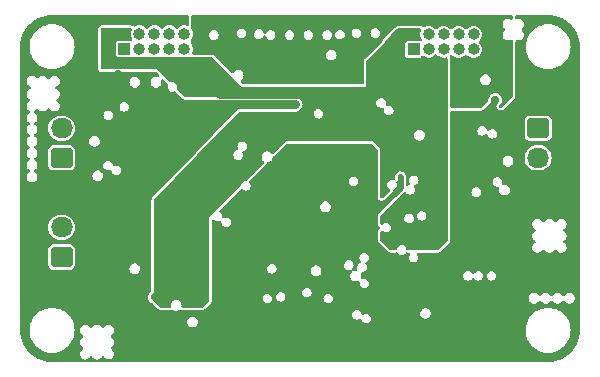
<source format=gbr>
%TF.GenerationSoftware,KiCad,Pcbnew,7.0.5*%
%TF.CreationDate,2023-06-28T21:22:15+09:00*%
%TF.ProjectId,robotrace_v2_main,726f626f-7472-4616-9365-5f76325f6d61,rev?*%
%TF.SameCoordinates,Original*%
%TF.FileFunction,Copper,L2,Inr*%
%TF.FilePolarity,Positive*%
%FSLAX46Y46*%
G04 Gerber Fmt 4.6, Leading zero omitted, Abs format (unit mm)*
G04 Created by KiCad (PCBNEW 7.0.5) date 2023-06-28 21:22:15*
%MOMM*%
%LPD*%
G01*
G04 APERTURE LIST*
G04 Aperture macros list*
%AMRoundRect*
0 Rectangle with rounded corners*
0 $1 Rounding radius*
0 $2 $3 $4 $5 $6 $7 $8 $9 X,Y pos of 4 corners*
0 Add a 4 corners polygon primitive as box body*
4,1,4,$2,$3,$4,$5,$6,$7,$8,$9,$2,$3,0*
0 Add four circle primitives for the rounded corners*
1,1,$1+$1,$2,$3*
1,1,$1+$1,$4,$5*
1,1,$1+$1,$6,$7*
1,1,$1+$1,$8,$9*
0 Add four rect primitives between the rounded corners*
20,1,$1+$1,$2,$3,$4,$5,0*
20,1,$1+$1,$4,$5,$6,$7,0*
20,1,$1+$1,$6,$7,$8,$9,0*
20,1,$1+$1,$8,$9,$2,$3,0*%
G04 Aperture macros list end*
%TA.AperFunction,ComponentPad*%
%ADD10RoundRect,0.250000X-0.675000X0.600000X-0.675000X-0.600000X0.675000X-0.600000X0.675000X0.600000X0*%
%TD*%
%TA.AperFunction,ComponentPad*%
%ADD11O,1.850000X1.700000*%
%TD*%
%TA.AperFunction,ComponentPad*%
%ADD12R,1.000000X1.000000*%
%TD*%
%TA.AperFunction,ComponentPad*%
%ADD13O,1.000000X1.000000*%
%TD*%
%TA.AperFunction,ComponentPad*%
%ADD14RoundRect,0.250000X0.675000X-0.600000X0.675000X0.600000X-0.675000X0.600000X-0.675000X-0.600000X0*%
%TD*%
%TA.AperFunction,ViaPad*%
%ADD15C,0.700000*%
%TD*%
%TA.AperFunction,Conductor*%
%ADD16C,0.500000*%
%TD*%
%TA.AperFunction,Conductor*%
%ADD17C,0.400000*%
%TD*%
%TA.AperFunction,Conductor*%
%ADD18C,0.800000*%
%TD*%
%TA.AperFunction,Conductor*%
%ADD19C,0.300000*%
%TD*%
%TA.AperFunction,Conductor*%
%ADD20C,1.000000*%
%TD*%
%TA.AperFunction,Conductor*%
%ADD21C,0.250000*%
%TD*%
G04 APERTURE END LIST*
D10*
%TO.N,Net-(J3-Pin_1)*%
%TO.C,J3*%
X184350000Y-81500000D03*
D11*
%TO.N,Net-(J3-Pin_2)*%
X184350000Y-84000000D03*
%TD*%
D12*
%TO.N,unconnected-(J5-Pin_1-Pad1)*%
%TO.C,J5*%
X149320000Y-74775000D03*
D13*
%TO.N,+5V*%
X149320000Y-73505000D03*
%TO.N,GND*%
X150590000Y-74775000D03*
%TO.N,unconnected-(J5-Pin_4-Pad4)*%
X150590000Y-73505000D03*
%TO.N,unconnected-(J5-Pin_5-Pad5)*%
X151860000Y-74775000D03*
%TO.N,TIM3_CH2*%
X151860000Y-73505000D03*
%TO.N,unconnected-(J5-Pin_7-Pad7)*%
X153130000Y-74775000D03*
%TO.N,TIM3_CH1*%
X153130000Y-73505000D03*
%TO.N,unconnected-(J5-Pin_9-Pad9)*%
X154400000Y-74775000D03*
%TO.N,unconnected-(J5-Pin_10-Pad10)*%
X154400000Y-73505000D03*
%TD*%
D14*
%TO.N,Net-(J1-Pin_1)*%
%TO.C,J1*%
X144000000Y-84000000D03*
D11*
%TO.N,Net-(J1-Pin_2)*%
X144000000Y-81500000D03*
%TD*%
D14*
%TO.N,+BATT*%
%TO.C,J2*%
X144000000Y-92400000D03*
D11*
%TO.N,GND*%
X144000000Y-89900000D03*
%TD*%
D12*
%TO.N,unconnected-(J6-Pin_1-Pad1)*%
%TO.C,J6*%
X173800000Y-74825000D03*
D13*
%TO.N,+5V*%
X173800000Y-73555000D03*
%TO.N,GND*%
X175070000Y-74825000D03*
%TO.N,unconnected-(J6-Pin_4-Pad4)*%
X175070000Y-73555000D03*
%TO.N,unconnected-(J6-Pin_5-Pad5)*%
X176340000Y-74825000D03*
%TO.N,TIM8_CH2*%
X176340000Y-73555000D03*
%TO.N,unconnected-(J6-Pin_7-Pad7)*%
X177610000Y-74825000D03*
%TO.N,TIM8_CH1*%
X177610000Y-73555000D03*
%TO.N,unconnected-(J6-Pin_9-Pad9)*%
X178880000Y-74825000D03*
%TO.N,unconnected-(J6-Pin_10-Pad10)*%
X178880000Y-73555000D03*
%TD*%
D15*
%TO.N,+3V3*%
X150971488Y-78380000D03*
X177990000Y-86107742D03*
X146900000Y-90400000D03*
X145900000Y-90400000D03*
X148739693Y-76939693D03*
X165600000Y-89100000D03*
X163200000Y-83200000D03*
X146900000Y-89400000D03*
X161966933Y-86873253D03*
X163799500Y-91400000D03*
X150477273Y-84155715D03*
X175500000Y-96500000D03*
X145900000Y-89400000D03*
X180715978Y-79100000D03*
X163800000Y-79481025D03*
%TO.N,VDDA*%
X175700000Y-72600000D03*
X160150000Y-75250000D03*
X179900000Y-78700000D03*
X155700000Y-73400000D03*
X169000000Y-77250000D03*
%TO.N,+5V*%
X152700000Y-93200000D03*
X171600000Y-85500000D03*
X151900000Y-95800000D03*
X156747224Y-85337737D03*
X172500000Y-79700000D03*
X153900000Y-93200000D03*
X175850000Y-90650000D03*
X153300000Y-92500000D03*
%TD*%
D16*
%TO.N,+3V3*%
X178027008Y-86107742D02*
X177990000Y-86107742D01*
X151201890Y-78610402D02*
X151201890Y-83431098D01*
D17*
X149036583Y-80333060D02*
X148703479Y-79999956D01*
X150971488Y-78380000D02*
X150971488Y-79230402D01*
D16*
X180400000Y-97500000D02*
X181054000Y-96846000D01*
X165600000Y-89100000D02*
X167750000Y-89100000D01*
X180663550Y-79152428D02*
X180663550Y-79336450D01*
X176500000Y-97500000D02*
X180400000Y-97500000D01*
D17*
X148703479Y-76975907D02*
X148739693Y-76939693D01*
D16*
X163799500Y-92396107D02*
X157495607Y-98700000D01*
X146900000Y-89000000D02*
X146900000Y-89400000D01*
X163799500Y-91400000D02*
X163799500Y-92396107D01*
X150477273Y-84155715D02*
X150477273Y-85422727D01*
X163799500Y-91400000D02*
X161966933Y-89567433D01*
D18*
X151066494Y-83083506D02*
X151066494Y-83566494D01*
D16*
X146900000Y-93000000D02*
X146900000Y-90400000D01*
X170132500Y-89100000D02*
X167750000Y-89100000D01*
X180663550Y-79336450D02*
X178800000Y-81200000D01*
X178800000Y-81200000D02*
X178800000Y-85334750D01*
X163200000Y-83200000D02*
X163200000Y-85640186D01*
D18*
X154668975Y-79481025D02*
X151066494Y-83083506D01*
D16*
X146900000Y-90400000D02*
X146900000Y-89400000D01*
X175500000Y-96500000D02*
X176500000Y-97500000D01*
X172700000Y-85600000D02*
X172700000Y-86532500D01*
X163799500Y-90900500D02*
X165600000Y-89100000D01*
D18*
X163800000Y-79481025D02*
X154668975Y-79481025D01*
D16*
X181054000Y-93154000D02*
X177990000Y-90090000D01*
X181054000Y-96846000D02*
X181054000Y-93154000D01*
X177990000Y-90090000D02*
X177990000Y-86107742D01*
X151201890Y-83431098D02*
X151066494Y-83566494D01*
X157495607Y-98700000D02*
X152600000Y-98700000D01*
X163200000Y-85640186D02*
X161966933Y-86873253D01*
X178800000Y-85334750D02*
X178027008Y-86107742D01*
X161966933Y-89567433D02*
X161966933Y-86873253D01*
X146900000Y-89400000D02*
X145900000Y-89400000D01*
D17*
X148703479Y-79999956D02*
X148703479Y-76975907D01*
D16*
X175150000Y-96500000D02*
X167750000Y-89100000D01*
X146900000Y-90400000D02*
X145900000Y-90400000D01*
X150971488Y-78380000D02*
X151201890Y-78610402D01*
X150477273Y-84155715D02*
X151066494Y-83566494D01*
X175500000Y-96500000D02*
X175150000Y-96500000D01*
X172700000Y-86532500D02*
X170132500Y-89100000D01*
X152600000Y-98700000D02*
X146900000Y-93000000D01*
D17*
X150971488Y-79230402D02*
X149868830Y-80333060D01*
X149868830Y-80333060D02*
X149036583Y-80333060D01*
D16*
X163799500Y-91400000D02*
X163799500Y-90900500D01*
X150477273Y-85422727D02*
X146900000Y-89000000D01*
X180715978Y-79100000D02*
X180663550Y-79152428D01*
%TO.N,VDDA*%
X170300000Y-72600000D02*
X169895469Y-73004531D01*
X169895469Y-73004531D02*
X169895469Y-74254531D01*
X175700000Y-72600000D02*
X179400000Y-72600000D01*
X180604000Y-73804000D02*
X180604000Y-77996000D01*
X169000000Y-77250000D02*
X168824822Y-77074822D01*
X169000000Y-75150000D02*
X169000000Y-77250000D01*
X175700000Y-72600000D02*
X170300000Y-72600000D01*
X180604000Y-77996000D02*
X179900000Y-78700000D01*
X169895469Y-74254531D02*
X169000000Y-75150000D01*
D19*
X160150000Y-75250000D02*
X157550000Y-75250000D01*
X157550000Y-75250000D02*
X155700000Y-73400000D01*
D16*
X168824822Y-77074822D02*
X161974822Y-77074822D01*
X161974822Y-77074822D02*
X160150000Y-75250000D01*
X179400000Y-72600000D02*
X180604000Y-73804000D01*
D20*
%TO.N,+5V*%
X148120000Y-75975000D02*
X154975000Y-75975000D01*
D18*
X173242321Y-83142321D02*
X173242321Y-81200000D01*
D16*
X173965981Y-79365981D02*
X173965981Y-80476340D01*
D17*
X153900000Y-93300000D02*
X153900000Y-93000000D01*
D20*
X171800000Y-77200000D02*
X173965981Y-79365981D01*
D16*
X174300000Y-84200000D02*
X172900000Y-84200000D01*
D21*
X153300000Y-92500000D02*
X153300000Y-92600000D01*
D20*
X170500000Y-78500000D02*
X171800000Y-77200000D01*
X159000000Y-81200000D02*
X173242321Y-81200000D01*
X157481025Y-78481025D02*
X164214214Y-78481025D01*
X172670000Y-73555000D02*
X173800000Y-73555000D01*
D21*
X153300000Y-92600000D02*
X153900000Y-93200000D01*
D20*
X156747224Y-83452776D02*
X159000000Y-81200000D01*
D18*
X174719750Y-84619750D02*
X174719750Y-87772850D01*
D21*
X153300000Y-92600000D02*
X152700000Y-93200000D01*
D20*
X154975000Y-75975000D02*
X157481025Y-78481025D01*
D16*
X172834019Y-79365981D02*
X173965981Y-79365981D01*
X173965981Y-80476340D02*
X173242321Y-81200000D01*
D20*
X156747224Y-85777225D02*
X155364020Y-87160429D01*
X171800000Y-74425000D02*
X172670000Y-73555000D01*
X148062782Y-73632218D02*
X148062782Y-75917782D01*
D16*
X174450000Y-84350000D02*
X174300000Y-84200000D01*
D17*
X153400000Y-92500000D02*
X153800000Y-92500000D01*
D18*
X153800000Y-92500000D02*
X153800000Y-88724449D01*
D20*
X148190000Y-73505000D02*
X148062782Y-73632218D01*
X164214214Y-78481025D02*
X164233189Y-78500000D01*
D18*
X174450000Y-84350000D02*
X173242321Y-83142321D01*
X174450000Y-84350000D02*
X174719750Y-84619750D01*
D20*
X148062782Y-75917782D02*
X148120000Y-75975000D01*
X156747224Y-85337737D02*
X156747224Y-83452776D01*
D16*
X172900000Y-84200000D02*
X171600000Y-85500000D01*
D18*
X174719750Y-87772850D02*
X175604000Y-88657100D01*
D20*
X149320000Y-73505000D02*
X148190000Y-73505000D01*
D16*
X175604000Y-90404000D02*
X175604000Y-88657100D01*
D20*
X164233189Y-78500000D02*
X170500000Y-78500000D01*
D16*
X172500000Y-79700000D02*
X172834019Y-79365981D01*
X175850000Y-90650000D02*
X175604000Y-90404000D01*
D20*
X171800000Y-77200000D02*
X171800000Y-74425000D01*
D18*
X153800000Y-88724449D02*
X155364020Y-87160429D01*
D20*
X156747224Y-85337737D02*
X156747224Y-85777225D01*
%TD*%
%TA.AperFunction,Conductor*%
%TO.N,+5V*%
G36*
X149920034Y-73019685D02*
G01*
X149965789Y-73072489D01*
X149975733Y-73141647D01*
X149966678Y-73169615D01*
X149967842Y-73170057D01*
X149965182Y-73177069D01*
X149965182Y-73177070D01*
X149959464Y-73192147D01*
X149904860Y-73336125D01*
X149904859Y-73336130D01*
X149884355Y-73505000D01*
X149904859Y-73673869D01*
X149904860Y-73673874D01*
X149965182Y-73832931D01*
X149965183Y-73832932D01*
X149978049Y-73851571D01*
X149999933Y-73917925D01*
X150000000Y-73922012D01*
X150000000Y-73955281D01*
X149980315Y-74022320D01*
X149927511Y-74068075D01*
X149858353Y-74078019D01*
X149851811Y-74076899D01*
X149839749Y-74074500D01*
X149839748Y-74074500D01*
X148800252Y-74074500D01*
X148800247Y-74074500D01*
X148741770Y-74086131D01*
X148741769Y-74086132D01*
X148675447Y-74130447D01*
X148631132Y-74196769D01*
X148631131Y-74196770D01*
X148619500Y-74255247D01*
X148619500Y-75294752D01*
X148631131Y-75353229D01*
X148631132Y-75353230D01*
X148675447Y-75419552D01*
X148741769Y-75463867D01*
X148741770Y-75463868D01*
X148800247Y-75475499D01*
X148800250Y-75475500D01*
X148800252Y-75475500D01*
X149839750Y-75475500D01*
X149887971Y-75465908D01*
X149957563Y-75472135D01*
X149999844Y-75499844D01*
X150000000Y-75500000D01*
X156748638Y-75500000D01*
X156815677Y-75519685D01*
X156836319Y-75536319D01*
X159300000Y-78000000D01*
X169800000Y-78000000D01*
X169800000Y-75851362D01*
X169819685Y-75784323D01*
X169836319Y-75763681D01*
X172513181Y-73086819D01*
X172574504Y-73053334D01*
X172600862Y-73050500D01*
X174332732Y-73050500D01*
X174399771Y-73070185D01*
X174445526Y-73122989D01*
X174455470Y-73192147D01*
X174446591Y-73219582D01*
X174447842Y-73220057D01*
X174445182Y-73227069D01*
X174445182Y-73227070D01*
X174435000Y-73253918D01*
X174384860Y-73386125D01*
X174384859Y-73386130D01*
X174364355Y-73554999D01*
X174384859Y-73723869D01*
X174384860Y-73723874D01*
X174445182Y-73882931D01*
X174484668Y-73940136D01*
X174506551Y-74006491D01*
X174489085Y-74074143D01*
X174437817Y-74121612D01*
X174369024Y-74133829D01*
X174358427Y-74132193D01*
X174319752Y-74124500D01*
X174319748Y-74124500D01*
X173280252Y-74124500D01*
X173280247Y-74124500D01*
X173221770Y-74136131D01*
X173221769Y-74136132D01*
X173155447Y-74180447D01*
X173111132Y-74246769D01*
X173111131Y-74246770D01*
X173099500Y-74305247D01*
X173099500Y-75344752D01*
X173111131Y-75403229D01*
X173111132Y-75403230D01*
X173155447Y-75469552D01*
X173221769Y-75513867D01*
X173221770Y-75513868D01*
X173280247Y-75525499D01*
X173280250Y-75525500D01*
X173280252Y-75525500D01*
X174319750Y-75525500D01*
X174319751Y-75525499D01*
X174334568Y-75522552D01*
X174378229Y-75513868D01*
X174378229Y-75513867D01*
X174378231Y-75513867D01*
X174444552Y-75469552D01*
X174475899Y-75422638D01*
X174529508Y-75377836D01*
X174598833Y-75369127D01*
X174661225Y-75398715D01*
X174669148Y-75405734D01*
X174819775Y-75484790D01*
X174984944Y-75525500D01*
X175155056Y-75525500D01*
X175320225Y-75484790D01*
X175415491Y-75434790D01*
X175470849Y-75405736D01*
X175470850Y-75405734D01*
X175470852Y-75405734D01*
X175598183Y-75292929D01*
X175602950Y-75286021D01*
X175657230Y-75242033D01*
X175726678Y-75234372D01*
X175789244Y-75265473D01*
X175807046Y-75286017D01*
X175811817Y-75292929D01*
X175897827Y-75369127D01*
X175939150Y-75405736D01*
X176089773Y-75484789D01*
X176089775Y-75484790D01*
X176254944Y-75525500D01*
X176425056Y-75525500D01*
X176546325Y-75495610D01*
X176616127Y-75498679D01*
X176673189Y-75538999D01*
X176699395Y-75603768D01*
X176700000Y-75616007D01*
X176700000Y-90948638D01*
X176680315Y-91015677D01*
X176663681Y-91036319D01*
X175936319Y-91763681D01*
X175874996Y-91797166D01*
X175848638Y-91800000D01*
X173315448Y-91800000D01*
X173248409Y-91780315D01*
X173202654Y-91727511D01*
X173192974Y-91695395D01*
X173189498Y-91673445D01*
X173189498Y-91673444D01*
X173131326Y-91559277D01*
X173131322Y-91559273D01*
X173131321Y-91559271D01*
X173040728Y-91468678D01*
X173040725Y-91468676D01*
X173040723Y-91468674D01*
X172926555Y-91410502D01*
X172926554Y-91410501D01*
X172926551Y-91410500D01*
X172800003Y-91390458D01*
X172799997Y-91390458D01*
X172673448Y-91410500D01*
X172617493Y-91439011D01*
X172559277Y-91468674D01*
X172559276Y-91468675D01*
X172559271Y-91468678D01*
X172468678Y-91559271D01*
X172468675Y-91559276D01*
X172410501Y-91673445D01*
X172407026Y-91695395D01*
X172377098Y-91758531D01*
X172317787Y-91795463D01*
X172284552Y-91800000D01*
X171851362Y-91800000D01*
X171784323Y-91780315D01*
X171763681Y-91763681D01*
X171036319Y-91036319D01*
X171002834Y-90974996D01*
X171000000Y-90948638D01*
X171000000Y-90271412D01*
X171019685Y-90204373D01*
X171072489Y-90158618D01*
X171141647Y-90148674D01*
X171205203Y-90177699D01*
X171211681Y-90183731D01*
X171259271Y-90231321D01*
X171259273Y-90231322D01*
X171259277Y-90231326D01*
X171373445Y-90289498D01*
X171373446Y-90289498D01*
X171373448Y-90289499D01*
X171499997Y-90309542D01*
X171500000Y-90309542D01*
X171500003Y-90309542D01*
X171626551Y-90289499D01*
X171626552Y-90289498D01*
X171626555Y-90289498D01*
X171740723Y-90231326D01*
X171831326Y-90140723D01*
X171889498Y-90026555D01*
X171889970Y-90023575D01*
X171909542Y-89900003D01*
X171909542Y-89899996D01*
X171889499Y-89773448D01*
X171889498Y-89773446D01*
X171889498Y-89773445D01*
X171831326Y-89659277D01*
X171831322Y-89659273D01*
X171831321Y-89659271D01*
X171740728Y-89568678D01*
X171740725Y-89568676D01*
X171740723Y-89568674D01*
X171626555Y-89510502D01*
X171626554Y-89510501D01*
X171626551Y-89510500D01*
X171500003Y-89490458D01*
X171499997Y-89490458D01*
X171373448Y-89510500D01*
X171335133Y-89530023D01*
X171259277Y-89568674D01*
X171259276Y-89568675D01*
X171259271Y-89568678D01*
X171211681Y-89616269D01*
X171150358Y-89649754D01*
X171080666Y-89644770D01*
X171024733Y-89602898D01*
X171000316Y-89537434D01*
X171000000Y-89528588D01*
X171000000Y-89125641D01*
X173016096Y-89125641D01*
X173036138Y-89252189D01*
X173036139Y-89252192D01*
X173036140Y-89252193D01*
X173094312Y-89366361D01*
X173094314Y-89366363D01*
X173094316Y-89366366D01*
X173184909Y-89456959D01*
X173184911Y-89456960D01*
X173184915Y-89456964D01*
X173299083Y-89515136D01*
X173299084Y-89515136D01*
X173299086Y-89515137D01*
X173425635Y-89535180D01*
X173425638Y-89535180D01*
X173425641Y-89535180D01*
X173552189Y-89515137D01*
X173552190Y-89515136D01*
X173552193Y-89515136D01*
X173666361Y-89456964D01*
X173756964Y-89366361D01*
X173815136Y-89252193D01*
X173816810Y-89241628D01*
X173824951Y-89190223D01*
X173835180Y-89125638D01*
X173826938Y-89073603D01*
X173815137Y-88999086D01*
X173815136Y-88999084D01*
X173815136Y-88999083D01*
X173769904Y-88910310D01*
X174080151Y-88910310D01*
X174100193Y-89036858D01*
X174100194Y-89036861D01*
X174100195Y-89036862D01*
X174158367Y-89151030D01*
X174158369Y-89151032D01*
X174158371Y-89151035D01*
X174248964Y-89241628D01*
X174248966Y-89241629D01*
X174248970Y-89241633D01*
X174363138Y-89299805D01*
X174363139Y-89299805D01*
X174363141Y-89299806D01*
X174489690Y-89319849D01*
X174489693Y-89319849D01*
X174489696Y-89319849D01*
X174616244Y-89299806D01*
X174616245Y-89299805D01*
X174616248Y-89299805D01*
X174730416Y-89241633D01*
X174821019Y-89151030D01*
X174879191Y-89036862D01*
X174879192Y-89036858D01*
X174899235Y-88910310D01*
X174899235Y-88910303D01*
X174879192Y-88783755D01*
X174879191Y-88783753D01*
X174879191Y-88783752D01*
X174821019Y-88669584D01*
X174821015Y-88669580D01*
X174821014Y-88669578D01*
X174730421Y-88578985D01*
X174730418Y-88578983D01*
X174730416Y-88578981D01*
X174616248Y-88520809D01*
X174616247Y-88520808D01*
X174616244Y-88520807D01*
X174489696Y-88500765D01*
X174489690Y-88500765D01*
X174363141Y-88520807D01*
X174307186Y-88549318D01*
X174248970Y-88578981D01*
X174248969Y-88578981D01*
X174248969Y-88578982D01*
X174248964Y-88578985D01*
X174158371Y-88669578D01*
X174158368Y-88669583D01*
X174100193Y-88783755D01*
X174080151Y-88910303D01*
X174080151Y-88910310D01*
X173769904Y-88910310D01*
X173756964Y-88884915D01*
X173756960Y-88884911D01*
X173756959Y-88884909D01*
X173666366Y-88794316D01*
X173666363Y-88794314D01*
X173666361Y-88794312D01*
X173552193Y-88736140D01*
X173552192Y-88736139D01*
X173552189Y-88736138D01*
X173425641Y-88716096D01*
X173425635Y-88716096D01*
X173299086Y-88736138D01*
X173243131Y-88764649D01*
X173184915Y-88794312D01*
X173184914Y-88794312D01*
X173184914Y-88794313D01*
X173184909Y-88794316D01*
X173094316Y-88884909D01*
X173094313Y-88884914D01*
X173094312Y-88884915D01*
X173075944Y-88920964D01*
X173036138Y-88999086D01*
X173016096Y-89125634D01*
X173016096Y-89125641D01*
X171000000Y-89125641D01*
X171000000Y-88920964D01*
X171019685Y-88853925D01*
X171036315Y-88833287D01*
X172970063Y-86899538D01*
X173031384Y-86866055D01*
X173101076Y-86871039D01*
X173157009Y-86912911D01*
X173168226Y-86930924D01*
X173177940Y-86949989D01*
X173177944Y-86949994D01*
X173268537Y-87040587D01*
X173268539Y-87040588D01*
X173268543Y-87040592D01*
X173382711Y-87098764D01*
X173382712Y-87098764D01*
X173382714Y-87098765D01*
X173509263Y-87118808D01*
X173509266Y-87118808D01*
X173509269Y-87118808D01*
X173635817Y-87098765D01*
X173635818Y-87098764D01*
X173635821Y-87098764D01*
X173749989Y-87040592D01*
X173840592Y-86949989D01*
X173898764Y-86835821D01*
X173903946Y-86803105D01*
X173918808Y-86709269D01*
X173918808Y-86709262D01*
X173898765Y-86582714D01*
X173898764Y-86582711D01*
X173867283Y-86520927D01*
X173841590Y-86470502D01*
X173828694Y-86401836D01*
X173854970Y-86337095D01*
X173912076Y-86296838D01*
X173932675Y-86291735D01*
X173946805Y-86289498D01*
X174060973Y-86231326D01*
X174151576Y-86140723D01*
X174209748Y-86026555D01*
X174210626Y-86021011D01*
X174229792Y-85900003D01*
X174229792Y-85899996D01*
X174209749Y-85773448D01*
X174209748Y-85773446D01*
X174209748Y-85773445D01*
X174151576Y-85659277D01*
X174151572Y-85659273D01*
X174151571Y-85659271D01*
X174060978Y-85568678D01*
X174060975Y-85568676D01*
X174060973Y-85568674D01*
X173946805Y-85510502D01*
X173946804Y-85510501D01*
X173946801Y-85510500D01*
X173820253Y-85490458D01*
X173820247Y-85490458D01*
X173693698Y-85510500D01*
X173651315Y-85532096D01*
X173579527Y-85568674D01*
X173579526Y-85568674D01*
X173579526Y-85568675D01*
X173579521Y-85568678D01*
X173488928Y-85659271D01*
X173488925Y-85659276D01*
X173430750Y-85773448D01*
X173410708Y-85899996D01*
X173410708Y-85900003D01*
X173430750Y-86026551D01*
X173430752Y-86026557D01*
X173487924Y-86138761D01*
X173500821Y-86207430D01*
X173474545Y-86272170D01*
X173417439Y-86312428D01*
X173396842Y-86317529D01*
X173382713Y-86319767D01*
X173330795Y-86346221D01*
X173262126Y-86359117D01*
X173197385Y-86332841D01*
X173157128Y-86275734D01*
X173150500Y-86235736D01*
X173150500Y-85927342D01*
X173150500Y-85566238D01*
X173135348Y-85465713D01*
X173076425Y-85343358D01*
X172984055Y-85243806D01*
X172984053Y-85243805D01*
X172984053Y-85243804D01*
X172914172Y-85203459D01*
X172866445Y-85175904D01*
X172866443Y-85175903D01*
X172866442Y-85175903D01*
X172734043Y-85145684D01*
X172598624Y-85155833D01*
X172472205Y-85205447D01*
X172366028Y-85290122D01*
X172366027Y-85290123D01*
X172289529Y-85402324D01*
X172289527Y-85402328D01*
X172249500Y-85532096D01*
X172249500Y-85749957D01*
X172229815Y-85816996D01*
X172177011Y-85862751D01*
X172107853Y-85872695D01*
X172106104Y-85872431D01*
X172011088Y-85857383D01*
X171978312Y-85852192D01*
X171978311Y-85852192D01*
X171978310Y-85852192D01*
X171978309Y-85852192D01*
X171851760Y-85872234D01*
X171797275Y-85899996D01*
X171737589Y-85930408D01*
X171737588Y-85930408D01*
X171737588Y-85930409D01*
X171737583Y-85930412D01*
X171646990Y-86021005D01*
X171646987Y-86021010D01*
X171646986Y-86021011D01*
X171641262Y-86032245D01*
X171588812Y-86135182D01*
X171568770Y-86261730D01*
X171568770Y-86261737D01*
X171588812Y-86388285D01*
X171588813Y-86388288D01*
X171588814Y-86388289D01*
X171646986Y-86502457D01*
X171646988Y-86502459D01*
X171646990Y-86502462D01*
X171737583Y-86593055D01*
X171737585Y-86593056D01*
X171737589Y-86593060D01*
X171760905Y-86604940D01*
X171811700Y-86652914D01*
X171828495Y-86720735D01*
X171805957Y-86786870D01*
X171792290Y-86803105D01*
X171211681Y-87383715D01*
X171150358Y-87417200D01*
X171080667Y-87412216D01*
X171024733Y-87370345D01*
X171000316Y-87304880D01*
X171000000Y-87296034D01*
X171000000Y-83216881D01*
X170999999Y-83216879D01*
X170374317Y-82600000D01*
X163000000Y-82600000D01*
X162999999Y-82600000D01*
X161947451Y-83636354D01*
X161885870Y-83669363D01*
X161816219Y-83663838D01*
X161766740Y-83629200D01*
X161700695Y-83552979D01*
X161590748Y-83482321D01*
X161590746Y-83482320D01*
X161590744Y-83482319D01*
X161465348Y-83445500D01*
X161465347Y-83445500D01*
X161334653Y-83445500D01*
X161334652Y-83445500D01*
X161209255Y-83482319D01*
X161099306Y-83552978D01*
X161013719Y-83651750D01*
X161013717Y-83651753D01*
X160959426Y-83770632D01*
X160959425Y-83770637D01*
X160940826Y-83900000D01*
X160959425Y-84029362D01*
X160959426Y-84029367D01*
X161013717Y-84148246D01*
X161013718Y-84148248D01*
X161099305Y-84247021D01*
X161099307Y-84247022D01*
X161099309Y-84247024D01*
X161106743Y-84251802D01*
X161152498Y-84304606D01*
X161162442Y-84373764D01*
X161133417Y-84437320D01*
X161126703Y-84444475D01*
X159620666Y-85927342D01*
X159559085Y-85960351D01*
X159553066Y-85961457D01*
X159473447Y-85974067D01*
X159397332Y-86012850D01*
X159359277Y-86032241D01*
X159359275Y-86032242D01*
X159359276Y-86032242D01*
X159359271Y-86032245D01*
X159268678Y-86122838D01*
X159268675Y-86122843D01*
X159268674Y-86122844D01*
X159260564Y-86138761D01*
X159210500Y-86237014D01*
X159199213Y-86308280D01*
X159169283Y-86371414D01*
X159163739Y-86377239D01*
X156500001Y-88999998D01*
X156500000Y-89000000D01*
X156496143Y-96051948D01*
X156476422Y-96118977D01*
X156460107Y-96139277D01*
X155937573Y-96665202D01*
X155876359Y-96698885D01*
X155849540Y-96701805D01*
X154273319Y-96700928D01*
X154206291Y-96681206D01*
X154160565Y-96628377D01*
X154150650Y-96559282D01*
X154159174Y-96500000D01*
X154140574Y-96370636D01*
X154140573Y-96370635D01*
X154140573Y-96370632D01*
X154086282Y-96251753D01*
X154086282Y-96251752D01*
X154000695Y-96152979D01*
X153890748Y-96082321D01*
X153890746Y-96082320D01*
X153890744Y-96082319D01*
X153765348Y-96045500D01*
X153765347Y-96045500D01*
X153634653Y-96045500D01*
X153634652Y-96045500D01*
X153509255Y-96082319D01*
X153399306Y-96152978D01*
X153399305Y-96152978D01*
X153399305Y-96152979D01*
X153390172Y-96163519D01*
X153313719Y-96251750D01*
X153313717Y-96251753D01*
X153259426Y-96370632D01*
X153259425Y-96370637D01*
X153240826Y-96500000D01*
X153240826Y-96500001D01*
X153249257Y-96558645D01*
X153239313Y-96627804D01*
X153193557Y-96680607D01*
X153126518Y-96700291D01*
X153126450Y-96700291D01*
X152451209Y-96699916D01*
X152384181Y-96680194D01*
X152363597Y-96663597D01*
X151836319Y-96136318D01*
X151802834Y-96074995D01*
X151800000Y-96048637D01*
X151800000Y-87668383D01*
X151819685Y-87601344D01*
X151834634Y-87582418D01*
X155510117Y-83761851D01*
X158541458Y-83761851D01*
X158561500Y-83888399D01*
X158561501Y-83888402D01*
X158561502Y-83888403D01*
X158619674Y-84002571D01*
X158619676Y-84002573D01*
X158619678Y-84002576D01*
X158710271Y-84093169D01*
X158710273Y-84093170D01*
X158710277Y-84093174D01*
X158824445Y-84151346D01*
X158824446Y-84151346D01*
X158824448Y-84151347D01*
X158950997Y-84171390D01*
X158951000Y-84171390D01*
X158951003Y-84171390D01*
X159077551Y-84151347D01*
X159077552Y-84151346D01*
X159077555Y-84151346D01*
X159191723Y-84093174D01*
X159282326Y-84002571D01*
X159340498Y-83888403D01*
X159340499Y-83888399D01*
X159360542Y-83761851D01*
X159360542Y-83761844D01*
X159340499Y-83635296D01*
X159340499Y-83635295D01*
X159314342Y-83583960D01*
X159301446Y-83515291D01*
X159327722Y-83450550D01*
X159384828Y-83410293D01*
X159405426Y-83405192D01*
X159426555Y-83401846D01*
X159540723Y-83343674D01*
X159631326Y-83253071D01*
X159689498Y-83138903D01*
X159698272Y-83083506D01*
X159709542Y-83012351D01*
X159709542Y-83012344D01*
X159689499Y-82885796D01*
X159689498Y-82885794D01*
X159689498Y-82885793D01*
X159631326Y-82771625D01*
X159631322Y-82771621D01*
X159631321Y-82771619D01*
X159540728Y-82681026D01*
X159540725Y-82681024D01*
X159540723Y-82681022D01*
X159426555Y-82622850D01*
X159426554Y-82622849D01*
X159426551Y-82622848D01*
X159300003Y-82602806D01*
X159299997Y-82602806D01*
X159173448Y-82622848D01*
X159130464Y-82644750D01*
X159059277Y-82681022D01*
X159059276Y-82681023D01*
X159059271Y-82681026D01*
X158968678Y-82771619D01*
X158968675Y-82771624D01*
X158910500Y-82885796D01*
X158890458Y-83012344D01*
X158890458Y-83012351D01*
X158910500Y-83138899D01*
X158910501Y-83138903D01*
X158936657Y-83190236D01*
X158949553Y-83258905D01*
X158923276Y-83323645D01*
X158866170Y-83363902D01*
X158845572Y-83369003D01*
X158824447Y-83372349D01*
X158824445Y-83372349D01*
X158824445Y-83372350D01*
X158710277Y-83430522D01*
X158710276Y-83430523D01*
X158710271Y-83430526D01*
X158619678Y-83521119D01*
X158619675Y-83521124D01*
X158619674Y-83521125D01*
X158590011Y-83579341D01*
X158561500Y-83635296D01*
X158541458Y-83761844D01*
X158541458Y-83761851D01*
X155510117Y-83761851D01*
X157108860Y-82100000D01*
X173840826Y-82100000D01*
X173859425Y-82229362D01*
X173859426Y-82229367D01*
X173913717Y-82348246D01*
X173913718Y-82348248D01*
X173999305Y-82447021D01*
X174109252Y-82517679D01*
X174109254Y-82517679D01*
X174109255Y-82517680D01*
X174234652Y-82554500D01*
X174234653Y-82554500D01*
X174365347Y-82554500D01*
X174490748Y-82517679D01*
X174600695Y-82447021D01*
X174686282Y-82348248D01*
X174724919Y-82263643D01*
X174740573Y-82229367D01*
X174740574Y-82229362D01*
X174759174Y-82100000D01*
X174740574Y-81970636D01*
X174740573Y-81970635D01*
X174740573Y-81970632D01*
X174686282Y-81851753D01*
X174686282Y-81851752D01*
X174600695Y-81752979D01*
X174490748Y-81682321D01*
X174490746Y-81682320D01*
X174490744Y-81682319D01*
X174365348Y-81645500D01*
X174365347Y-81645500D01*
X174234653Y-81645500D01*
X174234652Y-81645500D01*
X174109255Y-81682319D01*
X173999306Y-81752978D01*
X173913719Y-81851750D01*
X173913717Y-81851753D01*
X173859426Y-81970632D01*
X173859425Y-81970637D01*
X173840826Y-82100000D01*
X157108860Y-82100000D01*
X158866687Y-80272785D01*
X165350958Y-80272785D01*
X165371000Y-80399333D01*
X165371001Y-80399336D01*
X165371002Y-80399337D01*
X165429174Y-80513505D01*
X165429176Y-80513507D01*
X165429178Y-80513510D01*
X165519771Y-80604103D01*
X165519773Y-80604104D01*
X165519777Y-80604108D01*
X165633945Y-80662280D01*
X165633946Y-80662280D01*
X165633948Y-80662281D01*
X165760497Y-80682324D01*
X165760500Y-80682324D01*
X165760503Y-80682324D01*
X165887051Y-80662281D01*
X165887052Y-80662280D01*
X165887055Y-80662280D01*
X166001223Y-80604108D01*
X166091826Y-80513505D01*
X166149998Y-80399337D01*
X166149999Y-80399333D01*
X166170042Y-80272785D01*
X166170042Y-80272778D01*
X166149999Y-80146230D01*
X166149998Y-80146228D01*
X166149998Y-80146227D01*
X166091826Y-80032059D01*
X166091822Y-80032055D01*
X166091821Y-80032053D01*
X166001228Y-79941460D01*
X166001225Y-79941458D01*
X166001223Y-79941456D01*
X165887055Y-79883284D01*
X165887054Y-79883283D01*
X165887051Y-79883282D01*
X165760503Y-79863240D01*
X165760497Y-79863240D01*
X165633948Y-79883282D01*
X165582874Y-79909306D01*
X165519777Y-79941456D01*
X165519776Y-79941456D01*
X165519776Y-79941457D01*
X165519771Y-79941460D01*
X165429178Y-80032053D01*
X165429175Y-80032058D01*
X165429174Y-80032059D01*
X165411845Y-80066069D01*
X165371000Y-80146230D01*
X165350958Y-80272778D01*
X165350958Y-80272785D01*
X158866687Y-80272785D01*
X159014097Y-80119556D01*
X159074761Y-80084892D01*
X159103459Y-80081525D01*
X163839354Y-80081525D01*
X163839361Y-80081525D01*
X163956762Y-80066069D01*
X164102841Y-80005561D01*
X164228282Y-79909307D01*
X164324536Y-79783866D01*
X164385044Y-79637787D01*
X164405682Y-79481025D01*
X164388747Y-79352389D01*
X170639958Y-79352389D01*
X170660000Y-79478937D01*
X170660001Y-79478940D01*
X170660002Y-79478941D01*
X170718174Y-79593109D01*
X170718176Y-79593111D01*
X170718178Y-79593114D01*
X170808771Y-79683707D01*
X170808773Y-79683708D01*
X170808777Y-79683712D01*
X170922945Y-79741884D01*
X170922946Y-79741884D01*
X170922948Y-79741885D01*
X171049497Y-79761928D01*
X171049500Y-79761928D01*
X171049502Y-79761928D01*
X171167070Y-79743307D01*
X171236364Y-79752262D01*
X171289815Y-79797258D01*
X171310455Y-79864009D01*
X171308942Y-79885177D01*
X171290458Y-80001888D01*
X171290458Y-80001889D01*
X171310500Y-80128437D01*
X171310501Y-80128440D01*
X171310502Y-80128441D01*
X171368674Y-80242609D01*
X171368676Y-80242611D01*
X171368678Y-80242614D01*
X171459271Y-80333207D01*
X171459273Y-80333208D01*
X171459277Y-80333212D01*
X171573445Y-80391384D01*
X171573446Y-80391384D01*
X171573448Y-80391385D01*
X171699997Y-80411428D01*
X171700000Y-80411428D01*
X171700003Y-80411428D01*
X171826551Y-80391385D01*
X171826552Y-80391384D01*
X171826555Y-80391384D01*
X171940723Y-80333212D01*
X172031326Y-80242609D01*
X172089498Y-80128441D01*
X172090002Y-80125260D01*
X172109542Y-80001889D01*
X172109542Y-80001882D01*
X172089499Y-79875334D01*
X172089498Y-79875332D01*
X172089498Y-79875331D01*
X172031326Y-79761163D01*
X172031322Y-79761159D01*
X172031321Y-79761157D01*
X171940728Y-79670564D01*
X171940725Y-79670562D01*
X171940723Y-79670560D01*
X171826555Y-79612388D01*
X171826554Y-79612387D01*
X171826551Y-79612386D01*
X171700003Y-79592344D01*
X171700001Y-79592344D01*
X171700000Y-79592344D01*
X171638977Y-79602009D01*
X171582428Y-79610965D01*
X171513134Y-79602009D01*
X171459683Y-79557012D01*
X171439044Y-79490261D01*
X171440558Y-79469093D01*
X171459042Y-79352388D01*
X171459042Y-79352382D01*
X171438999Y-79225834D01*
X171438998Y-79225832D01*
X171438998Y-79225831D01*
X171380826Y-79111663D01*
X171380822Y-79111659D01*
X171380821Y-79111657D01*
X171290228Y-79021064D01*
X171290225Y-79021062D01*
X171290223Y-79021060D01*
X171176055Y-78962888D01*
X171176054Y-78962887D01*
X171176051Y-78962886D01*
X171049503Y-78942844D01*
X171049497Y-78942844D01*
X170922948Y-78962886D01*
X170866993Y-78991397D01*
X170808777Y-79021060D01*
X170808776Y-79021060D01*
X170808776Y-79021061D01*
X170808771Y-79021064D01*
X170718178Y-79111657D01*
X170718175Y-79111662D01*
X170660000Y-79225834D01*
X170639958Y-79352382D01*
X170639958Y-79352389D01*
X164388747Y-79352389D01*
X164385044Y-79324263D01*
X164324536Y-79178184D01*
X164228282Y-79052743D01*
X164102841Y-78956489D01*
X163956762Y-78895981D01*
X163956760Y-78895980D01*
X163839370Y-78880526D01*
X163839367Y-78880525D01*
X163839361Y-78880525D01*
X163839354Y-78880525D01*
X154712403Y-78880525D01*
X154704304Y-78879994D01*
X154668975Y-78875343D01*
X154629614Y-78880525D01*
X154558494Y-78889887D01*
X154489458Y-78879121D01*
X154454629Y-78854629D01*
X153825568Y-78225568D01*
X153792083Y-78164245D01*
X153790776Y-78118490D01*
X153809542Y-78000003D01*
X153809542Y-77999996D01*
X153789499Y-77873448D01*
X153789498Y-77873446D01*
X153789498Y-77873445D01*
X153731326Y-77759277D01*
X153731322Y-77759273D01*
X153731321Y-77759271D01*
X153640728Y-77668678D01*
X153640725Y-77668676D01*
X153640723Y-77668674D01*
X153526555Y-77610502D01*
X153526554Y-77610501D01*
X153526551Y-77610500D01*
X153400003Y-77590458D01*
X153399997Y-77590458D01*
X153281510Y-77609224D01*
X153212217Y-77600269D01*
X153174432Y-77574432D01*
X152100000Y-76500000D01*
X149113062Y-76500000D01*
X149046023Y-76480315D01*
X149037577Y-76474377D01*
X149017317Y-76458831D01*
X148883405Y-76403364D01*
X148883403Y-76403363D01*
X148883402Y-76403363D01*
X148811547Y-76393903D01*
X148739694Y-76384443D01*
X148739692Y-76384443D01*
X148595984Y-76403363D01*
X148595980Y-76403364D01*
X148462069Y-76458831D01*
X148462068Y-76458831D01*
X148441809Y-76474377D01*
X148376640Y-76499570D01*
X148366324Y-76500000D01*
X147424000Y-76500000D01*
X147356961Y-76480315D01*
X147311206Y-76427511D01*
X147300000Y-76376000D01*
X147300000Y-73124000D01*
X147319685Y-73056961D01*
X147372489Y-73011206D01*
X147424000Y-73000000D01*
X149852995Y-73000000D01*
X149920034Y-73019685D01*
G37*
%TD.AperFunction*%
%TD*%
%TA.AperFunction,Conductor*%
%TO.N,+3V3*%
G36*
X154717539Y-71920185D02*
G01*
X154763294Y-71972989D01*
X154774500Y-72024500D01*
X154774500Y-72697945D01*
X154754815Y-72764984D01*
X154702011Y-72810739D01*
X154632853Y-72820683D01*
X154609547Y-72814987D01*
X154561343Y-72798120D01*
X154561335Y-72798118D01*
X154400004Y-72779941D01*
X154399996Y-72779941D01*
X154238664Y-72798118D01*
X154238660Y-72798119D01*
X154085407Y-72851744D01*
X153947934Y-72938125D01*
X153852680Y-73033379D01*
X153791356Y-73066863D01*
X153721665Y-73061879D01*
X153677322Y-73033381D01*
X153582067Y-72938126D01*
X153582064Y-72938124D01*
X153444592Y-72851744D01*
X153291339Y-72798119D01*
X153291335Y-72798118D01*
X153130004Y-72779941D01*
X153129996Y-72779941D01*
X152968664Y-72798118D01*
X152968660Y-72798119D01*
X152815407Y-72851744D01*
X152677932Y-72938126D01*
X152582681Y-73033378D01*
X152521358Y-73066863D01*
X152451666Y-73061879D01*
X152407319Y-73033378D01*
X152312067Y-72938126D01*
X152174592Y-72851744D01*
X152021339Y-72798119D01*
X152021335Y-72798118D01*
X151860004Y-72779941D01*
X151859996Y-72779941D01*
X151698664Y-72798118D01*
X151698660Y-72798119D01*
X151545407Y-72851744D01*
X151407932Y-72938126D01*
X151312681Y-73033378D01*
X151251358Y-73066863D01*
X151181666Y-73061879D01*
X151137319Y-73033378D01*
X151042067Y-72938126D01*
X150904592Y-72851744D01*
X150751339Y-72798119D01*
X150751335Y-72798118D01*
X150590004Y-72779941D01*
X150589996Y-72779941D01*
X150428664Y-72798118D01*
X150428660Y-72798119D01*
X150275408Y-72851744D01*
X150233040Y-72878365D01*
X150165803Y-72897364D01*
X150098968Y-72876995D01*
X150079811Y-72861470D01*
X150066077Y-72847867D01*
X150066076Y-72847866D01*
X149983567Y-72803320D01*
X149983568Y-72803320D01*
X149916530Y-72783636D01*
X149916531Y-72783636D01*
X149916529Y-72783635D01*
X149916527Y-72783635D01*
X149852995Y-72774500D01*
X147424000Y-72774500D01*
X147423992Y-72774500D01*
X147376062Y-72779654D01*
X147324570Y-72790855D01*
X147306903Y-72795454D01*
X147306899Y-72795456D01*
X147224818Y-72840784D01*
X147224817Y-72840785D01*
X147172019Y-72886535D01*
X147172018Y-72886536D01*
X147147866Y-72910918D01*
X147103320Y-72993427D01*
X147083636Y-73060463D01*
X147083635Y-73060468D01*
X147082716Y-73066863D01*
X147074500Y-73124002D01*
X147074500Y-76376007D01*
X147079654Y-76423937D01*
X147090855Y-76475429D01*
X147093597Y-76485961D01*
X147095455Y-76493099D01*
X147140785Y-76575182D01*
X147186540Y-76627986D01*
X147210917Y-76652133D01*
X147210918Y-76652133D01*
X147293427Y-76696679D01*
X147293428Y-76696679D01*
X147293429Y-76696680D01*
X147360468Y-76716365D01*
X147424000Y-76725500D01*
X147424003Y-76725500D01*
X148368670Y-76725500D01*
X148368673Y-76725500D01*
X148373369Y-76725402D01*
X148386031Y-76724874D01*
X148457950Y-76709901D01*
X148473623Y-76703841D01*
X148518335Y-76695500D01*
X148960642Y-76695500D01*
X148995577Y-76700523D01*
X149026820Y-76709696D01*
X149049530Y-76716365D01*
X149113062Y-76725500D01*
X151955232Y-76725500D01*
X152022271Y-76745185D01*
X152042913Y-76761819D01*
X152232647Y-76951554D01*
X152266132Y-77012877D01*
X152261148Y-77082569D01*
X152219276Y-77138502D01*
X152153812Y-77162919D01*
X152110031Y-77158212D01*
X152066738Y-77145500D01*
X152066737Y-77145500D01*
X151936043Y-77145500D01*
X151936042Y-77145500D01*
X151810645Y-77182319D01*
X151700696Y-77252978D01*
X151700695Y-77252978D01*
X151700695Y-77252979D01*
X151699022Y-77254910D01*
X151615109Y-77351750D01*
X151615107Y-77351753D01*
X151560816Y-77470632D01*
X151560815Y-77470637D01*
X151542216Y-77600000D01*
X151560815Y-77729362D01*
X151560816Y-77729367D01*
X151614547Y-77847019D01*
X151615108Y-77848248D01*
X151700695Y-77947021D01*
X151810642Y-78017679D01*
X151810644Y-78017679D01*
X151810645Y-78017680D01*
X151936042Y-78054500D01*
X151936043Y-78054500D01*
X152066737Y-78054500D01*
X152192138Y-78017679D01*
X152302085Y-77947021D01*
X152387672Y-77848248D01*
X152436746Y-77740790D01*
X152441963Y-77729367D01*
X152441964Y-77729362D01*
X152460564Y-77600000D01*
X152442968Y-77477620D01*
X152452911Y-77408464D01*
X152498666Y-77355660D01*
X152565705Y-77335975D01*
X152632745Y-77355659D01*
X152653387Y-77372294D01*
X152995415Y-77714322D01*
X153028900Y-77775645D01*
X153023916Y-77845337D01*
X153018222Y-77858292D01*
X153010502Y-77873445D01*
X153010500Y-77873449D01*
X152990458Y-77999996D01*
X152990458Y-78000003D01*
X153010500Y-78126551D01*
X153010501Y-78126554D01*
X153010502Y-78126555D01*
X153068674Y-78240723D01*
X153068676Y-78240725D01*
X153068678Y-78240728D01*
X153159271Y-78331321D01*
X153159273Y-78331322D01*
X153159277Y-78331326D01*
X153273445Y-78389498D01*
X153273446Y-78389498D01*
X153273448Y-78389499D01*
X153399997Y-78409542D01*
X153400000Y-78409542D01*
X153400003Y-78409542D01*
X153526551Y-78389499D01*
X153526552Y-78389498D01*
X153526555Y-78389498D01*
X153541699Y-78381781D01*
X153610365Y-78368882D01*
X153675106Y-78395156D01*
X153685677Y-78404583D01*
X154295175Y-79014081D01*
X154324919Y-79039089D01*
X154359746Y-79063579D01*
X154367088Y-79068531D01*
X154367090Y-79068531D01*
X154367092Y-79068533D01*
X154403355Y-79082354D01*
X154454706Y-79101926D01*
X154454707Y-79101926D01*
X154454712Y-79101928D01*
X154523742Y-79112693D01*
X154523741Y-79112693D01*
X154523748Y-79112694D01*
X154585515Y-79113429D01*
X154587922Y-79113458D01*
X154587922Y-79113457D01*
X154587925Y-79113458D01*
X154653455Y-79104830D01*
X154681804Y-79104369D01*
X154685870Y-79104770D01*
X154701333Y-79105783D01*
X154705385Y-79105915D01*
X154708675Y-79106024D01*
X154708692Y-79106024D01*
X154708712Y-79106025D01*
X157089002Y-79106025D01*
X157141406Y-79117642D01*
X157166212Y-79129210D01*
X157167821Y-79129988D01*
X157198708Y-79145500D01*
X157232924Y-79162684D01*
X157239706Y-79165152D01*
X157239669Y-79165251D01*
X157245960Y-79167437D01*
X157245993Y-79167338D01*
X157252848Y-79169608D01*
X157252853Y-79169611D01*
X157291325Y-79177554D01*
X157324205Y-79184343D01*
X157325967Y-79184734D01*
X157396805Y-79201524D01*
X157396808Y-79201524D01*
X157396811Y-79201525D01*
X157396814Y-79201525D01*
X157403984Y-79202363D01*
X157403971Y-79202467D01*
X157410600Y-79203144D01*
X157410610Y-79203040D01*
X157417799Y-79203669D01*
X157417801Y-79203668D01*
X157417802Y-79203669D01*
X157438233Y-79203074D01*
X157490611Y-79201551D01*
X157492414Y-79201525D01*
X163119979Y-79201525D01*
X163187018Y-79221210D01*
X163232773Y-79274014D01*
X163242918Y-79341710D01*
X163224577Y-79481023D01*
X163224577Y-79481025D01*
X163244183Y-79629953D01*
X163244185Y-79629958D01*
X163266807Y-79684573D01*
X163274276Y-79754042D01*
X163243000Y-79816521D01*
X163182911Y-79852173D01*
X163152246Y-79856025D01*
X159096873Y-79856025D01*
X159089961Y-79856429D01*
X159083733Y-79856793D01*
X159083724Y-79856793D01*
X159083724Y-79856794D01*
X159048484Y-79860928D01*
X159048482Y-79860928D01*
X159048478Y-79860929D01*
X158962883Y-79889101D01*
X158962881Y-79889102D01*
X158902222Y-79923764D01*
X158902216Y-79923768D01*
X158851595Y-79963213D01*
X158851589Y-79963218D01*
X158833349Y-79982177D01*
X158814390Y-80001886D01*
X158777182Y-80040562D01*
X158704178Y-80116447D01*
X158704179Y-80116448D01*
X158553784Y-80272780D01*
X156946352Y-81943663D01*
X156795953Y-82099999D01*
X155918250Y-83012348D01*
X155347609Y-83605514D01*
X155197214Y-83761846D01*
X151668307Y-87430050D01*
X151661095Y-87438318D01*
X151642728Y-87461571D01*
X151642725Y-87461575D01*
X151603321Y-87537808D01*
X151603321Y-87537809D01*
X151583635Y-87604848D01*
X151574500Y-87668385D01*
X151574500Y-95269514D01*
X151554815Y-95336553D01*
X151525988Y-95367889D01*
X151493113Y-95393115D01*
X151401669Y-95512287D01*
X151344184Y-95651069D01*
X151344183Y-95651071D01*
X151324577Y-95799999D01*
X151324577Y-95800000D01*
X151344183Y-95948928D01*
X151344185Y-95948933D01*
X151401668Y-96087711D01*
X151406050Y-96093422D01*
X151493114Y-96206886D01*
X151562647Y-96260240D01*
X151606651Y-96294006D01*
X151612288Y-96298331D01*
X151704116Y-96336366D01*
X151744340Y-96363244D01*
X152208404Y-96827309D01*
X152217365Y-96835361D01*
X152242638Y-96855739D01*
X152320529Y-96896524D01*
X152387557Y-96916246D01*
X152451084Y-96925416D01*
X153126393Y-96925791D01*
X153190047Y-96916657D01*
X153257086Y-96896973D01*
X153289177Y-96884830D01*
X153297782Y-96878323D01*
X153363127Y-96853595D01*
X153431470Y-96868119D01*
X153439597Y-96872914D01*
X153509252Y-96917679D01*
X153509254Y-96917679D01*
X153509255Y-96917680D01*
X153634652Y-96954500D01*
X153634653Y-96954500D01*
X153765347Y-96954500D01*
X153890745Y-96917680D01*
X153890745Y-96917679D01*
X153890748Y-96917679D01*
X153961258Y-96872364D01*
X154028295Y-96852681D01*
X154087263Y-96867599D01*
X154142639Y-96897536D01*
X154173065Y-96906488D01*
X154209659Y-96917256D01*
X154209661Y-96917256D01*
X154209667Y-96917258D01*
X154273194Y-96926428D01*
X154800649Y-96926721D01*
X155855557Y-96927308D01*
X155855557Y-96927307D01*
X155855561Y-96927308D01*
X155867837Y-96926646D01*
X155900767Y-96923060D01*
X155985070Y-96896451D01*
X156046284Y-96862768D01*
X156097540Y-96824138D01*
X156150267Y-96771069D01*
X156624236Y-96294025D01*
X156624243Y-96294016D01*
X156624254Y-96294006D01*
X156632160Y-96285164D01*
X156652191Y-96260241D01*
X156692753Y-96182625D01*
X156712474Y-96115596D01*
X156712473Y-96115596D01*
X156712475Y-96115593D01*
X156721643Y-96052072D01*
X156721643Y-96052068D01*
X156721719Y-95912906D01*
X161018926Y-95912906D01*
X161038968Y-96039454D01*
X161038969Y-96039457D01*
X161038970Y-96039458D01*
X161097142Y-96153626D01*
X161097144Y-96153628D01*
X161097146Y-96153631D01*
X161187739Y-96244224D01*
X161187741Y-96244225D01*
X161187745Y-96244229D01*
X161301913Y-96302401D01*
X161301914Y-96302401D01*
X161301916Y-96302402D01*
X161428465Y-96322445D01*
X161428468Y-96322445D01*
X161428471Y-96322445D01*
X161555019Y-96302402D01*
X161555020Y-96302401D01*
X161555023Y-96302401D01*
X161669191Y-96244229D01*
X161759794Y-96153626D01*
X161817966Y-96039458D01*
X161817967Y-96039454D01*
X161838010Y-95912906D01*
X161838010Y-95912899D01*
X161817967Y-95786351D01*
X161817966Y-95786349D01*
X161817966Y-95786348D01*
X161811687Y-95774024D01*
X162140458Y-95774024D01*
X162160500Y-95900572D01*
X162160501Y-95900575D01*
X162160502Y-95900576D01*
X162218674Y-96014744D01*
X162218676Y-96014746D01*
X162218678Y-96014749D01*
X162309271Y-96105342D01*
X162309273Y-96105343D01*
X162309277Y-96105347D01*
X162423445Y-96163519D01*
X162423446Y-96163519D01*
X162423448Y-96163520D01*
X162549997Y-96183563D01*
X162550000Y-96183563D01*
X162550003Y-96183563D01*
X162676551Y-96163520D01*
X162676552Y-96163519D01*
X162676555Y-96163519D01*
X162790723Y-96105347D01*
X162881326Y-96014744D01*
X162933215Y-95912906D01*
X166172041Y-95912906D01*
X166192083Y-96039454D01*
X166192084Y-96039457D01*
X166192085Y-96039458D01*
X166250257Y-96153626D01*
X166250259Y-96153628D01*
X166250261Y-96153631D01*
X166340854Y-96244224D01*
X166340856Y-96244225D01*
X166340860Y-96244229D01*
X166455028Y-96302401D01*
X166455029Y-96302401D01*
X166455031Y-96302402D01*
X166581580Y-96322445D01*
X166581583Y-96322445D01*
X166581586Y-96322445D01*
X166708134Y-96302402D01*
X166708135Y-96302401D01*
X166708138Y-96302401D01*
X166822306Y-96244229D01*
X166912909Y-96153626D01*
X166971081Y-96039458D01*
X166971082Y-96039454D01*
X166991125Y-95912906D01*
X166991125Y-95912899D01*
X166989082Y-95900000D01*
X183540826Y-95900000D01*
X183559425Y-96029362D01*
X183559426Y-96029367D01*
X183612021Y-96144533D01*
X183613718Y-96148248D01*
X183699305Y-96247021D01*
X183809252Y-96317679D01*
X183809254Y-96317679D01*
X183809255Y-96317680D01*
X183934652Y-96354500D01*
X183934653Y-96354500D01*
X184065347Y-96354500D01*
X184190748Y-96317679D01*
X184300695Y-96247021D01*
X184386282Y-96148248D01*
X184387206Y-96146224D01*
X184388659Y-96144546D01*
X184391074Y-96140790D01*
X184391614Y-96141137D01*
X184432957Y-96093422D01*
X184499996Y-96073735D01*
X184567036Y-96093417D01*
X184608387Y-96141136D01*
X184608926Y-96140790D01*
X184611331Y-96144533D01*
X184612790Y-96146217D01*
X184613718Y-96148248D01*
X184699305Y-96247021D01*
X184809252Y-96317679D01*
X184809254Y-96317679D01*
X184809255Y-96317680D01*
X184934652Y-96354500D01*
X184934653Y-96354500D01*
X185065347Y-96354500D01*
X185190748Y-96317679D01*
X185300695Y-96247021D01*
X185386282Y-96148248D01*
X185387206Y-96146224D01*
X185388659Y-96144546D01*
X185391074Y-96140790D01*
X185391614Y-96141137D01*
X185432957Y-96093422D01*
X185499996Y-96073735D01*
X185567036Y-96093417D01*
X185608387Y-96141136D01*
X185608926Y-96140790D01*
X185611331Y-96144533D01*
X185612790Y-96146217D01*
X185613718Y-96148248D01*
X185699305Y-96247021D01*
X185809252Y-96317679D01*
X185809254Y-96317679D01*
X185809255Y-96317680D01*
X185934652Y-96354500D01*
X185934653Y-96354500D01*
X186065347Y-96354500D01*
X186190748Y-96317679D01*
X186300695Y-96247021D01*
X186386282Y-96148248D01*
X186387206Y-96146224D01*
X186388659Y-96144546D01*
X186391074Y-96140790D01*
X186391614Y-96141137D01*
X186432957Y-96093422D01*
X186499996Y-96073735D01*
X186567036Y-96093417D01*
X186608387Y-96141136D01*
X186608926Y-96140790D01*
X186611331Y-96144533D01*
X186612790Y-96146217D01*
X186613718Y-96148248D01*
X186699305Y-96247021D01*
X186809252Y-96317679D01*
X186809254Y-96317679D01*
X186809255Y-96317680D01*
X186934652Y-96354500D01*
X186934653Y-96354500D01*
X187065347Y-96354500D01*
X187190748Y-96317679D01*
X187300695Y-96247021D01*
X187386282Y-96148248D01*
X187430206Y-96052068D01*
X187440573Y-96029367D01*
X187440574Y-96029362D01*
X187452138Y-95948933D01*
X187459174Y-95900000D01*
X187440574Y-95770636D01*
X187440573Y-95770635D01*
X187440573Y-95770632D01*
X187395611Y-95672180D01*
X187386282Y-95651752D01*
X187300695Y-95552979D01*
X187190748Y-95482321D01*
X187190746Y-95482320D01*
X187190744Y-95482319D01*
X187065348Y-95445500D01*
X187065347Y-95445500D01*
X186934653Y-95445500D01*
X186934652Y-95445500D01*
X186809255Y-95482319D01*
X186699306Y-95552978D01*
X186613719Y-95651750D01*
X186613717Y-95651753D01*
X186612794Y-95653776D01*
X186611338Y-95655455D01*
X186608926Y-95659210D01*
X186608386Y-95658863D01*
X186567039Y-95706580D01*
X186499999Y-95726264D01*
X186432960Y-95706579D01*
X186391613Y-95658863D01*
X186391074Y-95659210D01*
X186388661Y-95655455D01*
X186387206Y-95653776D01*
X186386282Y-95651752D01*
X186300695Y-95552979D01*
X186190748Y-95482321D01*
X186190746Y-95482320D01*
X186190744Y-95482319D01*
X186065348Y-95445500D01*
X186065347Y-95445500D01*
X185934653Y-95445500D01*
X185934652Y-95445500D01*
X185809255Y-95482319D01*
X185699306Y-95552978D01*
X185613719Y-95651750D01*
X185613717Y-95651753D01*
X185612794Y-95653776D01*
X185611338Y-95655455D01*
X185608926Y-95659210D01*
X185608386Y-95658863D01*
X185567039Y-95706580D01*
X185499999Y-95726264D01*
X185432960Y-95706579D01*
X185391613Y-95658863D01*
X185391074Y-95659210D01*
X185388661Y-95655455D01*
X185387206Y-95653776D01*
X185386282Y-95651752D01*
X185300695Y-95552979D01*
X185190748Y-95482321D01*
X185190746Y-95482320D01*
X185190744Y-95482319D01*
X185065348Y-95445500D01*
X185065347Y-95445500D01*
X184934653Y-95445500D01*
X184934652Y-95445500D01*
X184809255Y-95482319D01*
X184699306Y-95552978D01*
X184613719Y-95651750D01*
X184613717Y-95651753D01*
X184612794Y-95653776D01*
X184611338Y-95655455D01*
X184608926Y-95659210D01*
X184608386Y-95658863D01*
X184567039Y-95706580D01*
X184499999Y-95726264D01*
X184432960Y-95706579D01*
X184391613Y-95658863D01*
X184391074Y-95659210D01*
X184388661Y-95655455D01*
X184387206Y-95653776D01*
X184386282Y-95651752D01*
X184300695Y-95552979D01*
X184190748Y-95482321D01*
X184190746Y-95482320D01*
X184190744Y-95482319D01*
X184065348Y-95445500D01*
X184065347Y-95445500D01*
X183934653Y-95445500D01*
X183934652Y-95445500D01*
X183809255Y-95482319D01*
X183699306Y-95552978D01*
X183613719Y-95651750D01*
X183613717Y-95651753D01*
X183559426Y-95770632D01*
X183559425Y-95770637D01*
X183540826Y-95900000D01*
X166989082Y-95900000D01*
X166971082Y-95786351D01*
X166971081Y-95786349D01*
X166971081Y-95786348D01*
X166912909Y-95672180D01*
X166912905Y-95672176D01*
X166912904Y-95672174D01*
X166822311Y-95581581D01*
X166822308Y-95581579D01*
X166822306Y-95581577D01*
X166708138Y-95523405D01*
X166708137Y-95523404D01*
X166708134Y-95523403D01*
X166581586Y-95503361D01*
X166581580Y-95503361D01*
X166455031Y-95523403D01*
X166399076Y-95551914D01*
X166340860Y-95581577D01*
X166340859Y-95581577D01*
X166340859Y-95581578D01*
X166340854Y-95581581D01*
X166250261Y-95672174D01*
X166250258Y-95672179D01*
X166192083Y-95786351D01*
X166172041Y-95912899D01*
X166172041Y-95912906D01*
X162933215Y-95912906D01*
X162939498Y-95900576D01*
X162939499Y-95900572D01*
X162959542Y-95774024D01*
X162959542Y-95774017D01*
X162939499Y-95647469D01*
X162939498Y-95647467D01*
X162939498Y-95647466D01*
X162881326Y-95533298D01*
X162881322Y-95533294D01*
X162881321Y-95533292D01*
X162790728Y-95442699D01*
X162790725Y-95442697D01*
X162790723Y-95442695D01*
X162731278Y-95412406D01*
X164362410Y-95412406D01*
X164382452Y-95538954D01*
X164382453Y-95538957D01*
X164382454Y-95538958D01*
X164440626Y-95653126D01*
X164440628Y-95653128D01*
X164440630Y-95653131D01*
X164531223Y-95743724D01*
X164531225Y-95743725D01*
X164531229Y-95743729D01*
X164645397Y-95801901D01*
X164645398Y-95801901D01*
X164645400Y-95801902D01*
X164771949Y-95821945D01*
X164771952Y-95821945D01*
X164771955Y-95821945D01*
X164898503Y-95801902D01*
X164898504Y-95801901D01*
X164898507Y-95801901D01*
X165012675Y-95743729D01*
X165103278Y-95653126D01*
X165161450Y-95538958D01*
X165161451Y-95538954D01*
X165181494Y-95412406D01*
X165181494Y-95412399D01*
X165161451Y-95285851D01*
X165161450Y-95285849D01*
X165161450Y-95285848D01*
X165103278Y-95171680D01*
X165103274Y-95171676D01*
X165103273Y-95171674D01*
X165012680Y-95081081D01*
X165012677Y-95081079D01*
X165012675Y-95081077D01*
X164898507Y-95022905D01*
X164898506Y-95022904D01*
X164898503Y-95022903D01*
X164771955Y-95002861D01*
X164771949Y-95002861D01*
X164645400Y-95022903D01*
X164589445Y-95051414D01*
X164531229Y-95081077D01*
X164531228Y-95081078D01*
X164531223Y-95081081D01*
X164440630Y-95171674D01*
X164440627Y-95171679D01*
X164382452Y-95285851D01*
X164362410Y-95412399D01*
X164362410Y-95412406D01*
X162731278Y-95412406D01*
X162676555Y-95384523D01*
X162676554Y-95384522D01*
X162676551Y-95384521D01*
X162550003Y-95364479D01*
X162549997Y-95364479D01*
X162423448Y-95384521D01*
X162406584Y-95393114D01*
X162309277Y-95442695D01*
X162309276Y-95442696D01*
X162309271Y-95442699D01*
X162218678Y-95533292D01*
X162218675Y-95533297D01*
X162218674Y-95533298D01*
X162208646Y-95552979D01*
X162160500Y-95647469D01*
X162140458Y-95774017D01*
X162140458Y-95774024D01*
X161811687Y-95774024D01*
X161759794Y-95672180D01*
X161759790Y-95672176D01*
X161759789Y-95672174D01*
X161669196Y-95581581D01*
X161669193Y-95581579D01*
X161669191Y-95581577D01*
X161555023Y-95523405D01*
X161555022Y-95523404D01*
X161555019Y-95523403D01*
X161428471Y-95503361D01*
X161428465Y-95503361D01*
X161301916Y-95523403D01*
X161245961Y-95551914D01*
X161187745Y-95581577D01*
X161187744Y-95581577D01*
X161187744Y-95581578D01*
X161187739Y-95581581D01*
X161097146Y-95672174D01*
X161097143Y-95672179D01*
X161038968Y-95786351D01*
X161018926Y-95912899D01*
X161018926Y-95912906D01*
X156721719Y-95912906D01*
X156722034Y-95336553D01*
X156723093Y-93400003D01*
X161390458Y-93400003D01*
X161410500Y-93526551D01*
X161410501Y-93526554D01*
X161410502Y-93526555D01*
X161468674Y-93640723D01*
X161468676Y-93640725D01*
X161468678Y-93640728D01*
X161559271Y-93731321D01*
X161559273Y-93731322D01*
X161559277Y-93731326D01*
X161673445Y-93789498D01*
X161673446Y-93789498D01*
X161673448Y-93789499D01*
X161799997Y-93809542D01*
X161800000Y-93809542D01*
X161800003Y-93809542D01*
X161926551Y-93789499D01*
X161926552Y-93789498D01*
X161926555Y-93789498D01*
X162040723Y-93731326D01*
X162131326Y-93640723D01*
X162170720Y-93563409D01*
X165090326Y-93563409D01*
X165108925Y-93692771D01*
X165108926Y-93692776D01*
X165158954Y-93802320D01*
X165163218Y-93811657D01*
X165248805Y-93910430D01*
X165358752Y-93981088D01*
X165358754Y-93981088D01*
X165358755Y-93981089D01*
X165484152Y-94017909D01*
X165484153Y-94017909D01*
X165614847Y-94017909D01*
X165675840Y-94000000D01*
X168440328Y-94000000D01*
X168458927Y-94129362D01*
X168458928Y-94129367D01*
X168502443Y-94224650D01*
X168513220Y-94248248D01*
X168598807Y-94347021D01*
X168708754Y-94417679D01*
X168708756Y-94417679D01*
X168708757Y-94417680D01*
X168834154Y-94454500D01*
X168834155Y-94454500D01*
X168964849Y-94454500D01*
X169090250Y-94417679D01*
X169090251Y-94417678D01*
X169098303Y-94415314D01*
X169168172Y-94415314D01*
X169226951Y-94453088D01*
X169255976Y-94516643D01*
X169255712Y-94553688D01*
X169240458Y-94650002D01*
X169240458Y-94650003D01*
X169260500Y-94776551D01*
X169260501Y-94776554D01*
X169260502Y-94776555D01*
X169318674Y-94890723D01*
X169318676Y-94890725D01*
X169318678Y-94890728D01*
X169409271Y-94981321D01*
X169409273Y-94981322D01*
X169409277Y-94981326D01*
X169523445Y-95039498D01*
X169523446Y-95039498D01*
X169523448Y-95039499D01*
X169649997Y-95059542D01*
X169650000Y-95059542D01*
X169650003Y-95059542D01*
X169776551Y-95039499D01*
X169776552Y-95039498D01*
X169776555Y-95039498D01*
X169890723Y-94981326D01*
X169981326Y-94890723D01*
X170039498Y-94776555D01*
X170059542Y-94650000D01*
X170059542Y-94649996D01*
X170039499Y-94523448D01*
X170039498Y-94523446D01*
X170039498Y-94523445D01*
X169981326Y-94409277D01*
X169981322Y-94409273D01*
X169981321Y-94409271D01*
X169890728Y-94318678D01*
X169890725Y-94318676D01*
X169890723Y-94318674D01*
X169776555Y-94260502D01*
X169776554Y-94260501D01*
X169776551Y-94260500D01*
X169650003Y-94240458D01*
X169649997Y-94240458D01*
X169523448Y-94260500D01*
X169523440Y-94260503D01*
X169518290Y-94263127D01*
X169449620Y-94276018D01*
X169384882Y-94249737D01*
X169344629Y-94192627D01*
X169339266Y-94134990D01*
X169340074Y-94129367D01*
X169340076Y-94129364D01*
X169358676Y-94000003D01*
X177990458Y-94000003D01*
X178010500Y-94126551D01*
X178010501Y-94126554D01*
X178010502Y-94126555D01*
X178068674Y-94240723D01*
X178068676Y-94240725D01*
X178068678Y-94240728D01*
X178159271Y-94331321D01*
X178159273Y-94331322D01*
X178159277Y-94331326D01*
X178273445Y-94389498D01*
X178273446Y-94389498D01*
X178273448Y-94389499D01*
X178399997Y-94409542D01*
X178400000Y-94409542D01*
X178400003Y-94409542D01*
X178526551Y-94389499D01*
X178526552Y-94389498D01*
X178526555Y-94389498D01*
X178640723Y-94331326D01*
X178731326Y-94240723D01*
X178739516Y-94224648D01*
X178787490Y-94173854D01*
X178855311Y-94157059D01*
X178921446Y-94179597D01*
X178960483Y-94224648D01*
X178968674Y-94240723D01*
X178968676Y-94240725D01*
X178968678Y-94240728D01*
X179059271Y-94331321D01*
X179059273Y-94331322D01*
X179059277Y-94331326D01*
X179173445Y-94389498D01*
X179173446Y-94389498D01*
X179173448Y-94389499D01*
X179299997Y-94409542D01*
X179300000Y-94409542D01*
X179300003Y-94409542D01*
X179426551Y-94389499D01*
X179426552Y-94389498D01*
X179426555Y-94389498D01*
X179540723Y-94331326D01*
X179631326Y-94240723D01*
X179689498Y-94126555D01*
X179709542Y-94000003D01*
X179990458Y-94000003D01*
X180010500Y-94126551D01*
X180010501Y-94126554D01*
X180010502Y-94126555D01*
X180068674Y-94240723D01*
X180068676Y-94240725D01*
X180068678Y-94240728D01*
X180159271Y-94331321D01*
X180159273Y-94331322D01*
X180159277Y-94331326D01*
X180273445Y-94389498D01*
X180273446Y-94389498D01*
X180273448Y-94389499D01*
X180399997Y-94409542D01*
X180400000Y-94409542D01*
X180400003Y-94409542D01*
X180526551Y-94389499D01*
X180526552Y-94389498D01*
X180526555Y-94389498D01*
X180640723Y-94331326D01*
X180731326Y-94240723D01*
X180789498Y-94126555D01*
X180809542Y-94000000D01*
X180809542Y-93999999D01*
X180809542Y-93999996D01*
X180789499Y-93873448D01*
X180789498Y-93873446D01*
X180789498Y-93873445D01*
X180731326Y-93759277D01*
X180731322Y-93759273D01*
X180731321Y-93759271D01*
X180640728Y-93668678D01*
X180640725Y-93668676D01*
X180640723Y-93668674D01*
X180526555Y-93610502D01*
X180526554Y-93610501D01*
X180526551Y-93610500D01*
X180400003Y-93590458D01*
X180399997Y-93590458D01*
X180273448Y-93610500D01*
X180229512Y-93632887D01*
X180159277Y-93668674D01*
X180159275Y-93668675D01*
X180159276Y-93668675D01*
X180159271Y-93668678D01*
X180068678Y-93759271D01*
X180068675Y-93759276D01*
X180068674Y-93759277D01*
X180041986Y-93811655D01*
X180010500Y-93873448D01*
X179990458Y-93999996D01*
X179990458Y-94000003D01*
X179709542Y-94000003D01*
X179709542Y-94000000D01*
X179709542Y-93999999D01*
X179709542Y-93999996D01*
X179689499Y-93873448D01*
X179689498Y-93873446D01*
X179689498Y-93873445D01*
X179631326Y-93759277D01*
X179631322Y-93759273D01*
X179631321Y-93759271D01*
X179540728Y-93668678D01*
X179540725Y-93668676D01*
X179540723Y-93668674D01*
X179426555Y-93610502D01*
X179426554Y-93610501D01*
X179426551Y-93610500D01*
X179300003Y-93590458D01*
X179299997Y-93590458D01*
X179173448Y-93610500D01*
X179129512Y-93632887D01*
X179059277Y-93668674D01*
X179059275Y-93668674D01*
X179059276Y-93668675D01*
X179059271Y-93668678D01*
X178968678Y-93759271D01*
X178968674Y-93759276D01*
X178960484Y-93775351D01*
X178912508Y-93826146D01*
X178844687Y-93842940D01*
X178778553Y-93820401D01*
X178739516Y-93775351D01*
X178731325Y-93759276D01*
X178731321Y-93759271D01*
X178640728Y-93668678D01*
X178640725Y-93668676D01*
X178640723Y-93668674D01*
X178526555Y-93610502D01*
X178526554Y-93610501D01*
X178526551Y-93610500D01*
X178400003Y-93590458D01*
X178399997Y-93590458D01*
X178273448Y-93610500D01*
X178229512Y-93632887D01*
X178159277Y-93668674D01*
X178159275Y-93668674D01*
X178159276Y-93668675D01*
X178159271Y-93668678D01*
X178068678Y-93759271D01*
X178068675Y-93759276D01*
X178068674Y-93759277D01*
X178041986Y-93811655D01*
X178010500Y-93873448D01*
X177990458Y-93999996D01*
X177990458Y-94000003D01*
X169358676Y-94000003D01*
X169358676Y-94000000D01*
X169340076Y-93870636D01*
X169335066Y-93859667D01*
X169325122Y-93790510D01*
X169354145Y-93726954D01*
X169412922Y-93689178D01*
X169428463Y-93685681D01*
X169557961Y-93665171D01*
X169557962Y-93665170D01*
X169557965Y-93665170D01*
X169672133Y-93606998D01*
X169762736Y-93516395D01*
X169820908Y-93402227D01*
X169820928Y-93402102D01*
X169840952Y-93275675D01*
X169840952Y-93275668D01*
X169820909Y-93149120D01*
X169820908Y-93149118D01*
X169820908Y-93149117D01*
X169762736Y-93034949D01*
X169762732Y-93034945D01*
X169762731Y-93034943D01*
X169755723Y-93027935D01*
X169722238Y-92966612D01*
X169727222Y-92896920D01*
X169769094Y-92840987D01*
X169787103Y-92829772D01*
X169874159Y-92785415D01*
X169964762Y-92694812D01*
X170022934Y-92580644D01*
X170042682Y-92455958D01*
X170042978Y-92454092D01*
X170042978Y-92454085D01*
X170022935Y-92327537D01*
X170022934Y-92327535D01*
X170022934Y-92327534D01*
X169964762Y-92213366D01*
X169964758Y-92213362D01*
X169964757Y-92213360D01*
X169874164Y-92122767D01*
X169874161Y-92122765D01*
X169874159Y-92122763D01*
X169759991Y-92064591D01*
X169759990Y-92064590D01*
X169759987Y-92064589D01*
X169633439Y-92044547D01*
X169633433Y-92044547D01*
X169506884Y-92064589D01*
X169459926Y-92088516D01*
X169392713Y-92122763D01*
X169392712Y-92122764D01*
X169392707Y-92122767D01*
X169302114Y-92213360D01*
X169302111Y-92213365D01*
X169302110Y-92213366D01*
X169272447Y-92271582D01*
X169243936Y-92327537D01*
X169223894Y-92454085D01*
X169223894Y-92454092D01*
X169243936Y-92580640D01*
X169243937Y-92580643D01*
X169243938Y-92580644D01*
X169302110Y-92694812D01*
X169302112Y-92694814D01*
X169302114Y-92694817D01*
X169309122Y-92701825D01*
X169342607Y-92763148D01*
X169337623Y-92832840D01*
X169295751Y-92888773D01*
X169277738Y-92899990D01*
X169190686Y-92944346D01*
X169190681Y-92944350D01*
X169100088Y-93034943D01*
X169100085Y-93034948D01*
X169100084Y-93034949D01*
X169076236Y-93081753D01*
X169041910Y-93149120D01*
X169021867Y-93275668D01*
X169021868Y-93275674D01*
X169041892Y-93402102D01*
X169032937Y-93471396D01*
X168987941Y-93524848D01*
X168921189Y-93545487D01*
X168919419Y-93545500D01*
X168834152Y-93545500D01*
X168723262Y-93578060D01*
X168653393Y-93578060D01*
X168610322Y-93550379D01*
X168613209Y-93615599D01*
X168586517Y-93667161D01*
X168513224Y-93751746D01*
X168513219Y-93751753D01*
X168458928Y-93870632D01*
X168458927Y-93870637D01*
X168440328Y-94000000D01*
X165675840Y-94000000D01*
X165740248Y-93981088D01*
X165850195Y-93910430D01*
X165935782Y-93811657D01*
X165990074Y-93692773D01*
X166008674Y-93563409D01*
X165990074Y-93434045D01*
X165990073Y-93434044D01*
X165990073Y-93434041D01*
X165945351Y-93336115D01*
X165935782Y-93315161D01*
X165850195Y-93216388D01*
X165740248Y-93145730D01*
X165740246Y-93145729D01*
X165740244Y-93145728D01*
X165614848Y-93108909D01*
X165614847Y-93108909D01*
X165484153Y-93108909D01*
X165484152Y-93108909D01*
X165358755Y-93145728D01*
X165248806Y-93216387D01*
X165163219Y-93315159D01*
X165163217Y-93315162D01*
X165108926Y-93434041D01*
X165108925Y-93434046D01*
X165090326Y-93563409D01*
X162170720Y-93563409D01*
X162189498Y-93526555D01*
X162189499Y-93526551D01*
X162209542Y-93400003D01*
X162209542Y-93399996D01*
X162189499Y-93273448D01*
X162189498Y-93273446D01*
X162189498Y-93273445D01*
X162131326Y-93159277D01*
X162131322Y-93159273D01*
X162131321Y-93159271D01*
X162053803Y-93081753D01*
X167908708Y-93081753D01*
X167928750Y-93208301D01*
X167928751Y-93208304D01*
X167928752Y-93208305D01*
X167986924Y-93322473D01*
X167986926Y-93322475D01*
X167986928Y-93322478D01*
X168077521Y-93413071D01*
X168077523Y-93413072D01*
X168077527Y-93413076D01*
X168191695Y-93471248D01*
X168191696Y-93471248D01*
X168191698Y-93471249D01*
X168318247Y-93491292D01*
X168318250Y-93491292D01*
X168318253Y-93491292D01*
X168444801Y-93471249D01*
X168444803Y-93471248D01*
X168444805Y-93471248D01*
X168444806Y-93471247D01*
X168454084Y-93468233D01*
X168455297Y-93471968D01*
X168505007Y-93462561D01*
X168569784Y-93488747D01*
X168573439Y-93493917D01*
X168565590Y-93476729D01*
X168575534Y-93407571D01*
X168600648Y-93371401D01*
X168649572Y-93322477D01*
X168649576Y-93322473D01*
X168707748Y-93208305D01*
X168707749Y-93208301D01*
X168727792Y-93081753D01*
X168727792Y-93081746D01*
X168707749Y-92955198D01*
X168707748Y-92955196D01*
X168707748Y-92955195D01*
X168649576Y-92841027D01*
X168649572Y-92841023D01*
X168649571Y-92841021D01*
X168558978Y-92750428D01*
X168558975Y-92750426D01*
X168558973Y-92750424D01*
X168444805Y-92692252D01*
X168444804Y-92692251D01*
X168444801Y-92692250D01*
X168318253Y-92672208D01*
X168318247Y-92672208D01*
X168191698Y-92692250D01*
X168135743Y-92720761D01*
X168077527Y-92750424D01*
X168077526Y-92750424D01*
X168077526Y-92750425D01*
X168077521Y-92750428D01*
X167986928Y-92841021D01*
X167986925Y-92841026D01*
X167986924Y-92841027D01*
X167963920Y-92886174D01*
X167928750Y-92955198D01*
X167908708Y-93081746D01*
X167908708Y-93081753D01*
X162053803Y-93081753D01*
X162040728Y-93068678D01*
X162040725Y-93068676D01*
X162040723Y-93068674D01*
X161926555Y-93010502D01*
X161926554Y-93010501D01*
X161926551Y-93010500D01*
X161800003Y-92990458D01*
X161799997Y-92990458D01*
X161673448Y-93010500D01*
X161639231Y-93027935D01*
X161559277Y-93068674D01*
X161559276Y-93068675D01*
X161559271Y-93068678D01*
X161468678Y-93159271D01*
X161468675Y-93159276D01*
X161410500Y-93273448D01*
X161390458Y-93399996D01*
X161390458Y-93400003D01*
X156723093Y-93400003D01*
X156725310Y-89346152D01*
X156745031Y-89279126D01*
X156797860Y-89233399D01*
X156867024Y-89223494D01*
X156930564Y-89252553D01*
X156936991Y-89258541D01*
X156959271Y-89280821D01*
X156959273Y-89280822D01*
X156959277Y-89280826D01*
X157073445Y-89338998D01*
X157073446Y-89338998D01*
X157073448Y-89338999D01*
X157199997Y-89359042D01*
X157200000Y-89359042D01*
X157200003Y-89359042D01*
X157326550Y-89338999D01*
X157326550Y-89338998D01*
X157326555Y-89338998D01*
X157349211Y-89327454D01*
X157417875Y-89314557D01*
X157482616Y-89340831D01*
X157522875Y-89397936D01*
X157526473Y-89439741D01*
X157529220Y-89439741D01*
X157529220Y-89449503D01*
X157549262Y-89576051D01*
X157549263Y-89576054D01*
X157549264Y-89576055D01*
X157607436Y-89690223D01*
X157607438Y-89690225D01*
X157607440Y-89690228D01*
X157698033Y-89780821D01*
X157698035Y-89780822D01*
X157698039Y-89780826D01*
X157812207Y-89838998D01*
X157812208Y-89838998D01*
X157812210Y-89838999D01*
X157938759Y-89859042D01*
X157938762Y-89859042D01*
X157938765Y-89859042D01*
X158065313Y-89838999D01*
X158065314Y-89838998D01*
X158065317Y-89838998D01*
X158179485Y-89780826D01*
X158270088Y-89690223D01*
X158328260Y-89576055D01*
X158335460Y-89530598D01*
X158348304Y-89449503D01*
X158348304Y-89449496D01*
X158328261Y-89322948D01*
X158328260Y-89322946D01*
X158328260Y-89322945D01*
X158270088Y-89208777D01*
X158270084Y-89208773D01*
X158270083Y-89208771D01*
X158179490Y-89118178D01*
X158179487Y-89118176D01*
X158179485Y-89118174D01*
X158065317Y-89060002D01*
X158065316Y-89060001D01*
X158065313Y-89060000D01*
X157938765Y-89039958D01*
X157938759Y-89039958D01*
X157812210Y-89060000D01*
X157812206Y-89060001D01*
X157789550Y-89071546D01*
X157720881Y-89084442D01*
X157656141Y-89058165D01*
X157615884Y-89001059D01*
X157612301Y-88959259D01*
X157609542Y-88959259D01*
X157609542Y-88949496D01*
X157589499Y-88822948D01*
X157589498Y-88822946D01*
X157589498Y-88822945D01*
X157531326Y-88708777D01*
X157531322Y-88708773D01*
X157531321Y-88708771D01*
X157440728Y-88618178D01*
X157440724Y-88618175D01*
X157440723Y-88618174D01*
X157440721Y-88618173D01*
X157432831Y-88612441D01*
X157433710Y-88611230D01*
X157390665Y-88570570D01*
X157373874Y-88502747D01*
X157396417Y-88436614D01*
X157410756Y-88419713D01*
X157684683Y-88150000D01*
X165890826Y-88150000D01*
X165909425Y-88279362D01*
X165909426Y-88279367D01*
X165963717Y-88398246D01*
X165963718Y-88398248D01*
X166049305Y-88497021D01*
X166159252Y-88567679D01*
X166159254Y-88567679D01*
X166159255Y-88567680D01*
X166284652Y-88604500D01*
X166284653Y-88604500D01*
X166415347Y-88604500D01*
X166540748Y-88567679D01*
X166650695Y-88497021D01*
X166736282Y-88398248D01*
X166790574Y-88279364D01*
X166809174Y-88150000D01*
X166790574Y-88020636D01*
X166790573Y-88020635D01*
X166790573Y-88020632D01*
X166736282Y-87901753D01*
X166736282Y-87901752D01*
X166650695Y-87802979D01*
X166540748Y-87732321D01*
X166540746Y-87732320D01*
X166540744Y-87732319D01*
X166415348Y-87695500D01*
X166415347Y-87695500D01*
X166284653Y-87695500D01*
X166284652Y-87695500D01*
X166159255Y-87732319D01*
X166049306Y-87802978D01*
X165963719Y-87901750D01*
X165963717Y-87901753D01*
X165909426Y-88020632D01*
X165909425Y-88020637D01*
X165890826Y-88150000D01*
X157684683Y-88150000D01*
X159173990Y-86683606D01*
X159235569Y-86650599D01*
X159305220Y-86656124D01*
X159348668Y-86684285D01*
X159359271Y-86694888D01*
X159359273Y-86694889D01*
X159359277Y-86694893D01*
X159473445Y-86753065D01*
X159473446Y-86753065D01*
X159473448Y-86753066D01*
X159599997Y-86773109D01*
X159600000Y-86773109D01*
X159600003Y-86773109D01*
X159726551Y-86753066D01*
X159726552Y-86753065D01*
X159726555Y-86753065D01*
X159840723Y-86694893D01*
X159931326Y-86604290D01*
X159989498Y-86490122D01*
X159989636Y-86489250D01*
X160009542Y-86363570D01*
X160009542Y-86363563D01*
X159989499Y-86237015D01*
X159989498Y-86237013D01*
X159989498Y-86237012D01*
X159931326Y-86122844D01*
X159931322Y-86122840D01*
X159931321Y-86122838D01*
X159926512Y-86118029D01*
X159893027Y-86056706D01*
X159898011Y-85987014D01*
X159902570Y-85979980D01*
X168310481Y-85979980D01*
X168330523Y-86106528D01*
X168330524Y-86106531D01*
X168330525Y-86106532D01*
X168388697Y-86220700D01*
X168388699Y-86220702D01*
X168388701Y-86220705D01*
X168479294Y-86311298D01*
X168479296Y-86311299D01*
X168479300Y-86311303D01*
X168593468Y-86369475D01*
X168593469Y-86369475D01*
X168593471Y-86369476D01*
X168720020Y-86389519D01*
X168720023Y-86389519D01*
X168720026Y-86389519D01*
X168846574Y-86369476D01*
X168846575Y-86369475D01*
X168846578Y-86369475D01*
X168960746Y-86311303D01*
X169051349Y-86220700D01*
X169109521Y-86106532D01*
X169117413Y-86056706D01*
X169129565Y-85979980D01*
X169129565Y-85979973D01*
X169109522Y-85853425D01*
X169109521Y-85853423D01*
X169109521Y-85853422D01*
X169051349Y-85739254D01*
X169051345Y-85739250D01*
X169051344Y-85739248D01*
X168960751Y-85648655D01*
X168960748Y-85648653D01*
X168960746Y-85648651D01*
X168846578Y-85590479D01*
X168846577Y-85590478D01*
X168846574Y-85590477D01*
X168720026Y-85570435D01*
X168720020Y-85570435D01*
X168593471Y-85590477D01*
X168574782Y-85600000D01*
X168479300Y-85648651D01*
X168479299Y-85648652D01*
X168479294Y-85648655D01*
X168388701Y-85739248D01*
X168388698Y-85739253D01*
X168330523Y-85853425D01*
X168310481Y-85979973D01*
X168310481Y-85979980D01*
X159902570Y-85979980D01*
X159927194Y-85941990D01*
X160133104Y-85739248D01*
X161286503Y-84603595D01*
X161289617Y-84600405D01*
X161297857Y-84591624D01*
X161338539Y-84530996D01*
X161367564Y-84467440D01*
X161379403Y-84435230D01*
X161379403Y-84435228D01*
X161380727Y-84431627D01*
X161422332Y-84375495D01*
X161462180Y-84355430D01*
X161465347Y-84354500D01*
X161474703Y-84351753D01*
X161482192Y-84349553D01*
X161590748Y-84317679D01*
X161700695Y-84247021D01*
X161786282Y-84148248D01*
X161829095Y-84054500D01*
X161840573Y-84029367D01*
X161840574Y-84029362D01*
X161845417Y-83995684D01*
X161846775Y-83986233D01*
X161875799Y-83922678D01*
X161934575Y-83884903D01*
X161969823Y-83874668D01*
X161992398Y-83868113D01*
X161992399Y-83868112D01*
X161992404Y-83868111D01*
X162053985Y-83835102D01*
X162105663Y-83797038D01*
X163056183Y-82861141D01*
X163117764Y-82828133D01*
X163143182Y-82825500D01*
X170230997Y-82825500D01*
X170298036Y-82845185D01*
X170318055Y-82861200D01*
X170737557Y-83274799D01*
X170771475Y-83335882D01*
X170774499Y-83363098D01*
X170774499Y-87298045D01*
X170774572Y-87302069D01*
X170774959Y-87312924D01*
X170774961Y-87312937D01*
X170789033Y-87383682D01*
X170789033Y-87383683D01*
X170813448Y-87449144D01*
X170827854Y-87480295D01*
X170827856Y-87480298D01*
X170874187Y-87533255D01*
X170889597Y-87550868D01*
X170917724Y-87571923D01*
X170945521Y-87592732D01*
X170945525Y-87592734D01*
X170945531Y-87592739D01*
X170974487Y-87611153D01*
X171064581Y-87637142D01*
X171064586Y-87637142D01*
X171064589Y-87637143D01*
X171116916Y-87640884D01*
X171134272Y-87642126D01*
X171168586Y-87641962D01*
X171258429Y-87615116D01*
X171319752Y-87581631D01*
X171371134Y-87543167D01*
X171955158Y-86959142D01*
X171961691Y-86952024D01*
X171978468Y-86932094D01*
X172019403Y-86859610D01*
X172041941Y-86793475D01*
X172050507Y-86760246D01*
X172050469Y-86759106D01*
X172050753Y-86758003D01*
X172051477Y-86751424D01*
X172052422Y-86751527D01*
X172067907Y-86691448D01*
X172118103Y-86644487D01*
X172219035Y-86593060D01*
X172309638Y-86502457D01*
X172367810Y-86388289D01*
X172370790Y-86369475D01*
X172387854Y-86261737D01*
X172387854Y-86261730D01*
X172367811Y-86135182D01*
X172367810Y-86135180D01*
X172367810Y-86135179D01*
X172362077Y-86123928D01*
X172349181Y-86055262D01*
X172375456Y-85990521D01*
X172384455Y-85980380D01*
X172401633Y-85963039D01*
X172446180Y-85880528D01*
X172465865Y-85813489D01*
X172475000Y-85749957D01*
X172475000Y-85584772D01*
X172480508Y-85548227D01*
X172489481Y-85519134D01*
X172505516Y-85485834D01*
X172522673Y-85460669D01*
X172547807Y-85433581D01*
X172571616Y-85414593D01*
X172603622Y-85396114D01*
X172631974Y-85384987D01*
X172668006Y-85376764D01*
X172698367Y-85374489D01*
X172735212Y-85377249D01*
X172764911Y-85384027D01*
X172799309Y-85397528D01*
X172825683Y-85412754D01*
X172854579Y-85435798D01*
X172875289Y-85458118D01*
X172896111Y-85488658D01*
X172909323Y-85516093D01*
X172920217Y-85551410D01*
X172923614Y-85573943D01*
X172925000Y-85592428D01*
X172925000Y-86235736D01*
X172928034Y-86272601D01*
X172928034Y-86272605D01*
X172934666Y-86312625D01*
X172935908Y-86319462D01*
X172936061Y-86319819D01*
X172972820Y-86405660D01*
X173013077Y-86462767D01*
X173013090Y-86462782D01*
X173014515Y-86464650D01*
X173013740Y-86465241D01*
X173039756Y-86525999D01*
X173028167Y-86594901D01*
X172981166Y-86646600D01*
X172952134Y-86659525D01*
X172923319Y-86668135D01*
X172861993Y-86701620D01*
X172810609Y-86740085D01*
X172810601Y-86740092D01*
X170872593Y-88678102D01*
X170872587Y-88678108D01*
X170864528Y-88687082D01*
X170864518Y-88687093D01*
X170844095Y-88712438D01*
X170803319Y-88790393D01*
X170783635Y-88857430D01*
X170783633Y-88857438D01*
X170776033Y-88910303D01*
X170774500Y-88920963D01*
X170774500Y-89530598D01*
X170774572Y-89534623D01*
X170774959Y-89545479D01*
X170774961Y-89545491D01*
X170789033Y-89616237D01*
X170789034Y-89616240D01*
X170813454Y-89681711D01*
X170817391Y-89690223D01*
X170827853Y-89712845D01*
X170889594Y-89783418D01*
X170912099Y-89800266D01*
X170953970Y-89856199D01*
X170958954Y-89925890D01*
X170925469Y-89987213D01*
X170918992Y-89993244D01*
X170872021Y-90033945D01*
X170872018Y-90033948D01*
X170847866Y-90058330D01*
X170803320Y-90140839D01*
X170783636Y-90207875D01*
X170783635Y-90207880D01*
X170777151Y-90252979D01*
X170774500Y-90271414D01*
X170774500Y-90954693D01*
X170775146Y-90966728D01*
X170775147Y-90966740D01*
X170778626Y-90999103D01*
X170778626Y-90999105D01*
X170778627Y-90999107D01*
X170804917Y-91083064D01*
X170804917Y-91083065D01*
X170838403Y-91144391D01*
X170876858Y-91195762D01*
X170876861Y-91195766D01*
X170876866Y-91195772D01*
X170876870Y-91195776D01*
X170876871Y-91195777D01*
X171608488Y-91927394D01*
X171608497Y-91927402D01*
X171608499Y-91927404D01*
X171617486Y-91935476D01*
X171642831Y-91955900D01*
X171720791Y-91996680D01*
X171787830Y-92016365D01*
X171851362Y-92025500D01*
X171851365Y-92025500D01*
X172292197Y-92025500D01*
X172292204Y-92025500D01*
X172307471Y-92024463D01*
X172348288Y-92018891D01*
X172348347Y-92018883D01*
X172348494Y-92018862D01*
X172348819Y-92018818D01*
X172348829Y-92018814D01*
X172355179Y-92017248D01*
X172355628Y-92019069D01*
X172416312Y-92015307D01*
X172476487Y-92048537D01*
X172559271Y-92131321D01*
X172559273Y-92131322D01*
X172559277Y-92131326D01*
X172673445Y-92189498D01*
X172673446Y-92189498D01*
X172673448Y-92189499D01*
X172799997Y-92209542D01*
X172800000Y-92209542D01*
X172800003Y-92209542D01*
X172926551Y-92189499D01*
X172926552Y-92189498D01*
X172926555Y-92189498D01*
X173040723Y-92131326D01*
X173125503Y-92046545D01*
X173186824Y-92013061D01*
X173248120Y-92015251D01*
X173251903Y-92016362D01*
X173251907Y-92016362D01*
X173251916Y-92016365D01*
X173315448Y-92025500D01*
X173315451Y-92025500D01*
X173362659Y-92025500D01*
X173429698Y-92045185D01*
X173475453Y-92097989D01*
X173485397Y-92167147D01*
X173469958Y-92205188D01*
X173472605Y-92206537D01*
X173468175Y-92215230D01*
X173468174Y-92215232D01*
X173436596Y-92277206D01*
X173410000Y-92329403D01*
X173389958Y-92455951D01*
X173389958Y-92455958D01*
X173410000Y-92582506D01*
X173410001Y-92582509D01*
X173410002Y-92582510D01*
X173468174Y-92696678D01*
X173468176Y-92696680D01*
X173468178Y-92696683D01*
X173558771Y-92787276D01*
X173558773Y-92787277D01*
X173558777Y-92787281D01*
X173672945Y-92845453D01*
X173672946Y-92845453D01*
X173672948Y-92845454D01*
X173799497Y-92865497D01*
X173799500Y-92865497D01*
X173799503Y-92865497D01*
X173926051Y-92845454D01*
X173926052Y-92845453D01*
X173926055Y-92845453D01*
X174040223Y-92787281D01*
X174130826Y-92696678D01*
X174188998Y-92582510D01*
X174189294Y-92580644D01*
X174209042Y-92455958D01*
X174209042Y-92455951D01*
X174188999Y-92329403D01*
X174188998Y-92329401D01*
X174188998Y-92329400D01*
X174130826Y-92215232D01*
X174130824Y-92215230D01*
X174126395Y-92206537D01*
X174129755Y-92204824D01*
X174112543Y-92156569D01*
X174128374Y-92088516D01*
X174178483Y-92039825D01*
X174236341Y-92025500D01*
X175854660Y-92025500D01*
X175854678Y-92025500D01*
X175866740Y-92024853D01*
X175899103Y-92021374D01*
X175983067Y-91995082D01*
X176044390Y-91961597D01*
X176095772Y-91923134D01*
X176418906Y-91600000D01*
X183840826Y-91600000D01*
X183859425Y-91729362D01*
X183859426Y-91729367D01*
X183910471Y-91841138D01*
X183913718Y-91848248D01*
X183999305Y-91947021D01*
X184109252Y-92017679D01*
X184109254Y-92017679D01*
X184109255Y-92017680D01*
X184234652Y-92054500D01*
X184234653Y-92054500D01*
X184365347Y-92054500D01*
X184490748Y-92017679D01*
X184600695Y-91947021D01*
X184686282Y-91848248D01*
X184687206Y-91846224D01*
X184688659Y-91844546D01*
X184691074Y-91840790D01*
X184691614Y-91841137D01*
X184732957Y-91793422D01*
X184799996Y-91773735D01*
X184867036Y-91793417D01*
X184908387Y-91841136D01*
X184908926Y-91840790D01*
X184911331Y-91844533D01*
X184912790Y-91846217D01*
X184913718Y-91848248D01*
X184999305Y-91947021D01*
X185109252Y-92017679D01*
X185109254Y-92017679D01*
X185109255Y-92017680D01*
X185234652Y-92054500D01*
X185234653Y-92054500D01*
X185365347Y-92054500D01*
X185490748Y-92017679D01*
X185600695Y-91947021D01*
X185686282Y-91848248D01*
X185687201Y-91846233D01*
X185688650Y-91844561D01*
X185691074Y-91840790D01*
X185691615Y-91841138D01*
X185732948Y-91793427D01*
X185799985Y-91773735D01*
X185867026Y-91793412D01*
X185908388Y-91841135D01*
X185908926Y-91840790D01*
X185911327Y-91844526D01*
X185912787Y-91846211D01*
X185912790Y-91846217D01*
X185913718Y-91848248D01*
X185999305Y-91947021D01*
X186109252Y-92017679D01*
X186109254Y-92017679D01*
X186109255Y-92017680D01*
X186234652Y-92054500D01*
X186234653Y-92054500D01*
X186365347Y-92054500D01*
X186490748Y-92017679D01*
X186600695Y-91947021D01*
X186686282Y-91848248D01*
X186740574Y-91729364D01*
X186759174Y-91600000D01*
X186740574Y-91470636D01*
X186740573Y-91470635D01*
X186740573Y-91470632D01*
X186687202Y-91353767D01*
X186686282Y-91351752D01*
X186600695Y-91252979D01*
X186600692Y-91252977D01*
X186600692Y-91252976D01*
X186524973Y-91204316D01*
X186479217Y-91151513D01*
X186469273Y-91082354D01*
X186498297Y-91018798D01*
X186524973Y-90995684D01*
X186600692Y-90947023D01*
X186600692Y-90947022D01*
X186600695Y-90947021D01*
X186686282Y-90848248D01*
X186740574Y-90729364D01*
X186759174Y-90600000D01*
X186740574Y-90470636D01*
X186740573Y-90470635D01*
X186740573Y-90470632D01*
X186687202Y-90353767D01*
X186686282Y-90351752D01*
X186600695Y-90252979D01*
X186530511Y-90207875D01*
X186524972Y-90204315D01*
X186479217Y-90151511D01*
X186469273Y-90082352D01*
X186498298Y-90018796D01*
X186524963Y-89995690D01*
X186600695Y-89947021D01*
X186686282Y-89848248D01*
X186740574Y-89729364D01*
X186759174Y-89600000D01*
X186740574Y-89470636D01*
X186740573Y-89470635D01*
X186740573Y-89470632D01*
X186687202Y-89353767D01*
X186686282Y-89351752D01*
X186600695Y-89252979D01*
X186490748Y-89182321D01*
X186490746Y-89182320D01*
X186490744Y-89182319D01*
X186365348Y-89145500D01*
X186365347Y-89145500D01*
X186234653Y-89145500D01*
X186234652Y-89145500D01*
X186109255Y-89182319D01*
X185999306Y-89252978D01*
X185913719Y-89351750D01*
X185913715Y-89351756D01*
X185912789Y-89353785D01*
X185911331Y-89355466D01*
X185908926Y-89359210D01*
X185908387Y-89358863D01*
X185867029Y-89406585D01*
X185799988Y-89426264D01*
X185732951Y-89406574D01*
X185691615Y-89358862D01*
X185691074Y-89359210D01*
X185688654Y-89355444D01*
X185687203Y-89353769D01*
X185686282Y-89351752D01*
X185686280Y-89351750D01*
X185686280Y-89351749D01*
X185643509Y-89302389D01*
X185600695Y-89252979D01*
X185490748Y-89182321D01*
X185490746Y-89182320D01*
X185490744Y-89182319D01*
X185365348Y-89145500D01*
X185365347Y-89145500D01*
X185234653Y-89145500D01*
X185234652Y-89145500D01*
X185109255Y-89182319D01*
X184999306Y-89252978D01*
X184913719Y-89351750D01*
X184913717Y-89351753D01*
X184912794Y-89353776D01*
X184911338Y-89355455D01*
X184908926Y-89359210D01*
X184908386Y-89358863D01*
X184867039Y-89406580D01*
X184799999Y-89426264D01*
X184732960Y-89406579D01*
X184691613Y-89358863D01*
X184691074Y-89359210D01*
X184688661Y-89355455D01*
X184687206Y-89353776D01*
X184687202Y-89353767D01*
X184686282Y-89351752D01*
X184600695Y-89252979D01*
X184490748Y-89182321D01*
X184490746Y-89182320D01*
X184490744Y-89182319D01*
X184365348Y-89145500D01*
X184365347Y-89145500D01*
X184234653Y-89145500D01*
X184234652Y-89145500D01*
X184109255Y-89182319D01*
X183999306Y-89252978D01*
X183913719Y-89351750D01*
X183913717Y-89351753D01*
X183859426Y-89470632D01*
X183859425Y-89470637D01*
X183840826Y-89600000D01*
X183859425Y-89729362D01*
X183859426Y-89729367D01*
X183910471Y-89841138D01*
X183913718Y-89848248D01*
X183999305Y-89947021D01*
X184061846Y-89987213D01*
X184075027Y-89995684D01*
X184120782Y-90048488D01*
X184130726Y-90117647D01*
X184101701Y-90181202D01*
X184075027Y-90204316D01*
X183999306Y-90252978D01*
X183913719Y-90351750D01*
X183913717Y-90351753D01*
X183859426Y-90470632D01*
X183859425Y-90470637D01*
X183840826Y-90600000D01*
X183859425Y-90729362D01*
X183859426Y-90729367D01*
X183910471Y-90841138D01*
X183913718Y-90848248D01*
X183999305Y-90947021D01*
X184075027Y-90995684D01*
X184120782Y-91048488D01*
X184130726Y-91117647D01*
X184101701Y-91181202D01*
X184075027Y-91204316D01*
X183999306Y-91252978D01*
X183913719Y-91351750D01*
X183913717Y-91351753D01*
X183859426Y-91470632D01*
X183859425Y-91470637D01*
X183840826Y-91600000D01*
X176418906Y-91600000D01*
X176827404Y-91191501D01*
X176835476Y-91182514D01*
X176855900Y-91157169D01*
X176896680Y-91079209D01*
X176916365Y-91012170D01*
X176925500Y-90948638D01*
X176925500Y-86900003D01*
X178690458Y-86900003D01*
X178710500Y-87026551D01*
X178710501Y-87026554D01*
X178710502Y-87026555D01*
X178768674Y-87140723D01*
X178768676Y-87140725D01*
X178768678Y-87140728D01*
X178859271Y-87231321D01*
X178859273Y-87231322D01*
X178859277Y-87231326D01*
X178973445Y-87289498D01*
X178973446Y-87289498D01*
X178973448Y-87289499D01*
X179099997Y-87309542D01*
X179100000Y-87309542D01*
X179100003Y-87309542D01*
X179226551Y-87289499D01*
X179226552Y-87289498D01*
X179226555Y-87289498D01*
X179340723Y-87231326D01*
X179431326Y-87140723D01*
X179489498Y-87026555D01*
X179495961Y-86985748D01*
X179509542Y-86900003D01*
X179509542Y-86899996D01*
X179489499Y-86773448D01*
X179489498Y-86773446D01*
X179489498Y-86773445D01*
X179431326Y-86659277D01*
X179431322Y-86659273D01*
X179431321Y-86659271D01*
X179340728Y-86568678D01*
X179340725Y-86568676D01*
X179340723Y-86568674D01*
X179226555Y-86510502D01*
X179226554Y-86510501D01*
X179226551Y-86510500D01*
X179100003Y-86490458D01*
X179099997Y-86490458D01*
X178973448Y-86510500D01*
X178917493Y-86539011D01*
X178859277Y-86568674D01*
X178859276Y-86568674D01*
X178859276Y-86568675D01*
X178859271Y-86568678D01*
X178768678Y-86659271D01*
X178768675Y-86659276D01*
X178768674Y-86659277D01*
X178764161Y-86668135D01*
X178710500Y-86773448D01*
X178690458Y-86899996D01*
X178690458Y-86900003D01*
X176925500Y-86900003D01*
X176925500Y-86038003D01*
X180490458Y-86038003D01*
X180510500Y-86164551D01*
X180510501Y-86164554D01*
X180510502Y-86164555D01*
X180568674Y-86278723D01*
X180568676Y-86278725D01*
X180568678Y-86278728D01*
X180659271Y-86369321D01*
X180659273Y-86369322D01*
X180659277Y-86369326D01*
X180773445Y-86427498D01*
X180773446Y-86427498D01*
X180773448Y-86427499D01*
X180899997Y-86447542D01*
X180899999Y-86447542D01*
X180899999Y-86447541D01*
X180900000Y-86447542D01*
X180936239Y-86441802D01*
X181005531Y-86450756D01*
X181058984Y-86495751D01*
X181079624Y-86562503D01*
X181071992Y-86598910D01*
X181074425Y-86599625D01*
X181071925Y-86608137D01*
X181053326Y-86737500D01*
X181071925Y-86866862D01*
X181071926Y-86866867D01*
X181126217Y-86985746D01*
X181126218Y-86985748D01*
X181211805Y-87084521D01*
X181321752Y-87155179D01*
X181321754Y-87155179D01*
X181321755Y-87155180D01*
X181447152Y-87192000D01*
X181447153Y-87192000D01*
X181577847Y-87192000D01*
X181703248Y-87155179D01*
X181813195Y-87084521D01*
X181898782Y-86985748D01*
X181953074Y-86866864D01*
X181971674Y-86737500D01*
X181953074Y-86608136D01*
X181953073Y-86608135D01*
X181953073Y-86608132D01*
X181908486Y-86510502D01*
X181898782Y-86489252D01*
X181813195Y-86390479D01*
X181703248Y-86319821D01*
X181703246Y-86319820D01*
X181703244Y-86319819D01*
X181577848Y-86283000D01*
X181577847Y-86283000D01*
X181447153Y-86283000D01*
X181447152Y-86283000D01*
X181438374Y-86284262D01*
X181438064Y-86282105D01*
X181380323Y-86282100D01*
X181321549Y-86244319D01*
X181292530Y-86180760D01*
X181292797Y-86143728D01*
X181309542Y-86038002D01*
X181309542Y-86037996D01*
X181289499Y-85911448D01*
X181289498Y-85911446D01*
X181289498Y-85911445D01*
X181231326Y-85797277D01*
X181231322Y-85797273D01*
X181231321Y-85797271D01*
X181140728Y-85706678D01*
X181140725Y-85706676D01*
X181140723Y-85706674D01*
X181026555Y-85648502D01*
X181026554Y-85648501D01*
X181026551Y-85648500D01*
X180900003Y-85628458D01*
X180899997Y-85628458D01*
X180773448Y-85648500D01*
X180717493Y-85677011D01*
X180659277Y-85706674D01*
X180659276Y-85706675D01*
X180659271Y-85706678D01*
X180568678Y-85797271D01*
X180568675Y-85797276D01*
X180568674Y-85797277D01*
X180542704Y-85848246D01*
X180510500Y-85911448D01*
X180490458Y-86037996D01*
X180490458Y-86038003D01*
X176925500Y-86038003D01*
X176925500Y-84300000D01*
X181340826Y-84300000D01*
X181359425Y-84429362D01*
X181359426Y-84429367D01*
X181406365Y-84532147D01*
X181413718Y-84548248D01*
X181499305Y-84647021D01*
X181609252Y-84717679D01*
X181609254Y-84717679D01*
X181609255Y-84717680D01*
X181734652Y-84754500D01*
X181734653Y-84754500D01*
X181865347Y-84754500D01*
X181990748Y-84717679D01*
X182100695Y-84647021D01*
X182186282Y-84548248D01*
X182240574Y-84429364D01*
X182259174Y-84300000D01*
X182240574Y-84170636D01*
X182240573Y-84170635D01*
X182240573Y-84170632D01*
X182186282Y-84051753D01*
X182186282Y-84051752D01*
X182141439Y-84000000D01*
X183199320Y-84000000D01*
X183219988Y-84209853D01*
X183281202Y-84411649D01*
X183380600Y-84597610D01*
X183380605Y-84597616D01*
X183514378Y-84760621D01*
X183677383Y-84894394D01*
X183677389Y-84894399D01*
X183863350Y-84993797D01*
X183863352Y-84993797D01*
X183863355Y-84993799D01*
X184065145Y-85055011D01*
X184065144Y-85055011D01*
X184104460Y-85058883D01*
X184222407Y-85070500D01*
X184222410Y-85070500D01*
X184477590Y-85070500D01*
X184477593Y-85070500D01*
X184634855Y-85055011D01*
X184836645Y-84993799D01*
X184843706Y-84990025D01*
X185022610Y-84894399D01*
X185022612Y-84894396D01*
X185022616Y-84894395D01*
X185185621Y-84760621D01*
X185319395Y-84597616D01*
X185319396Y-84597612D01*
X185319399Y-84597610D01*
X185418797Y-84411649D01*
X185418797Y-84411648D01*
X185418799Y-84411645D01*
X185480011Y-84209855D01*
X185500680Y-84000000D01*
X185480011Y-83790145D01*
X185418799Y-83588355D01*
X185418797Y-83588352D01*
X185418797Y-83588350D01*
X185319399Y-83402389D01*
X185319394Y-83402383D01*
X185185621Y-83239378D01*
X185022616Y-83105605D01*
X185022610Y-83105600D01*
X184836649Y-83006202D01*
X184641560Y-82947023D01*
X184634855Y-82944989D01*
X184634853Y-82944988D01*
X184634855Y-82944988D01*
X184513459Y-82933032D01*
X184477593Y-82929500D01*
X184222407Y-82929500D01*
X184183589Y-82933323D01*
X184065146Y-82944988D01*
X183863350Y-83006202D01*
X183677389Y-83105600D01*
X183677383Y-83105605D01*
X183514378Y-83239378D01*
X183380605Y-83402383D01*
X183380600Y-83402389D01*
X183281202Y-83588350D01*
X183219988Y-83790146D01*
X183199320Y-84000000D01*
X182141439Y-84000000D01*
X182100695Y-83952979D01*
X181990748Y-83882321D01*
X181990746Y-83882320D01*
X181990744Y-83882319D01*
X181865348Y-83845500D01*
X181865347Y-83845500D01*
X181734653Y-83845500D01*
X181734652Y-83845500D01*
X181609255Y-83882319D01*
X181499306Y-83952978D01*
X181413719Y-84051750D01*
X181413717Y-84051753D01*
X181359426Y-84170632D01*
X181359425Y-84170637D01*
X181340826Y-84300000D01*
X176925500Y-84300000D01*
X176925500Y-81710253D01*
X179200708Y-81710253D01*
X179220750Y-81836801D01*
X179220751Y-81836804D01*
X179220752Y-81836805D01*
X179278924Y-81950973D01*
X179278926Y-81950975D01*
X179278928Y-81950978D01*
X179369521Y-82041571D01*
X179369523Y-82041572D01*
X179369527Y-82041576D01*
X179483695Y-82099748D01*
X179483696Y-82099748D01*
X179483698Y-82099749D01*
X179610247Y-82119792D01*
X179610250Y-82119792D01*
X179610253Y-82119792D01*
X179736801Y-82099749D01*
X179736802Y-82099748D01*
X179736805Y-82099748D01*
X179850973Y-82041576D01*
X179873468Y-82019080D01*
X179934789Y-81985596D01*
X180004481Y-81990579D01*
X180060415Y-82032450D01*
X180083622Y-82087363D01*
X180085938Y-82101990D01*
X180085940Y-82101993D01*
X180144112Y-82216161D01*
X180144114Y-82216163D01*
X180144116Y-82216166D01*
X180234709Y-82306759D01*
X180234711Y-82306760D01*
X180234715Y-82306764D01*
X180348883Y-82364936D01*
X180348884Y-82364936D01*
X180348886Y-82364937D01*
X180475435Y-82384980D01*
X180475438Y-82384980D01*
X180475441Y-82384980D01*
X180601989Y-82364937D01*
X180601990Y-82364936D01*
X180601993Y-82364936D01*
X180716161Y-82306764D01*
X180806764Y-82216161D01*
X180843023Y-82145000D01*
X183204500Y-82145000D01*
X183210525Y-82201040D01*
X183210525Y-82201042D01*
X183210526Y-82201043D01*
X183257805Y-82327804D01*
X183338884Y-82436115D01*
X183447194Y-82517193D01*
X183447195Y-82517194D01*
X183573960Y-82564475D01*
X183630000Y-82570500D01*
X183630010Y-82570500D01*
X185069990Y-82570500D01*
X185070000Y-82570500D01*
X185126040Y-82564475D01*
X185252805Y-82517194D01*
X185361115Y-82436115D01*
X185442194Y-82327805D01*
X185489475Y-82201040D01*
X185495500Y-82145000D01*
X185495500Y-80855000D01*
X185489475Y-80798960D01*
X185442194Y-80672195D01*
X185442193Y-80672194D01*
X185361115Y-80563884D01*
X185252804Y-80482805D01*
X185126043Y-80435526D01*
X185126042Y-80435525D01*
X185126040Y-80435525D01*
X185070000Y-80429500D01*
X183630000Y-80429500D01*
X183573960Y-80435525D01*
X183573957Y-80435525D01*
X183573956Y-80435526D01*
X183447195Y-80482805D01*
X183338884Y-80563884D01*
X183257805Y-80672195D01*
X183210526Y-80798956D01*
X183210525Y-80798960D01*
X183204500Y-80855000D01*
X183204500Y-82145000D01*
X180843023Y-82145000D01*
X180864936Y-82101993D01*
X180865252Y-82099999D01*
X180884980Y-81975441D01*
X180884980Y-81975434D01*
X180864937Y-81848886D01*
X180864936Y-81848884D01*
X180864936Y-81848883D01*
X180806764Y-81734715D01*
X180806760Y-81734711D01*
X180806759Y-81734709D01*
X180716166Y-81644116D01*
X180716163Y-81644114D01*
X180716161Y-81644112D01*
X180601993Y-81585940D01*
X180601992Y-81585939D01*
X180601989Y-81585938D01*
X180475441Y-81565896D01*
X180475435Y-81565896D01*
X180348886Y-81585938D01*
X180292931Y-81614449D01*
X180234715Y-81644112D01*
X180234714Y-81644112D01*
X180234714Y-81644113D01*
X180234712Y-81644114D01*
X180212218Y-81666608D01*
X180150894Y-81700092D01*
X180081202Y-81695106D01*
X180025270Y-81653234D01*
X180002064Y-81598320D01*
X179999748Y-81583695D01*
X179990679Y-81565896D01*
X179941576Y-81469527D01*
X179941572Y-81469523D01*
X179941571Y-81469521D01*
X179850978Y-81378928D01*
X179850975Y-81378926D01*
X179850973Y-81378924D01*
X179736805Y-81320752D01*
X179736804Y-81320751D01*
X179736801Y-81320750D01*
X179610253Y-81300708D01*
X179610247Y-81300708D01*
X179483698Y-81320750D01*
X179427743Y-81349261D01*
X179369527Y-81378924D01*
X179369526Y-81378925D01*
X179369521Y-81378928D01*
X179278928Y-81469521D01*
X179278925Y-81469526D01*
X179278924Y-81469527D01*
X179263398Y-81499999D01*
X179220750Y-81583698D01*
X179200708Y-81710246D01*
X179200708Y-81710253D01*
X176925500Y-81710253D01*
X176925500Y-80149500D01*
X176945185Y-80082461D01*
X176997989Y-80036706D01*
X177049500Y-80025500D01*
X179489272Y-80025500D01*
X179489290Y-80025500D01*
X179501352Y-80024853D01*
X179533715Y-80021374D01*
X179617679Y-79995082D01*
X179679002Y-79961597D01*
X179730384Y-79923133D01*
X180140274Y-79513241D01*
X180201594Y-79479758D01*
X180271286Y-79484742D01*
X180303439Y-79502548D01*
X180428266Y-79598331D01*
X180428265Y-79598331D01*
X180504164Y-79629768D01*
X180567048Y-79655816D01*
X180641513Y-79665619D01*
X180715977Y-79675423D01*
X180724106Y-79675423D01*
X180724106Y-79677794D01*
X180781170Y-79686683D01*
X180833434Y-79733054D01*
X180844520Y-79755530D01*
X180862766Y-79804448D01*
X180863306Y-79805615D01*
X180877165Y-79835582D01*
X180938906Y-79906155D01*
X180994839Y-79948027D01*
X181023798Y-79966444D01*
X181113893Y-79992433D01*
X181113896Y-79992433D01*
X181113899Y-79992434D01*
X181169708Y-79996424D01*
X181183585Y-79997417D01*
X181217898Y-79997253D01*
X181307741Y-79970407D01*
X181369064Y-79936922D01*
X181420446Y-79898459D01*
X182327404Y-78991500D01*
X182335476Y-78982513D01*
X182355900Y-78957168D01*
X182396680Y-78879208D01*
X182416365Y-78812169D01*
X182425500Y-78748637D01*
X182425500Y-74600001D01*
X183292979Y-74600001D01*
X183312373Y-74871160D01*
X183312374Y-74871167D01*
X183366209Y-75118645D01*
X183370159Y-75136801D01*
X183412287Y-75249750D01*
X183465164Y-75391519D01*
X183595443Y-75630107D01*
X183595444Y-75630108D01*
X183595447Y-75630113D01*
X183758363Y-75847742D01*
X183758367Y-75847746D01*
X183758372Y-75847752D01*
X183950581Y-76039961D01*
X183950587Y-76039966D01*
X183950592Y-76039971D01*
X184168221Y-76202887D01*
X184168225Y-76202889D01*
X184168226Y-76202890D01*
X184406815Y-76333169D01*
X184406814Y-76333169D01*
X184406818Y-76333170D01*
X184406821Y-76333172D01*
X184661533Y-76428175D01*
X184927174Y-76485961D01*
X185178939Y-76503967D01*
X185198333Y-76505355D01*
X185198334Y-76505355D01*
X185198335Y-76505355D01*
X185216434Y-76504060D01*
X185469494Y-76485961D01*
X185735135Y-76428175D01*
X185989847Y-76333172D01*
X185989851Y-76333169D01*
X185989853Y-76333169D01*
X186109147Y-76268029D01*
X186228447Y-76202887D01*
X186446076Y-76039971D01*
X186638305Y-75847742D01*
X186801221Y-75630113D01*
X186866363Y-75510813D01*
X186931503Y-75391519D01*
X186931503Y-75391517D01*
X186931506Y-75391513D01*
X187026509Y-75136801D01*
X187084295Y-74871160D01*
X187103689Y-74600000D01*
X187084295Y-74328840D01*
X187026509Y-74063199D01*
X186931506Y-73808487D01*
X186931504Y-73808484D01*
X186931503Y-73808480D01*
X186801224Y-73569892D01*
X186801223Y-73569891D01*
X186801221Y-73569887D01*
X186638305Y-73352258D01*
X186638300Y-73352253D01*
X186638295Y-73352247D01*
X186446086Y-73160038D01*
X186446080Y-73160033D01*
X186446076Y-73160029D01*
X186228447Y-72997113D01*
X186228442Y-72997110D01*
X186228441Y-72997109D01*
X185989852Y-72866830D01*
X185989853Y-72866830D01*
X185920023Y-72840785D01*
X185735135Y-72771825D01*
X185735128Y-72771823D01*
X185735127Y-72771823D01*
X185469501Y-72714040D01*
X185469494Y-72714039D01*
X185198335Y-72694645D01*
X185198333Y-72694645D01*
X184927173Y-72714039D01*
X184927166Y-72714040D01*
X184661540Y-72771823D01*
X184661536Y-72771824D01*
X184661533Y-72771825D01*
X184577092Y-72803320D01*
X184406814Y-72866830D01*
X184168226Y-72997109D01*
X184168225Y-72997110D01*
X183950593Y-73160028D01*
X183950581Y-73160038D01*
X183758372Y-73352247D01*
X183758362Y-73352259D01*
X183595444Y-73569891D01*
X183595443Y-73569892D01*
X183465164Y-73808480D01*
X183446582Y-73858302D01*
X183370159Y-74063199D01*
X183370158Y-74063202D01*
X183370157Y-74063206D01*
X183312374Y-74328832D01*
X183312373Y-74328839D01*
X183292979Y-74599998D01*
X183292979Y-74600001D01*
X182425500Y-74600001D01*
X182425500Y-74158732D01*
X182445185Y-74091693D01*
X182497989Y-74045938D01*
X182567147Y-74035994D01*
X182584435Y-74039755D01*
X182634652Y-74054500D01*
X182634653Y-74054500D01*
X182765347Y-74054500D01*
X182890748Y-74017679D01*
X183000695Y-73947021D01*
X183086282Y-73848248D01*
X183140574Y-73729364D01*
X183159174Y-73600000D01*
X183140574Y-73470636D01*
X183140573Y-73470635D01*
X183140573Y-73470632D01*
X183087724Y-73354910D01*
X183086282Y-73351752D01*
X183000695Y-73252979D01*
X183000692Y-73252977D01*
X182993990Y-73247169D01*
X182995286Y-73245672D01*
X182957021Y-73201514D01*
X182947076Y-73132356D01*
X182976099Y-73068799D01*
X182994220Y-73053097D01*
X182993990Y-73052831D01*
X183000687Y-73047025D01*
X183000695Y-73047021D01*
X183086282Y-72948248D01*
X183125914Y-72861466D01*
X183140573Y-72829367D01*
X183140574Y-72829362D01*
X183143252Y-72810739D01*
X183159174Y-72700000D01*
X183140574Y-72570636D01*
X183140573Y-72570635D01*
X183140573Y-72570632D01*
X183086282Y-72451753D01*
X183086282Y-72451752D01*
X183000695Y-72352979D01*
X182890748Y-72282321D01*
X182890746Y-72282320D01*
X182890744Y-72282319D01*
X182765348Y-72245500D01*
X182765347Y-72245500D01*
X182634653Y-72245500D01*
X182584433Y-72260245D01*
X182514563Y-72260244D01*
X182455786Y-72222468D01*
X182426762Y-72158912D01*
X182425500Y-72141267D01*
X182425500Y-72024500D01*
X182445185Y-71957461D01*
X182497989Y-71911706D01*
X182549500Y-71900500D01*
X185227930Y-71900500D01*
X185231407Y-71900598D01*
X185362979Y-71907986D01*
X185498965Y-71915623D01*
X185505858Y-71916399D01*
X185797633Y-71965974D01*
X185804408Y-71967521D01*
X186088798Y-72049451D01*
X186095359Y-72051748D01*
X186153962Y-72076022D01*
X186368782Y-72165004D01*
X186375032Y-72168014D01*
X186634071Y-72311179D01*
X186639933Y-72314862D01*
X186881315Y-72486132D01*
X186886737Y-72490456D01*
X186967450Y-72562585D01*
X187107414Y-72687665D01*
X187112334Y-72692585D01*
X187226810Y-72820683D01*
X187288207Y-72889387D01*
X187309540Y-72913258D01*
X187313869Y-72918687D01*
X187485134Y-73160062D01*
X187488823Y-73165933D01*
X187626802Y-73415588D01*
X187631981Y-73424959D01*
X187635000Y-73431228D01*
X187748251Y-73704640D01*
X187750550Y-73711208D01*
X187832477Y-73995586D01*
X187834025Y-74002369D01*
X187883598Y-74294129D01*
X187884377Y-74301044D01*
X187899402Y-74568597D01*
X187899500Y-74572074D01*
X187899500Y-98598258D01*
X187899402Y-98601735D01*
X187882721Y-98898770D01*
X187881942Y-98905684D01*
X187832401Y-99197257D01*
X187830853Y-99204041D01*
X187748976Y-99488242D01*
X187746677Y-99494809D01*
X187633499Y-99768048D01*
X187630480Y-99774317D01*
X187487417Y-100033170D01*
X187483715Y-100039062D01*
X187312570Y-100280268D01*
X187308232Y-100285708D01*
X187111156Y-100506236D01*
X187106236Y-100511156D01*
X186885708Y-100708232D01*
X186880268Y-100712570D01*
X186639062Y-100883715D01*
X186633170Y-100887417D01*
X186374317Y-101030480D01*
X186368048Y-101033499D01*
X186094809Y-101146677D01*
X186088242Y-101148976D01*
X185804041Y-101230853D01*
X185797257Y-101232401D01*
X185505684Y-101281942D01*
X185498770Y-101282721D01*
X185201735Y-101299402D01*
X185198258Y-101299500D01*
X148093393Y-101299500D01*
X148026354Y-101279815D01*
X148000000Y-101249401D01*
X147973647Y-101279815D01*
X147906607Y-101299500D01*
X147093393Y-101299500D01*
X147026354Y-101279815D01*
X147000000Y-101249401D01*
X146973647Y-101279815D01*
X146906607Y-101299500D01*
X146093393Y-101299500D01*
X146026354Y-101279815D01*
X146000000Y-101249401D01*
X145973647Y-101279815D01*
X145906607Y-101299500D01*
X143201742Y-101299500D01*
X143198265Y-101299402D01*
X142901229Y-101282721D01*
X142894315Y-101281942D01*
X142602742Y-101232401D01*
X142595958Y-101230853D01*
X142311757Y-101148976D01*
X142305190Y-101146677D01*
X142070282Y-101049376D01*
X142031947Y-101033497D01*
X142025682Y-101030480D01*
X141766829Y-100887417D01*
X141760937Y-100883715D01*
X141519731Y-100712570D01*
X141514291Y-100708232D01*
X141393179Y-100600000D01*
X145540826Y-100600000D01*
X145559425Y-100729362D01*
X145559426Y-100729367D01*
X145612021Y-100844533D01*
X145613718Y-100848248D01*
X145699305Y-100947021D01*
X145809252Y-101017679D01*
X145809254Y-101017679D01*
X145809255Y-101017680D01*
X145941542Y-101056523D01*
X146000000Y-101094091D01*
X146058458Y-101056523D01*
X146147152Y-101030480D01*
X146190748Y-101017679D01*
X146300695Y-100947021D01*
X146386282Y-100848248D01*
X146387206Y-100846224D01*
X146388659Y-100844546D01*
X146391074Y-100840790D01*
X146391614Y-100841137D01*
X146432957Y-100793422D01*
X146499996Y-100773735D01*
X146567036Y-100793417D01*
X146608387Y-100841136D01*
X146608926Y-100840790D01*
X146611331Y-100844533D01*
X146612790Y-100846217D01*
X146613718Y-100848248D01*
X146699305Y-100947021D01*
X146809252Y-101017679D01*
X146809254Y-101017679D01*
X146809255Y-101017680D01*
X146941542Y-101056523D01*
X147000000Y-101094091D01*
X147058458Y-101056523D01*
X147147152Y-101030480D01*
X147190748Y-101017679D01*
X147300695Y-100947021D01*
X147386282Y-100848248D01*
X147387206Y-100846224D01*
X147388659Y-100844546D01*
X147391074Y-100840790D01*
X147391614Y-100841137D01*
X147432957Y-100793422D01*
X147499996Y-100773735D01*
X147567036Y-100793417D01*
X147608387Y-100841136D01*
X147608926Y-100840790D01*
X147611331Y-100844533D01*
X147612790Y-100846217D01*
X147613718Y-100848248D01*
X147699305Y-100947021D01*
X147809252Y-101017679D01*
X147809254Y-101017679D01*
X147809255Y-101017680D01*
X147941542Y-101056523D01*
X148000000Y-101094091D01*
X148058458Y-101056523D01*
X148147152Y-101030480D01*
X148190748Y-101017679D01*
X148300695Y-100947021D01*
X148386282Y-100848248D01*
X148440574Y-100729364D01*
X148459174Y-100600000D01*
X148440574Y-100470636D01*
X148440573Y-100470635D01*
X148440573Y-100470632D01*
X148386282Y-100351753D01*
X148386282Y-100351752D01*
X148300695Y-100252979D01*
X148258609Y-100225932D01*
X148224972Y-100204315D01*
X148179217Y-100151511D01*
X148169273Y-100082352D01*
X148198298Y-100018796D01*
X148224963Y-99995690D01*
X148300695Y-99947021D01*
X148386282Y-99848248D01*
X148440574Y-99729364D01*
X148459174Y-99600000D01*
X148440574Y-99470636D01*
X148440573Y-99470635D01*
X148440573Y-99470632D01*
X148386282Y-99351753D01*
X148386282Y-99351752D01*
X148300695Y-99252979D01*
X148300692Y-99252977D01*
X148300692Y-99252976D01*
X148224973Y-99204316D01*
X148179217Y-99151513D01*
X148169273Y-99082354D01*
X148198297Y-99018798D01*
X148224973Y-98995684D01*
X148300692Y-98947023D01*
X148300692Y-98947022D01*
X148300695Y-98947021D01*
X148386282Y-98848248D01*
X148440574Y-98729364D01*
X148459174Y-98600001D01*
X183294645Y-98600001D01*
X183314039Y-98871160D01*
X183314040Y-98871167D01*
X183359981Y-99082354D01*
X183371825Y-99136801D01*
X183448330Y-99341920D01*
X183466830Y-99391519D01*
X183597109Y-99630107D01*
X183597110Y-99630108D01*
X183597113Y-99630113D01*
X183760029Y-99847742D01*
X183760033Y-99847746D01*
X183760038Y-99847752D01*
X183952247Y-100039961D01*
X183952253Y-100039966D01*
X183952258Y-100039971D01*
X184169887Y-100202887D01*
X184169891Y-100202889D01*
X184169892Y-100202890D01*
X184408481Y-100333169D01*
X184408480Y-100333169D01*
X184408484Y-100333170D01*
X184408487Y-100333172D01*
X184663199Y-100428175D01*
X184928840Y-100485961D01*
X185180604Y-100503967D01*
X185199999Y-100505355D01*
X185200000Y-100505355D01*
X185200001Y-100505355D01*
X185218100Y-100504060D01*
X185471160Y-100485961D01*
X185736801Y-100428175D01*
X185991513Y-100333172D01*
X185991517Y-100333169D01*
X185991519Y-100333169D01*
X186138380Y-100252977D01*
X186230113Y-100202887D01*
X186447742Y-100039971D01*
X186639971Y-99847742D01*
X186802887Y-99630113D01*
X186898285Y-99455404D01*
X186933169Y-99391519D01*
X186933169Y-99391517D01*
X186933172Y-99391513D01*
X187028175Y-99136801D01*
X187085961Y-98871160D01*
X187105355Y-98600000D01*
X187105230Y-98598258D01*
X187101951Y-98552404D01*
X187085961Y-98328840D01*
X187028175Y-98063199D01*
X186933172Y-97808487D01*
X186933170Y-97808484D01*
X186933169Y-97808480D01*
X186802890Y-97569892D01*
X186802889Y-97569891D01*
X186802887Y-97569887D01*
X186639971Y-97352258D01*
X186639966Y-97352253D01*
X186639961Y-97352247D01*
X186447752Y-97160038D01*
X186447746Y-97160033D01*
X186447742Y-97160029D01*
X186230113Y-96997113D01*
X186230108Y-96997110D01*
X186230107Y-96997109D01*
X185991518Y-96866830D01*
X185991519Y-96866830D01*
X185924220Y-96841729D01*
X185736801Y-96771825D01*
X185736794Y-96771823D01*
X185736793Y-96771823D01*
X185471167Y-96714040D01*
X185471160Y-96714039D01*
X185200001Y-96694645D01*
X185199999Y-96694645D01*
X184928839Y-96714039D01*
X184928832Y-96714040D01*
X184663206Y-96771823D01*
X184663202Y-96771824D01*
X184663199Y-96771825D01*
X184541370Y-96817265D01*
X184408480Y-96866830D01*
X184169892Y-96997109D01*
X184169891Y-96997110D01*
X183952259Y-97160028D01*
X183952247Y-97160038D01*
X183760038Y-97352247D01*
X183760028Y-97352259D01*
X183597110Y-97569891D01*
X183597109Y-97569892D01*
X183466830Y-97808480D01*
X183432695Y-97900000D01*
X183371825Y-98063199D01*
X183371824Y-98063202D01*
X183371823Y-98063206D01*
X183314040Y-98328832D01*
X183314039Y-98328839D01*
X183294645Y-98599998D01*
X183294645Y-98600001D01*
X148459174Y-98600001D01*
X148459174Y-98600000D01*
X148440574Y-98470636D01*
X148440573Y-98470635D01*
X148440573Y-98470632D01*
X148386282Y-98351753D01*
X148386282Y-98351752D01*
X148300695Y-98252979D01*
X148190748Y-98182321D01*
X148190746Y-98182320D01*
X148190744Y-98182319D01*
X148065348Y-98145500D01*
X148065347Y-98145500D01*
X147934653Y-98145500D01*
X147934652Y-98145500D01*
X147809255Y-98182319D01*
X147699306Y-98252978D01*
X147613719Y-98351750D01*
X147613717Y-98351753D01*
X147612794Y-98353776D01*
X147611338Y-98355455D01*
X147608926Y-98359210D01*
X147608386Y-98358863D01*
X147567039Y-98406580D01*
X147499999Y-98426264D01*
X147432960Y-98406579D01*
X147391613Y-98358863D01*
X147391074Y-98359210D01*
X147388661Y-98355455D01*
X147387206Y-98353776D01*
X147386282Y-98351753D01*
X147386282Y-98351752D01*
X147300695Y-98252979D01*
X147190748Y-98182321D01*
X147190746Y-98182320D01*
X147190744Y-98182319D01*
X147065348Y-98145500D01*
X147065347Y-98145500D01*
X146934653Y-98145500D01*
X146934652Y-98145500D01*
X146809255Y-98182319D01*
X146699306Y-98252978D01*
X146613719Y-98351750D01*
X146613717Y-98351753D01*
X146612794Y-98353776D01*
X146611338Y-98355455D01*
X146608926Y-98359210D01*
X146608386Y-98358863D01*
X146567039Y-98406580D01*
X146499999Y-98426264D01*
X146432960Y-98406579D01*
X146391613Y-98358863D01*
X146391074Y-98359210D01*
X146388661Y-98355455D01*
X146387206Y-98353776D01*
X146386282Y-98351753D01*
X146386282Y-98351752D01*
X146300695Y-98252979D01*
X146190748Y-98182321D01*
X146190746Y-98182320D01*
X146190744Y-98182319D01*
X146065348Y-98145500D01*
X146065347Y-98145500D01*
X145934653Y-98145500D01*
X145934652Y-98145500D01*
X145809255Y-98182319D01*
X145699306Y-98252978D01*
X145613719Y-98351750D01*
X145613717Y-98351753D01*
X145559426Y-98470632D01*
X145559425Y-98470637D01*
X145540826Y-98600000D01*
X145559425Y-98729362D01*
X145559426Y-98729367D01*
X145612021Y-98844533D01*
X145613718Y-98848248D01*
X145699305Y-98947021D01*
X145775027Y-98995684D01*
X145820782Y-99048488D01*
X145830726Y-99117647D01*
X145801701Y-99181202D01*
X145775027Y-99204316D01*
X145699306Y-99252978D01*
X145613719Y-99351750D01*
X145613717Y-99351753D01*
X145559426Y-99470632D01*
X145559425Y-99470637D01*
X145540826Y-99600000D01*
X145559425Y-99729362D01*
X145559426Y-99729367D01*
X145612021Y-99844533D01*
X145613718Y-99848248D01*
X145699305Y-99947021D01*
X145775024Y-99995682D01*
X145775027Y-99995684D01*
X145820782Y-100048488D01*
X145830726Y-100117647D01*
X145801701Y-100181202D01*
X145775027Y-100204316D01*
X145699306Y-100252978D01*
X145613719Y-100351750D01*
X145613717Y-100351753D01*
X145559426Y-100470632D01*
X145559425Y-100470637D01*
X145540826Y-100600000D01*
X141393179Y-100600000D01*
X141293763Y-100511156D01*
X141288843Y-100506236D01*
X141091767Y-100285708D01*
X141087429Y-100280268D01*
X140916284Y-100039062D01*
X140912582Y-100033170D01*
X140810380Y-99848249D01*
X140769515Y-99774309D01*
X140766505Y-99768060D01*
X140695019Y-99595475D01*
X140653322Y-99494809D01*
X140651023Y-99488242D01*
X140569146Y-99204041D01*
X140567598Y-99197257D01*
X140548075Y-99082354D01*
X140518055Y-98905670D01*
X140517279Y-98898780D01*
X140507765Y-98729362D01*
X140500598Y-98601735D01*
X140500549Y-98600001D01*
X141294645Y-98600001D01*
X141314039Y-98871160D01*
X141314040Y-98871167D01*
X141359981Y-99082354D01*
X141371825Y-99136801D01*
X141448330Y-99341920D01*
X141466830Y-99391519D01*
X141597109Y-99630107D01*
X141597110Y-99630108D01*
X141597113Y-99630113D01*
X141760029Y-99847742D01*
X141760033Y-99847746D01*
X141760038Y-99847752D01*
X141952247Y-100039961D01*
X141952253Y-100039966D01*
X141952258Y-100039971D01*
X142169887Y-100202887D01*
X142169891Y-100202889D01*
X142169892Y-100202890D01*
X142408481Y-100333169D01*
X142408480Y-100333169D01*
X142408484Y-100333170D01*
X142408487Y-100333172D01*
X142663199Y-100428175D01*
X142928840Y-100485961D01*
X143180604Y-100503967D01*
X143199999Y-100505355D01*
X143200000Y-100505355D01*
X143200001Y-100505355D01*
X143218100Y-100504060D01*
X143471160Y-100485961D01*
X143736801Y-100428175D01*
X143991513Y-100333172D01*
X143991517Y-100333169D01*
X143991519Y-100333169D01*
X144138380Y-100252977D01*
X144230113Y-100202887D01*
X144447742Y-100039971D01*
X144639971Y-99847742D01*
X144802887Y-99630113D01*
X144898285Y-99455404D01*
X144933169Y-99391519D01*
X144933169Y-99391517D01*
X144933172Y-99391513D01*
X145028175Y-99136801D01*
X145085961Y-98871160D01*
X145105355Y-98600000D01*
X145105230Y-98598258D01*
X145101951Y-98552404D01*
X145085961Y-98328840D01*
X145028175Y-98063199D01*
X144967305Y-97900000D01*
X154640826Y-97900000D01*
X154659425Y-98029362D01*
X154659426Y-98029367D01*
X154712463Y-98145500D01*
X154713718Y-98148248D01*
X154799305Y-98247021D01*
X154909252Y-98317679D01*
X154909254Y-98317679D01*
X154909255Y-98317680D01*
X155034652Y-98354500D01*
X155034653Y-98354500D01*
X155165347Y-98354500D01*
X155290748Y-98317679D01*
X155400695Y-98247021D01*
X155486282Y-98148248D01*
X155540574Y-98029364D01*
X155559174Y-97900000D01*
X155540574Y-97770636D01*
X155540573Y-97770635D01*
X155540573Y-97770632D01*
X155486282Y-97651753D01*
X155486282Y-97651752D01*
X155400695Y-97552979D01*
X155290748Y-97482321D01*
X155290746Y-97482320D01*
X155290744Y-97482319D01*
X155165348Y-97445500D01*
X155165347Y-97445500D01*
X155034653Y-97445500D01*
X155034652Y-97445500D01*
X154909255Y-97482319D01*
X154799306Y-97552978D01*
X154713719Y-97651750D01*
X154713717Y-97651753D01*
X154659426Y-97770632D01*
X154659425Y-97770637D01*
X154640826Y-97900000D01*
X144967305Y-97900000D01*
X144933172Y-97808487D01*
X144933170Y-97808484D01*
X144933169Y-97808480D01*
X144802890Y-97569892D01*
X144802889Y-97569891D01*
X144802887Y-97569887D01*
X144639971Y-97352258D01*
X144639966Y-97352253D01*
X144639961Y-97352247D01*
X144587717Y-97300003D01*
X168590458Y-97300003D01*
X168610500Y-97426551D01*
X168610501Y-97426554D01*
X168610502Y-97426555D01*
X168668674Y-97540723D01*
X168668676Y-97540725D01*
X168668678Y-97540728D01*
X168759271Y-97631321D01*
X168759273Y-97631322D01*
X168759277Y-97631326D01*
X168873445Y-97689498D01*
X168873446Y-97689498D01*
X168873448Y-97689499D01*
X168999997Y-97709542D01*
X169000000Y-97709542D01*
X169000003Y-97709542D01*
X169126551Y-97689499D01*
X169126553Y-97689498D01*
X169126555Y-97689498D01*
X169231797Y-97635873D01*
X169300465Y-97622977D01*
X169365206Y-97649253D01*
X169405463Y-97706359D01*
X169410347Y-97726080D01*
X169410500Y-97726551D01*
X169410501Y-97726554D01*
X169410502Y-97726555D01*
X169468674Y-97840723D01*
X169468676Y-97840725D01*
X169468678Y-97840728D01*
X169559271Y-97931321D01*
X169559273Y-97931322D01*
X169559277Y-97931326D01*
X169673445Y-97989498D01*
X169673446Y-97989498D01*
X169673448Y-97989499D01*
X169799997Y-98009542D01*
X169800000Y-98009542D01*
X169800003Y-98009542D01*
X169926551Y-97989499D01*
X169926552Y-97989498D01*
X169926555Y-97989498D01*
X170040723Y-97931326D01*
X170131326Y-97840723D01*
X170189498Y-97726555D01*
X170189499Y-97726551D01*
X170209542Y-97600003D01*
X170209542Y-97599996D01*
X170189499Y-97473448D01*
X170189498Y-97473446D01*
X170189498Y-97473445D01*
X170131326Y-97359277D01*
X170131322Y-97359273D01*
X170131321Y-97359271D01*
X170040728Y-97268678D01*
X170040725Y-97268676D01*
X170040723Y-97268674D01*
X169926555Y-97210502D01*
X169926554Y-97210501D01*
X169926551Y-97210500D01*
X169800003Y-97190458D01*
X169799997Y-97190458D01*
X169673448Y-97210500D01*
X169673447Y-97210500D01*
X169568202Y-97264126D01*
X169499532Y-97277022D01*
X169434792Y-97250745D01*
X169394535Y-97193639D01*
X169393324Y-97188750D01*
X174348620Y-97188750D01*
X174367219Y-97318112D01*
X174367220Y-97318117D01*
X174416741Y-97426551D01*
X174421512Y-97436998D01*
X174507099Y-97535771D01*
X174617046Y-97606429D01*
X174617048Y-97606429D01*
X174617049Y-97606430D01*
X174742446Y-97643250D01*
X174742447Y-97643250D01*
X174873141Y-97643250D01*
X174998542Y-97606429D01*
X175108489Y-97535771D01*
X175194076Y-97436998D01*
X175232780Y-97352247D01*
X175248367Y-97318117D01*
X175248368Y-97318112D01*
X175266968Y-97188750D01*
X175248368Y-97059386D01*
X175248367Y-97059385D01*
X175248367Y-97059382D01*
X175206942Y-96968675D01*
X175194076Y-96940502D01*
X175108489Y-96841729D01*
X174998542Y-96771071D01*
X174998540Y-96771070D01*
X174998538Y-96771069D01*
X174873142Y-96734250D01*
X174873141Y-96734250D01*
X174742447Y-96734250D01*
X174742446Y-96734250D01*
X174617049Y-96771069D01*
X174507100Y-96841728D01*
X174507099Y-96841728D01*
X174507099Y-96841729D01*
X174497609Y-96852681D01*
X174421513Y-96940500D01*
X174421511Y-96940503D01*
X174367220Y-97059382D01*
X174367219Y-97059387D01*
X174348620Y-97188750D01*
X169393324Y-97188750D01*
X169389651Y-97173917D01*
X169389499Y-97173448D01*
X169389498Y-97173446D01*
X169389498Y-97173445D01*
X169331326Y-97059277D01*
X169331322Y-97059273D01*
X169331321Y-97059271D01*
X169240728Y-96968678D01*
X169240725Y-96968676D01*
X169240723Y-96968674D01*
X169126555Y-96910502D01*
X169126554Y-96910501D01*
X169126551Y-96910500D01*
X169000003Y-96890458D01*
X168999997Y-96890458D01*
X168873448Y-96910500D01*
X168817493Y-96939011D01*
X168759277Y-96968674D01*
X168759276Y-96968675D01*
X168759271Y-96968678D01*
X168668678Y-97059271D01*
X168668675Y-97059276D01*
X168668674Y-97059277D01*
X168668618Y-97059387D01*
X168610500Y-97173448D01*
X168590458Y-97299996D01*
X168590458Y-97300003D01*
X144587717Y-97300003D01*
X144447752Y-97160038D01*
X144447746Y-97160033D01*
X144447742Y-97160029D01*
X144230113Y-96997113D01*
X144230108Y-96997110D01*
X144230107Y-96997109D01*
X143991518Y-96866830D01*
X143991519Y-96866830D01*
X143924220Y-96841729D01*
X143736801Y-96771825D01*
X143736794Y-96771823D01*
X143736793Y-96771823D01*
X143471167Y-96714040D01*
X143471160Y-96714039D01*
X143200001Y-96694645D01*
X143199999Y-96694645D01*
X142928839Y-96714039D01*
X142928832Y-96714040D01*
X142663206Y-96771823D01*
X142663202Y-96771824D01*
X142663199Y-96771825D01*
X142541370Y-96817265D01*
X142408480Y-96866830D01*
X142169892Y-96997109D01*
X142169891Y-96997110D01*
X141952259Y-97160028D01*
X141952247Y-97160038D01*
X141760038Y-97352247D01*
X141760028Y-97352259D01*
X141597110Y-97569891D01*
X141597109Y-97569892D01*
X141466830Y-97808480D01*
X141432695Y-97900000D01*
X141371825Y-98063199D01*
X141371824Y-98063202D01*
X141371823Y-98063206D01*
X141314040Y-98328832D01*
X141314039Y-98328839D01*
X141294645Y-98599998D01*
X141294645Y-98600001D01*
X140500549Y-98600001D01*
X140500500Y-98598258D01*
X140500500Y-93045000D01*
X142854500Y-93045000D01*
X142860525Y-93101040D01*
X142860525Y-93101042D01*
X142860526Y-93101043D01*
X142907805Y-93227804D01*
X142988884Y-93336115D01*
X143074221Y-93399996D01*
X143097195Y-93417194D01*
X143223960Y-93464475D01*
X143280000Y-93470500D01*
X143280010Y-93470500D01*
X144719990Y-93470500D01*
X144720000Y-93470500D01*
X144776040Y-93464475D01*
X144902805Y-93417194D01*
X144946293Y-93384640D01*
X149740826Y-93384640D01*
X149759425Y-93514003D01*
X149759426Y-93514008D01*
X149801893Y-93606996D01*
X149813718Y-93632889D01*
X149899305Y-93731662D01*
X150009252Y-93802320D01*
X150009254Y-93802320D01*
X150009255Y-93802321D01*
X150134652Y-93839141D01*
X150134653Y-93839141D01*
X150265347Y-93839141D01*
X150390748Y-93802320D01*
X150500695Y-93731662D01*
X150586282Y-93632889D01*
X150634843Y-93526555D01*
X150640573Y-93514008D01*
X150640574Y-93514003D01*
X150643462Y-93493917D01*
X150659174Y-93384641D01*
X150640574Y-93255277D01*
X150640573Y-93255276D01*
X150640573Y-93255273D01*
X150605600Y-93178695D01*
X150586282Y-93136393D01*
X150500695Y-93037620D01*
X150390748Y-92966962D01*
X150390746Y-92966961D01*
X150390744Y-92966960D01*
X150265348Y-92930141D01*
X150265347Y-92930141D01*
X150134653Y-92930141D01*
X150134652Y-92930141D01*
X150009255Y-92966960D01*
X149899306Y-93037619D01*
X149813719Y-93136391D01*
X149813717Y-93136394D01*
X149759426Y-93255273D01*
X149759425Y-93255278D01*
X149740826Y-93384640D01*
X144946293Y-93384640D01*
X145011115Y-93336115D01*
X145092194Y-93227805D01*
X145139475Y-93101040D01*
X145145500Y-93045000D01*
X145145500Y-91755000D01*
X145139475Y-91698960D01*
X145092194Y-91572195D01*
X145092193Y-91572195D01*
X145011115Y-91463884D01*
X144902804Y-91382805D01*
X144776043Y-91335526D01*
X144776042Y-91335525D01*
X144776040Y-91335525D01*
X144720000Y-91329500D01*
X143280000Y-91329500D01*
X143223960Y-91335525D01*
X143223957Y-91335525D01*
X143223956Y-91335526D01*
X143097195Y-91382805D01*
X142988884Y-91463884D01*
X142907805Y-91572195D01*
X142860526Y-91698956D01*
X142860525Y-91698960D01*
X142854500Y-91755000D01*
X142854500Y-93045000D01*
X140500500Y-93045000D01*
X140500500Y-89900000D01*
X142849320Y-89900000D01*
X142869988Y-90109853D01*
X142931202Y-90311649D01*
X143030600Y-90497610D01*
X143030605Y-90497616D01*
X143164378Y-90660621D01*
X143298151Y-90770405D01*
X143326204Y-90793427D01*
X143327383Y-90794394D01*
X143327389Y-90794399D01*
X143513350Y-90893797D01*
X143513352Y-90893797D01*
X143513355Y-90893799D01*
X143715145Y-90955011D01*
X143715144Y-90955011D01*
X143754460Y-90958883D01*
X143872407Y-90970500D01*
X143872410Y-90970500D01*
X144127590Y-90970500D01*
X144127593Y-90970500D01*
X144284855Y-90955011D01*
X144486645Y-90893799D01*
X144486649Y-90893797D01*
X144672610Y-90794399D01*
X144672612Y-90794396D01*
X144672616Y-90794395D01*
X144835621Y-90660621D01*
X144969395Y-90497616D01*
X144969396Y-90497612D01*
X144969399Y-90497610D01*
X145068797Y-90311649D01*
X145068797Y-90311648D01*
X145068799Y-90311645D01*
X145130011Y-90109855D01*
X145150680Y-89900000D01*
X145130011Y-89690145D01*
X145068799Y-89488355D01*
X145068797Y-89488352D01*
X145068797Y-89488350D01*
X144969399Y-89302389D01*
X144969394Y-89302383D01*
X144835621Y-89139378D01*
X144672616Y-89005605D01*
X144672610Y-89005600D01*
X144486649Y-88906202D01*
X144325874Y-88857432D01*
X144284855Y-88844989D01*
X144284853Y-88844988D01*
X144284855Y-88844988D01*
X144163459Y-88833032D01*
X144127593Y-88829500D01*
X143872407Y-88829500D01*
X143833589Y-88833323D01*
X143715146Y-88844988D01*
X143513350Y-88906202D01*
X143327389Y-89005600D01*
X143327383Y-89005605D01*
X143164378Y-89139378D01*
X143030605Y-89302383D01*
X143030600Y-89302389D01*
X142931202Y-89488350D01*
X142869988Y-89690146D01*
X142849320Y-89900000D01*
X140500500Y-89900000D01*
X140500500Y-85600000D01*
X141040826Y-85600000D01*
X141059425Y-85729362D01*
X141059426Y-85729367D01*
X141097844Y-85813489D01*
X141113718Y-85848248D01*
X141199305Y-85947021D01*
X141309252Y-86017679D01*
X141309254Y-86017679D01*
X141309255Y-86017680D01*
X141434652Y-86054500D01*
X141434653Y-86054500D01*
X141565347Y-86054500D01*
X141690748Y-86017679D01*
X141800695Y-85947021D01*
X141886282Y-85848248D01*
X141931171Y-85749954D01*
X141940573Y-85729367D01*
X141940574Y-85729362D01*
X141959174Y-85600000D01*
X141948426Y-85525249D01*
X146615576Y-85525249D01*
X146634175Y-85654612D01*
X146634176Y-85654617D01*
X146672829Y-85739253D01*
X146688468Y-85773498D01*
X146774055Y-85872271D01*
X146884002Y-85942929D01*
X146884004Y-85942929D01*
X146884005Y-85942930D01*
X147009402Y-85979750D01*
X147009403Y-85979750D01*
X147140097Y-85979750D01*
X147265498Y-85942929D01*
X147375445Y-85872271D01*
X147461032Y-85773498D01*
X147515324Y-85654614D01*
X147533924Y-85525250D01*
X147515324Y-85395886D01*
X147515323Y-85395885D01*
X147515323Y-85395882D01*
X147480350Y-85319304D01*
X147461032Y-85277002D01*
X147375445Y-85178229D01*
X147265498Y-85107571D01*
X147265496Y-85107570D01*
X147265494Y-85107569D01*
X147140098Y-85070750D01*
X147140097Y-85070750D01*
X147009403Y-85070750D01*
X147009402Y-85070750D01*
X146884005Y-85107569D01*
X146774056Y-85178228D01*
X146688469Y-85277000D01*
X146688467Y-85277003D01*
X146634176Y-85395882D01*
X146634175Y-85395887D01*
X146615576Y-85525249D01*
X141948426Y-85525249D01*
X141940574Y-85470636D01*
X141940573Y-85470635D01*
X141940573Y-85470632D01*
X141897704Y-85376764D01*
X141886282Y-85351752D01*
X141800695Y-85252979D01*
X141800692Y-85252977D01*
X141800692Y-85252976D01*
X141724973Y-85204316D01*
X141679217Y-85151513D01*
X141669273Y-85082354D01*
X141698297Y-85018798D01*
X141724973Y-84995684D01*
X141733787Y-84990020D01*
X141800695Y-84947021D01*
X141886282Y-84848248D01*
X141940574Y-84729364D01*
X141952704Y-84645000D01*
X142854500Y-84645000D01*
X142860525Y-84701040D01*
X142860525Y-84701042D01*
X142860526Y-84701043D01*
X142907805Y-84827804D01*
X142988884Y-84936115D01*
X143097195Y-85017193D01*
X143097195Y-85017194D01*
X143223960Y-85064475D01*
X143280000Y-85070500D01*
X143280010Y-85070500D01*
X144719990Y-85070500D01*
X144720000Y-85070500D01*
X144776040Y-85064475D01*
X144902805Y-85017194D01*
X145011115Y-84936115D01*
X145092194Y-84827805D01*
X145139475Y-84701040D01*
X145144027Y-84658702D01*
X147528837Y-84658702D01*
X147548879Y-84785250D01*
X147548880Y-84785253D01*
X147548881Y-84785254D01*
X147607053Y-84899422D01*
X147607055Y-84899424D01*
X147607057Y-84899427D01*
X147697650Y-84990020D01*
X147697652Y-84990021D01*
X147697656Y-84990025D01*
X147811824Y-85048197D01*
X147811825Y-85048197D01*
X147811827Y-85048198D01*
X147938376Y-85068241D01*
X147938379Y-85068241D01*
X147938382Y-85068241D01*
X148064930Y-85048198D01*
X148064932Y-85048197D01*
X148064934Y-85048197D01*
X148064935Y-85048196D01*
X148074213Y-85045182D01*
X148075127Y-85047997D01*
X148128265Y-85038013D01*
X148193008Y-85064283D01*
X148233271Y-85121386D01*
X148238376Y-85141998D01*
X148244337Y-85179639D01*
X148244338Y-85179642D01*
X148244339Y-85179643D01*
X148302511Y-85293811D01*
X148302513Y-85293813D01*
X148302515Y-85293816D01*
X148393108Y-85384409D01*
X148393110Y-85384410D01*
X148393114Y-85384414D01*
X148507282Y-85442586D01*
X148507283Y-85442586D01*
X148507285Y-85442587D01*
X148633834Y-85462630D01*
X148633837Y-85462630D01*
X148633840Y-85462630D01*
X148760388Y-85442587D01*
X148760389Y-85442586D01*
X148760392Y-85442586D01*
X148874560Y-85384414D01*
X148965163Y-85293811D01*
X149023335Y-85179643D01*
X149023559Y-85178228D01*
X149043379Y-85053091D01*
X149043379Y-85053084D01*
X149023336Y-84926536D01*
X149023335Y-84926534D01*
X149023335Y-84926533D01*
X148965163Y-84812365D01*
X148965159Y-84812361D01*
X148965158Y-84812359D01*
X148874565Y-84721766D01*
X148874562Y-84721764D01*
X148874560Y-84721762D01*
X148760392Y-84663590D01*
X148760391Y-84663589D01*
X148760388Y-84663588D01*
X148633840Y-84643546D01*
X148633834Y-84643546D01*
X148507285Y-84663588D01*
X148498003Y-84666605D01*
X148497089Y-84663794D01*
X148443906Y-84673769D01*
X148379172Y-84647476D01*
X148338930Y-84590359D01*
X148333840Y-84569795D01*
X148327877Y-84532144D01*
X148269705Y-84417976D01*
X148269701Y-84417972D01*
X148269700Y-84417970D01*
X148179107Y-84327377D01*
X148179104Y-84327375D01*
X148179102Y-84327373D01*
X148064934Y-84269201D01*
X148064933Y-84269200D01*
X148064930Y-84269199D01*
X147938382Y-84249157D01*
X147938376Y-84249157D01*
X147811827Y-84269199D01*
X147755872Y-84297710D01*
X147697656Y-84327373D01*
X147697654Y-84327373D01*
X147697655Y-84327374D01*
X147697650Y-84327377D01*
X147607057Y-84417970D01*
X147607054Y-84417975D01*
X147607053Y-84417976D01*
X147598262Y-84435230D01*
X147548879Y-84532147D01*
X147528837Y-84658695D01*
X147528837Y-84658702D01*
X145144027Y-84658702D01*
X145145500Y-84645000D01*
X145145500Y-83355000D01*
X145139475Y-83298960D01*
X145092194Y-83172195D01*
X145072211Y-83145500D01*
X145011115Y-83063884D01*
X144902804Y-82982805D01*
X144776043Y-82935526D01*
X144776042Y-82935525D01*
X144776040Y-82935525D01*
X144720000Y-82929500D01*
X143280000Y-82929500D01*
X143223960Y-82935525D01*
X143223957Y-82935525D01*
X143223956Y-82935526D01*
X143097195Y-82982805D01*
X142988884Y-83063884D01*
X142907805Y-83172195D01*
X142860526Y-83298956D01*
X142860525Y-83298960D01*
X142854500Y-83355000D01*
X142854500Y-84645000D01*
X141952704Y-84645000D01*
X141959174Y-84600000D01*
X141940574Y-84470636D01*
X141940573Y-84470635D01*
X141940573Y-84470632D01*
X141897125Y-84375495D01*
X141886282Y-84351752D01*
X141800695Y-84252979D01*
X141800692Y-84252977D01*
X141800692Y-84252976D01*
X141724973Y-84204316D01*
X141679217Y-84151513D01*
X141669273Y-84082354D01*
X141698297Y-84018798D01*
X141724973Y-83995684D01*
X141800692Y-83947023D01*
X141800692Y-83947022D01*
X141800695Y-83947021D01*
X141886282Y-83848248D01*
X141940574Y-83729364D01*
X141959174Y-83600000D01*
X141940574Y-83470636D01*
X141940573Y-83470635D01*
X141940573Y-83470632D01*
X141891463Y-83363098D01*
X141886282Y-83351752D01*
X141800695Y-83252979D01*
X141800692Y-83252977D01*
X141800692Y-83252976D01*
X141724973Y-83204316D01*
X141679217Y-83151513D01*
X141669273Y-83082354D01*
X141698297Y-83018798D01*
X141724973Y-82995684D01*
X141800692Y-82947023D01*
X141800692Y-82947022D01*
X141800695Y-82947021D01*
X141886282Y-82848248D01*
X141940574Y-82729364D01*
X141959174Y-82600000D01*
X146340826Y-82600000D01*
X146359425Y-82729362D01*
X146359426Y-82729367D01*
X146403329Y-82825500D01*
X146413718Y-82848248D01*
X146499305Y-82947021D01*
X146609252Y-83017679D01*
X146609254Y-83017679D01*
X146609255Y-83017680D01*
X146734652Y-83054500D01*
X146734653Y-83054500D01*
X146865347Y-83054500D01*
X146990748Y-83017679D01*
X147100695Y-82947021D01*
X147186282Y-82848248D01*
X147240574Y-82729364D01*
X147259174Y-82600000D01*
X147240574Y-82470636D01*
X147240573Y-82470635D01*
X147240573Y-82470632D01*
X147205600Y-82394054D01*
X147186282Y-82351752D01*
X147100695Y-82252979D01*
X146990748Y-82182321D01*
X146990746Y-82182320D01*
X146990744Y-82182319D01*
X146865348Y-82145500D01*
X146865347Y-82145500D01*
X146734653Y-82145500D01*
X146734652Y-82145500D01*
X146609255Y-82182319D01*
X146499306Y-82252978D01*
X146413719Y-82351750D01*
X146413717Y-82351753D01*
X146359426Y-82470632D01*
X146359425Y-82470637D01*
X146340826Y-82600000D01*
X141959174Y-82600000D01*
X141940574Y-82470636D01*
X141940573Y-82470635D01*
X141940573Y-82470632D01*
X141905600Y-82394054D01*
X141886282Y-82351752D01*
X141800695Y-82252979D01*
X141800692Y-82252977D01*
X141800692Y-82252976D01*
X141724973Y-82204316D01*
X141679217Y-82151513D01*
X141669273Y-82082354D01*
X141698297Y-82018798D01*
X141724973Y-81995684D01*
X141740671Y-81985596D01*
X141800695Y-81947021D01*
X141886282Y-81848248D01*
X141924919Y-81763643D01*
X141940573Y-81729367D01*
X141940574Y-81729362D01*
X141959174Y-81600000D01*
X141944796Y-81499999D01*
X142849320Y-81499999D01*
X142869988Y-81709853D01*
X142931202Y-81911649D01*
X143030600Y-82097610D01*
X143030605Y-82097616D01*
X143164378Y-82260621D01*
X143327383Y-82394394D01*
X143327389Y-82394399D01*
X143513350Y-82493797D01*
X143513352Y-82493797D01*
X143513355Y-82493799D01*
X143715145Y-82555011D01*
X143715144Y-82555011D01*
X143754460Y-82558883D01*
X143872407Y-82570500D01*
X143872410Y-82570500D01*
X144127590Y-82570500D01*
X144127593Y-82570500D01*
X144284855Y-82555011D01*
X144486645Y-82493799D01*
X144529980Y-82470636D01*
X144672610Y-82394399D01*
X144672612Y-82394396D01*
X144672616Y-82394395D01*
X144835621Y-82260621D01*
X144969395Y-82097616D01*
X144969396Y-82097612D01*
X144969399Y-82097610D01*
X145068797Y-81911649D01*
X145068797Y-81911648D01*
X145068799Y-81911645D01*
X145130011Y-81709855D01*
X145150680Y-81500000D01*
X145130011Y-81290145D01*
X145068799Y-81088355D01*
X145068797Y-81088352D01*
X145068797Y-81088350D01*
X144969399Y-80902389D01*
X144969394Y-80902383D01*
X144835621Y-80739378D01*
X144672616Y-80605605D01*
X144672610Y-80605600D01*
X144486649Y-80506202D01*
X144385750Y-80475594D01*
X144284855Y-80444989D01*
X144284853Y-80444988D01*
X144284855Y-80444988D01*
X144163459Y-80433032D01*
X144127593Y-80429500D01*
X143872407Y-80429500D01*
X143833589Y-80433323D01*
X143715146Y-80444988D01*
X143513350Y-80506202D01*
X143327389Y-80605600D01*
X143327383Y-80605605D01*
X143164378Y-80739378D01*
X143030605Y-80902383D01*
X143030600Y-80902389D01*
X142931202Y-81088350D01*
X142869988Y-81290146D01*
X142849320Y-81499999D01*
X141944796Y-81499999D01*
X141940574Y-81470636D01*
X141940573Y-81470635D01*
X141940573Y-81470632D01*
X141886282Y-81351753D01*
X141886282Y-81351752D01*
X141800695Y-81252979D01*
X141800692Y-81252977D01*
X141800692Y-81252976D01*
X141724973Y-81204316D01*
X141679217Y-81151513D01*
X141669273Y-81082354D01*
X141698297Y-81018798D01*
X141724973Y-80995684D01*
X141800692Y-80947023D01*
X141800692Y-80947022D01*
X141800695Y-80947021D01*
X141886282Y-80848248D01*
X141924919Y-80763643D01*
X141940573Y-80729367D01*
X141940574Y-80729362D01*
X141959174Y-80600000D01*
X141940574Y-80470636D01*
X141940573Y-80470635D01*
X141940573Y-80470632D01*
X141908317Y-80400003D01*
X147540458Y-80400003D01*
X147560500Y-80526551D01*
X147560501Y-80526554D01*
X147560502Y-80526555D01*
X147618674Y-80640723D01*
X147618676Y-80640725D01*
X147618678Y-80640728D01*
X147709271Y-80731321D01*
X147709273Y-80731322D01*
X147709277Y-80731326D01*
X147823445Y-80789498D01*
X147823446Y-80789498D01*
X147823448Y-80789499D01*
X147949997Y-80809542D01*
X147950000Y-80809542D01*
X147950003Y-80809542D01*
X148076551Y-80789499D01*
X148076552Y-80789498D01*
X148076555Y-80789498D01*
X148190723Y-80731326D01*
X148281326Y-80640723D01*
X148339498Y-80526555D01*
X148346427Y-80482806D01*
X148359542Y-80400003D01*
X148359542Y-80399996D01*
X148339499Y-80273448D01*
X148339498Y-80273446D01*
X148339498Y-80273445D01*
X148281326Y-80159277D01*
X148281322Y-80159273D01*
X148281321Y-80159271D01*
X148190728Y-80068678D01*
X148190725Y-80068676D01*
X148190723Y-80068674D01*
X148076555Y-80010502D01*
X148076554Y-80010501D01*
X148076551Y-80010500D01*
X147950003Y-79990458D01*
X147949997Y-79990458D01*
X147823448Y-80010500D01*
X147794012Y-80025499D01*
X147709277Y-80068674D01*
X147709275Y-80068675D01*
X147709276Y-80068675D01*
X147709271Y-80068678D01*
X147618678Y-80159271D01*
X147618675Y-80159276D01*
X147618674Y-80159277D01*
X147595725Y-80204316D01*
X147560500Y-80273448D01*
X147540458Y-80399996D01*
X147540458Y-80400003D01*
X141908317Y-80400003D01*
X141886282Y-80351753D01*
X141886282Y-80351752D01*
X141800695Y-80252979D01*
X141800692Y-80252977D01*
X141800692Y-80252976D01*
X141724973Y-80204316D01*
X141679217Y-80151513D01*
X141669273Y-80082354D01*
X141698297Y-80018798D01*
X141724973Y-79995684D01*
X141800692Y-79947023D01*
X141800692Y-79947022D01*
X141800695Y-79947021D01*
X141856287Y-79882863D01*
X141915065Y-79845089D01*
X141984934Y-79845089D01*
X142043710Y-79882861D01*
X142043713Y-79882864D01*
X142075707Y-79919788D01*
X142099305Y-79947021D01*
X142209252Y-80017679D01*
X142209254Y-80017679D01*
X142209255Y-80017680D01*
X142334652Y-80054500D01*
X142334653Y-80054500D01*
X142465347Y-80054500D01*
X142590748Y-80017679D01*
X142700695Y-79947021D01*
X142786282Y-79848248D01*
X142787206Y-79846224D01*
X142788659Y-79844546D01*
X142791074Y-79840790D01*
X142791614Y-79841137D01*
X142832957Y-79793422D01*
X142899996Y-79773735D01*
X142967036Y-79793417D01*
X143008387Y-79841136D01*
X143008926Y-79840790D01*
X143011331Y-79844533D01*
X143012790Y-79846217D01*
X143013718Y-79848248D01*
X143099305Y-79947021D01*
X143209252Y-80017679D01*
X143209254Y-80017679D01*
X143209255Y-80017680D01*
X143334652Y-80054500D01*
X143334653Y-80054500D01*
X143465347Y-80054500D01*
X143590748Y-80017679D01*
X143700695Y-79947021D01*
X143786282Y-79848248D01*
X143824919Y-79763643D01*
X143840573Y-79729367D01*
X143840574Y-79729362D01*
X143847806Y-79679063D01*
X148897937Y-79679063D01*
X148917979Y-79805611D01*
X148917980Y-79805614D01*
X148917981Y-79805615D01*
X148976153Y-79919783D01*
X148976155Y-79919785D01*
X148976157Y-79919788D01*
X149066750Y-80010381D01*
X149066752Y-80010382D01*
X149066756Y-80010386D01*
X149180924Y-80068558D01*
X149180925Y-80068558D01*
X149180927Y-80068559D01*
X149307476Y-80088602D01*
X149307479Y-80088602D01*
X149307482Y-80088602D01*
X149434030Y-80068559D01*
X149434031Y-80068558D01*
X149434034Y-80068558D01*
X149548202Y-80010386D01*
X149638805Y-79919783D01*
X149696977Y-79805615D01*
X149697163Y-79804440D01*
X149717021Y-79679063D01*
X149717021Y-79679056D01*
X149696978Y-79552508D01*
X149696977Y-79552506D01*
X149696977Y-79552505D01*
X149638805Y-79438337D01*
X149638801Y-79438333D01*
X149638800Y-79438331D01*
X149548207Y-79347738D01*
X149548204Y-79347736D01*
X149548202Y-79347734D01*
X149434034Y-79289562D01*
X149434033Y-79289561D01*
X149434030Y-79289560D01*
X149307482Y-79269518D01*
X149307476Y-79269518D01*
X149180927Y-79289560D01*
X149126807Y-79317136D01*
X149066756Y-79347734D01*
X149066754Y-79347734D01*
X149066755Y-79347735D01*
X149066750Y-79347738D01*
X148976157Y-79438331D01*
X148976154Y-79438336D01*
X148917979Y-79552508D01*
X148897937Y-79679056D01*
X148897937Y-79679063D01*
X143847806Y-79679063D01*
X143859174Y-79600000D01*
X143840574Y-79470636D01*
X143840573Y-79470635D01*
X143840573Y-79470632D01*
X143786282Y-79351753D01*
X143786282Y-79351752D01*
X143700695Y-79252979D01*
X143700692Y-79252977D01*
X143700692Y-79252976D01*
X143624973Y-79204316D01*
X143579217Y-79151513D01*
X143569273Y-79082354D01*
X143598297Y-79018798D01*
X143624973Y-78995684D01*
X143700692Y-78947023D01*
X143700692Y-78947022D01*
X143700695Y-78947021D01*
X143786282Y-78848248D01*
X143824919Y-78763643D01*
X143840573Y-78729367D01*
X143840574Y-78729362D01*
X143859174Y-78600000D01*
X143840574Y-78470636D01*
X143840573Y-78470635D01*
X143840573Y-78470632D01*
X143786282Y-78351753D01*
X143786282Y-78351752D01*
X143700695Y-78252979D01*
X143590748Y-78182321D01*
X143590744Y-78182319D01*
X143590743Y-78182319D01*
X143545304Y-78168977D01*
X143486526Y-78131203D01*
X143457500Y-78067648D01*
X143467443Y-77998489D01*
X143513198Y-77945685D01*
X143545304Y-77931023D01*
X143567772Y-77924425D01*
X143590748Y-77917679D01*
X143700695Y-77847021D01*
X143786282Y-77748248D01*
X143840574Y-77629364D01*
X143844796Y-77600000D01*
X149740826Y-77600000D01*
X149759425Y-77729362D01*
X149759426Y-77729367D01*
X149813157Y-77847019D01*
X149813718Y-77848248D01*
X149899305Y-77947021D01*
X150009252Y-78017679D01*
X150009254Y-78017679D01*
X150009255Y-78017680D01*
X150134652Y-78054500D01*
X150134653Y-78054500D01*
X150265347Y-78054500D01*
X150390748Y-78017679D01*
X150500695Y-77947021D01*
X150586282Y-77848248D01*
X150635356Y-77740790D01*
X150640573Y-77729367D01*
X150640574Y-77729362D01*
X150659174Y-77600000D01*
X150640574Y-77470636D01*
X150640573Y-77470635D01*
X150640573Y-77470632D01*
X150594904Y-77370632D01*
X150586282Y-77351752D01*
X150500695Y-77252979D01*
X150390748Y-77182321D01*
X150390746Y-77182320D01*
X150390744Y-77182319D01*
X150265348Y-77145500D01*
X150265347Y-77145500D01*
X150134653Y-77145500D01*
X150134652Y-77145500D01*
X150009255Y-77182319D01*
X149899306Y-77252978D01*
X149899305Y-77252978D01*
X149899305Y-77252979D01*
X149897632Y-77254910D01*
X149813719Y-77351750D01*
X149813717Y-77351753D01*
X149759426Y-77470632D01*
X149759425Y-77470637D01*
X149740826Y-77600000D01*
X143844796Y-77600000D01*
X143859174Y-77500000D01*
X143840574Y-77370636D01*
X143840573Y-77370635D01*
X143840573Y-77370632D01*
X143786842Y-77252979D01*
X143786282Y-77251752D01*
X143700695Y-77152979D01*
X143590748Y-77082321D01*
X143590746Y-77082320D01*
X143590744Y-77082319D01*
X143465348Y-77045500D01*
X143465347Y-77045500D01*
X143334653Y-77045500D01*
X143334652Y-77045500D01*
X143209255Y-77082319D01*
X143099306Y-77152978D01*
X143013719Y-77251750D01*
X143013717Y-77251753D01*
X143012794Y-77253776D01*
X143011338Y-77255455D01*
X143008926Y-77259210D01*
X143008386Y-77258863D01*
X142967039Y-77306580D01*
X142899999Y-77326264D01*
X142832960Y-77306579D01*
X142791613Y-77258863D01*
X142791074Y-77259210D01*
X142788661Y-77255455D01*
X142787206Y-77253776D01*
X142786282Y-77251753D01*
X142786282Y-77251752D01*
X142700695Y-77152979D01*
X142590748Y-77082321D01*
X142590746Y-77082320D01*
X142590744Y-77082319D01*
X142465348Y-77045500D01*
X142465347Y-77045500D01*
X142334653Y-77045500D01*
X142334652Y-77045500D01*
X142209255Y-77082319D01*
X142099306Y-77152978D01*
X142043713Y-77217136D01*
X141984935Y-77254910D01*
X141915065Y-77254910D01*
X141856287Y-77217136D01*
X141800695Y-77152979D01*
X141690748Y-77082321D01*
X141690746Y-77082320D01*
X141690744Y-77082319D01*
X141565348Y-77045500D01*
X141565347Y-77045500D01*
X141434653Y-77045500D01*
X141434652Y-77045500D01*
X141309255Y-77082319D01*
X141199306Y-77152978D01*
X141113719Y-77251750D01*
X141113717Y-77251753D01*
X141059426Y-77370632D01*
X141059425Y-77370637D01*
X141040826Y-77500000D01*
X141059425Y-77629362D01*
X141059426Y-77629367D01*
X141112021Y-77744533D01*
X141113718Y-77748248D01*
X141199305Y-77847021D01*
X141309252Y-77917679D01*
X141309254Y-77917679D01*
X141309255Y-77917680D01*
X141354696Y-77931023D01*
X141413474Y-77968797D01*
X141442499Y-78032353D01*
X141432555Y-78101511D01*
X141386801Y-78154315D01*
X141354696Y-78168977D01*
X141309255Y-78182319D01*
X141199306Y-78252978D01*
X141113719Y-78351750D01*
X141113717Y-78351753D01*
X141059426Y-78470632D01*
X141059425Y-78470637D01*
X141040826Y-78600000D01*
X141059425Y-78729362D01*
X141059426Y-78729367D01*
X141112021Y-78844533D01*
X141113718Y-78848248D01*
X141199305Y-78947021D01*
X141268532Y-78991510D01*
X141275027Y-78995684D01*
X141320782Y-79048488D01*
X141330726Y-79117647D01*
X141301701Y-79181202D01*
X141275027Y-79204316D01*
X141199306Y-79252978D01*
X141113719Y-79351750D01*
X141113717Y-79351753D01*
X141059426Y-79470632D01*
X141059425Y-79470637D01*
X141040826Y-79600000D01*
X141059425Y-79729362D01*
X141059426Y-79729367D01*
X141112021Y-79844533D01*
X141113718Y-79848248D01*
X141199305Y-79947021D01*
X141229530Y-79966445D01*
X141275027Y-79995684D01*
X141320782Y-80048488D01*
X141330726Y-80117647D01*
X141301701Y-80181202D01*
X141275027Y-80204316D01*
X141199306Y-80252978D01*
X141113719Y-80351750D01*
X141113717Y-80351753D01*
X141059426Y-80470632D01*
X141059425Y-80470637D01*
X141040826Y-80600000D01*
X141059425Y-80729362D01*
X141059426Y-80729367D01*
X141113717Y-80848246D01*
X141113718Y-80848248D01*
X141199305Y-80947021D01*
X141275027Y-80995684D01*
X141320782Y-81048488D01*
X141330726Y-81117647D01*
X141301701Y-81181202D01*
X141275027Y-81204316D01*
X141199306Y-81252978D01*
X141113719Y-81351750D01*
X141113717Y-81351753D01*
X141059426Y-81470632D01*
X141059425Y-81470637D01*
X141040826Y-81600000D01*
X141059425Y-81729362D01*
X141059426Y-81729367D01*
X141108490Y-81836801D01*
X141113718Y-81848248D01*
X141199305Y-81947021D01*
X141199307Y-81947022D01*
X141199307Y-81947023D01*
X141243517Y-81975434D01*
X141275026Y-81995684D01*
X141320782Y-82048486D01*
X141330726Y-82117645D01*
X141301702Y-82181201D01*
X141275028Y-82204314D01*
X141199307Y-82252977D01*
X141113719Y-82351750D01*
X141113717Y-82351753D01*
X141059426Y-82470632D01*
X141059425Y-82470637D01*
X141040826Y-82600000D01*
X141059425Y-82729362D01*
X141059426Y-82729367D01*
X141103329Y-82825500D01*
X141113718Y-82848248D01*
X141199305Y-82947021D01*
X141254987Y-82982805D01*
X141275027Y-82995684D01*
X141320782Y-83048488D01*
X141330726Y-83117647D01*
X141301701Y-83181202D01*
X141275027Y-83204316D01*
X141199306Y-83252978D01*
X141113719Y-83351750D01*
X141113717Y-83351753D01*
X141059426Y-83470632D01*
X141059425Y-83470637D01*
X141040826Y-83600000D01*
X141059425Y-83729362D01*
X141059426Y-83729367D01*
X141107714Y-83835102D01*
X141113718Y-83848248D01*
X141199305Y-83947021D01*
X141275027Y-83995684D01*
X141320782Y-84048488D01*
X141330726Y-84117647D01*
X141301701Y-84181202D01*
X141275027Y-84204316D01*
X141199306Y-84252978D01*
X141113719Y-84351750D01*
X141113717Y-84351753D01*
X141059426Y-84470632D01*
X141059425Y-84470637D01*
X141040826Y-84600000D01*
X141059425Y-84729362D01*
X141059426Y-84729367D01*
X141104382Y-84827805D01*
X141113718Y-84848248D01*
X141199305Y-84947021D01*
X141266218Y-84990023D01*
X141275027Y-84995684D01*
X141320782Y-85048488D01*
X141330726Y-85117647D01*
X141301701Y-85181202D01*
X141275027Y-85204316D01*
X141199306Y-85252978D01*
X141113719Y-85351750D01*
X141113717Y-85351753D01*
X141059426Y-85470632D01*
X141059425Y-85470637D01*
X141040826Y-85600000D01*
X140500500Y-85600000D01*
X140500500Y-74600001D01*
X141292979Y-74600001D01*
X141312373Y-74871160D01*
X141312374Y-74871167D01*
X141366209Y-75118645D01*
X141370159Y-75136801D01*
X141412287Y-75249750D01*
X141465164Y-75391519D01*
X141595443Y-75630107D01*
X141595444Y-75630108D01*
X141595447Y-75630113D01*
X141758363Y-75847742D01*
X141758367Y-75847746D01*
X141758372Y-75847752D01*
X141950581Y-76039961D01*
X141950587Y-76039966D01*
X141950592Y-76039971D01*
X142168221Y-76202887D01*
X142168225Y-76202889D01*
X142168226Y-76202890D01*
X142406815Y-76333169D01*
X142406814Y-76333169D01*
X142406818Y-76333170D01*
X142406821Y-76333172D01*
X142661533Y-76428175D01*
X142927174Y-76485961D01*
X143178939Y-76503967D01*
X143198333Y-76505355D01*
X143198334Y-76505355D01*
X143198335Y-76505355D01*
X143216434Y-76504060D01*
X143469494Y-76485961D01*
X143735135Y-76428175D01*
X143989847Y-76333172D01*
X143989851Y-76333169D01*
X143989853Y-76333169D01*
X144109146Y-76268029D01*
X144228447Y-76202887D01*
X144446076Y-76039971D01*
X144638305Y-75847742D01*
X144801221Y-75630113D01*
X144866363Y-75510813D01*
X144931503Y-75391519D01*
X144931503Y-75391517D01*
X144931506Y-75391513D01*
X145026509Y-75136801D01*
X145084295Y-74871160D01*
X145103689Y-74600000D01*
X145084295Y-74328840D01*
X145026509Y-74063199D01*
X144931506Y-73808487D01*
X144931504Y-73808484D01*
X144931503Y-73808480D01*
X144801224Y-73569892D01*
X144801223Y-73569891D01*
X144801221Y-73569887D01*
X144638305Y-73352258D01*
X144638300Y-73352253D01*
X144638295Y-73352247D01*
X144446086Y-73160038D01*
X144446080Y-73160033D01*
X144446076Y-73160029D01*
X144228447Y-72997113D01*
X144228442Y-72997110D01*
X144228441Y-72997109D01*
X143989852Y-72866830D01*
X143989853Y-72866830D01*
X143920023Y-72840785D01*
X143735135Y-72771825D01*
X143735128Y-72771823D01*
X143735127Y-72771823D01*
X143469501Y-72714040D01*
X143469494Y-72714039D01*
X143198335Y-72694645D01*
X143198333Y-72694645D01*
X142927173Y-72714039D01*
X142927166Y-72714040D01*
X142661540Y-72771823D01*
X142661536Y-72771824D01*
X142661533Y-72771825D01*
X142577092Y-72803320D01*
X142406814Y-72866830D01*
X142168226Y-72997109D01*
X142168225Y-72997110D01*
X141950593Y-73160028D01*
X141950581Y-73160038D01*
X141758372Y-73352247D01*
X141758362Y-73352259D01*
X141595444Y-73569891D01*
X141595443Y-73569892D01*
X141465164Y-73808480D01*
X141446582Y-73858302D01*
X141370159Y-74063199D01*
X141370158Y-74063202D01*
X141370157Y-74063206D01*
X141312374Y-74328832D01*
X141312373Y-74328839D01*
X141292979Y-74599998D01*
X141292979Y-74600001D01*
X140500500Y-74600001D01*
X140500500Y-74572070D01*
X140500598Y-74568593D01*
X140508553Y-74426941D01*
X140515613Y-74301222D01*
X140516389Y-74294331D01*
X140560283Y-74035994D01*
X140565932Y-74002746D01*
X140567480Y-73995963D01*
X140607139Y-73858302D01*
X140649363Y-73711740D01*
X140651649Y-73705209D01*
X140764839Y-73431948D01*
X140767845Y-73425703D01*
X140910934Y-73166807D01*
X140914611Y-73160957D01*
X141085777Y-72919723D01*
X141090094Y-72914311D01*
X141287188Y-72693764D01*
X141292085Y-72688867D01*
X141512632Y-72491777D01*
X141518048Y-72487457D01*
X141759276Y-72316300D01*
X141765168Y-72312598D01*
X141767745Y-72311174D01*
X142024023Y-72169536D01*
X142030273Y-72166526D01*
X142303543Y-72053337D01*
X142310079Y-72051050D01*
X142594294Y-71969172D01*
X142601069Y-71967625D01*
X142892663Y-71918085D01*
X142899549Y-71917309D01*
X143197222Y-71900596D01*
X143200670Y-71900500D01*
X143245925Y-71900501D01*
X143245928Y-71900500D01*
X154650500Y-71900500D01*
X154717539Y-71920185D01*
G37*
%TD.AperFunction*%
%TD*%
%TA.AperFunction,Conductor*%
%TO.N,VDDA*%
G36*
X182143039Y-71920185D02*
G01*
X182188794Y-71972989D01*
X182200000Y-72024500D01*
X182200000Y-72189710D01*
X182180315Y-72256749D01*
X182127511Y-72302504D01*
X182058353Y-72312448D01*
X182008964Y-72294027D01*
X181990748Y-72282321D01*
X181990744Y-72282319D01*
X181990743Y-72282319D01*
X181865348Y-72245500D01*
X181865347Y-72245500D01*
X181734653Y-72245500D01*
X181734652Y-72245500D01*
X181609255Y-72282319D01*
X181499306Y-72352978D01*
X181413719Y-72451750D01*
X181413717Y-72451753D01*
X181359426Y-72570632D01*
X181359425Y-72570637D01*
X181340826Y-72700000D01*
X181359425Y-72829362D01*
X181359426Y-72829367D01*
X181409095Y-72938126D01*
X181413718Y-72948248D01*
X181499305Y-73047021D01*
X181499307Y-73047022D01*
X181506010Y-73052831D01*
X181504714Y-73054326D01*
X181542983Y-73098496D01*
X181552922Y-73167655D01*
X181523893Y-73231209D01*
X181505779Y-73246903D01*
X181506010Y-73247169D01*
X181499307Y-73252977D01*
X181413719Y-73351750D01*
X181413717Y-73351753D01*
X181359426Y-73470632D01*
X181359425Y-73470637D01*
X181340826Y-73600000D01*
X181359425Y-73729362D01*
X181359426Y-73729367D01*
X181410824Y-73841911D01*
X181413718Y-73848248D01*
X181499305Y-73947021D01*
X181609252Y-74017679D01*
X181609254Y-74017679D01*
X181609255Y-74017680D01*
X181734652Y-74054500D01*
X181734653Y-74054500D01*
X181865347Y-74054500D01*
X181990748Y-74017679D01*
X182008962Y-74005973D01*
X182075999Y-73986289D01*
X182143039Y-74005973D01*
X182188794Y-74058777D01*
X182200000Y-74110289D01*
X182200000Y-78748637D01*
X182180315Y-78815676D01*
X182163681Y-78836318D01*
X181260993Y-79739006D01*
X181199670Y-79772491D01*
X181129978Y-79767507D01*
X181074045Y-79725635D01*
X181049628Y-79660171D01*
X181060512Y-79599825D01*
X181063426Y-79593440D01*
X181063430Y-79593437D01*
X181064981Y-79590040D01*
X181078510Y-79567238D01*
X181080744Y-79564255D01*
X181081384Y-79562538D01*
X181082520Y-79561000D01*
X181084995Y-79556470D01*
X181085618Y-79556810D01*
X181117784Y-79513303D01*
X181117116Y-79512635D01*
X181121579Y-79508171D01*
X181122092Y-79507478D01*
X181122864Y-79506886D01*
X181214309Y-79387712D01*
X181271794Y-79248930D01*
X181291401Y-79100000D01*
X181271794Y-78951070D01*
X181214309Y-78812289D01*
X181214308Y-78812288D01*
X181214308Y-78812287D01*
X181122866Y-78693115D01*
X181003689Y-78601668D01*
X181003690Y-78601668D01*
X180864911Y-78544185D01*
X180864906Y-78544183D01*
X180715979Y-78524577D01*
X180715977Y-78524577D01*
X180567049Y-78544183D01*
X180567047Y-78544184D01*
X180428265Y-78601669D01*
X180309092Y-78693114D01*
X180217647Y-78812287D01*
X180160162Y-78951069D01*
X180160161Y-78951071D01*
X180140555Y-79099999D01*
X180140555Y-79100002D01*
X180143515Y-79122488D01*
X180132749Y-79191523D01*
X180108257Y-79226353D01*
X179570931Y-79763681D01*
X179509608Y-79797166D01*
X179483250Y-79800000D01*
X177049500Y-79800000D01*
X176982461Y-79780315D01*
X176936706Y-79727511D01*
X176925500Y-79676000D01*
X176925500Y-77400000D01*
X179440826Y-77400000D01*
X179459425Y-77529362D01*
X179459426Y-77529367D01*
X179513717Y-77648246D01*
X179513718Y-77648248D01*
X179599305Y-77747021D01*
X179709252Y-77817679D01*
X179709254Y-77817679D01*
X179709255Y-77817680D01*
X179834652Y-77854500D01*
X179834653Y-77854500D01*
X179965347Y-77854500D01*
X180090748Y-77817679D01*
X180200695Y-77747021D01*
X180286282Y-77648248D01*
X180340574Y-77529364D01*
X180359174Y-77400000D01*
X180340574Y-77270636D01*
X180340573Y-77270635D01*
X180340573Y-77270632D01*
X180286282Y-77151753D01*
X180286282Y-77151752D01*
X180200695Y-77052979D01*
X180090748Y-76982321D01*
X180090746Y-76982320D01*
X180090744Y-76982319D01*
X179965348Y-76945500D01*
X179965347Y-76945500D01*
X179834653Y-76945500D01*
X179834652Y-76945500D01*
X179709255Y-76982319D01*
X179599306Y-77052978D01*
X179513719Y-77151750D01*
X179513717Y-77151753D01*
X179459426Y-77270632D01*
X179459425Y-77270637D01*
X179440826Y-77400000D01*
X176925500Y-77400000D01*
X176925500Y-75613258D01*
X176925500Y-75613222D01*
X176925362Y-75607655D01*
X176924620Y-75592635D01*
X176908433Y-75519190D01*
X176882227Y-75454421D01*
X176882225Y-75454417D01*
X176881341Y-75452232D01*
X176882513Y-75451757D01*
X176873514Y-75387349D01*
X176902792Y-75323909D01*
X176961720Y-75286369D01*
X177031589Y-75286647D01*
X177083862Y-75317803D01*
X177157933Y-75391874D01*
X177295409Y-75478256D01*
X177448659Y-75531880D01*
X177448660Y-75531880D01*
X177448664Y-75531881D01*
X177609996Y-75550059D01*
X177610000Y-75550059D01*
X177610004Y-75550059D01*
X177771335Y-75531881D01*
X177771337Y-75531880D01*
X177771341Y-75531880D01*
X177924591Y-75478256D01*
X178062067Y-75391874D01*
X178157318Y-75296622D01*
X178218642Y-75263137D01*
X178288334Y-75268121D01*
X178332681Y-75296622D01*
X178427933Y-75391874D01*
X178565409Y-75478256D01*
X178718659Y-75531880D01*
X178718660Y-75531880D01*
X178718664Y-75531881D01*
X178879996Y-75550059D01*
X178880000Y-75550059D01*
X178880004Y-75550059D01*
X179041335Y-75531881D01*
X179041337Y-75531880D01*
X179041341Y-75531880D01*
X179194591Y-75478256D01*
X179332067Y-75391874D01*
X179446874Y-75277067D01*
X179533256Y-75139591D01*
X179586880Y-74986341D01*
X179592514Y-74936339D01*
X179605059Y-74825003D01*
X179605059Y-74824996D01*
X179586881Y-74663664D01*
X179586880Y-74663660D01*
X179569384Y-74613660D01*
X179533256Y-74510409D01*
X179446874Y-74372933D01*
X179351622Y-74277680D01*
X179318137Y-74216358D01*
X179323121Y-74146666D01*
X179351622Y-74102319D01*
X179395164Y-74058777D01*
X179446874Y-74007067D01*
X179533256Y-73869591D01*
X179586880Y-73716341D01*
X179590387Y-73685216D01*
X179605059Y-73555003D01*
X179605059Y-73554996D01*
X179586881Y-73393664D01*
X179586880Y-73393660D01*
X179574686Y-73358812D01*
X179533256Y-73240409D01*
X179515209Y-73211688D01*
X179476448Y-73150000D01*
X179446874Y-73102933D01*
X179332067Y-72988126D01*
X179311683Y-72975318D01*
X179194592Y-72901744D01*
X179041339Y-72848119D01*
X179041335Y-72848118D01*
X178880004Y-72829941D01*
X178879996Y-72829941D01*
X178718664Y-72848118D01*
X178718660Y-72848119D01*
X178565407Y-72901744D01*
X178427932Y-72988126D01*
X178332681Y-73083378D01*
X178271358Y-73116863D01*
X178201666Y-73111879D01*
X178157319Y-73083378D01*
X178062067Y-72988126D01*
X177924592Y-72901744D01*
X177771339Y-72848119D01*
X177771335Y-72848118D01*
X177610004Y-72829941D01*
X177609996Y-72829941D01*
X177448664Y-72848118D01*
X177448660Y-72848119D01*
X177295407Y-72901744D01*
X177157932Y-72988126D01*
X177062681Y-73083378D01*
X177001358Y-73116863D01*
X176931666Y-73111879D01*
X176887319Y-73083378D01*
X176792067Y-72988126D01*
X176654592Y-72901744D01*
X176501339Y-72848119D01*
X176501335Y-72848118D01*
X176340004Y-72829941D01*
X176339996Y-72829941D01*
X176178664Y-72848118D01*
X176178660Y-72848119D01*
X176025407Y-72901744D01*
X175887932Y-72988126D01*
X175792681Y-73083378D01*
X175731358Y-73116863D01*
X175661666Y-73111879D01*
X175617319Y-73083378D01*
X175522067Y-72988126D01*
X175384592Y-72901744D01*
X175231339Y-72848119D01*
X175231335Y-72848118D01*
X175070004Y-72829941D01*
X175069996Y-72829941D01*
X174908664Y-72848118D01*
X174908660Y-72848119D01*
X174755408Y-72901744D01*
X174712571Y-72928660D01*
X174645334Y-72947659D01*
X174578500Y-72927290D01*
X174559338Y-72911763D01*
X174550915Y-72903420D01*
X174545814Y-72898367D01*
X174504000Y-72875792D01*
X174463304Y-72853820D01*
X174463305Y-72853820D01*
X174396267Y-72834136D01*
X174396268Y-72834136D01*
X174396266Y-72834135D01*
X174396264Y-72834135D01*
X174332732Y-72825000D01*
X172594822Y-72825000D01*
X172594806Y-72825000D01*
X172582771Y-72825646D01*
X172582759Y-72825647D01*
X172576654Y-72826303D01*
X172550397Y-72829126D01*
X172550394Y-72829126D01*
X172550392Y-72829127D01*
X172466432Y-72855418D01*
X172438929Y-72870435D01*
X172418513Y-72879306D01*
X172363430Y-72897560D01*
X172356885Y-72900612D01*
X172356841Y-72900517D01*
X172350844Y-72903420D01*
X172350891Y-72903513D01*
X172344437Y-72906754D01*
X172283590Y-72946774D01*
X172282070Y-72947742D01*
X172220078Y-72985981D01*
X172214411Y-72990462D01*
X172214347Y-72990381D01*
X172209188Y-72994584D01*
X172209254Y-72994663D01*
X172203720Y-72999306D01*
X172153743Y-73052277D01*
X172152487Y-73053570D01*
X171334031Y-73872026D01*
X171320404Y-73883804D01*
X171302195Y-73897361D01*
X171270027Y-73935696D01*
X171266379Y-73939677D01*
X171260859Y-73945198D01*
X171260855Y-73945203D01*
X171241872Y-73969208D01*
X171240737Y-73970601D01*
X171193931Y-74026385D01*
X171189968Y-74032411D01*
X171189883Y-74032355D01*
X171186296Y-74037986D01*
X171186382Y-74038039D01*
X171182597Y-74044175D01*
X171151799Y-74110220D01*
X171151013Y-74111843D01*
X171141593Y-74130599D01*
X171118464Y-74162628D01*
X169672605Y-75608488D01*
X169664519Y-75617491D01*
X169664517Y-75617494D01*
X169644103Y-75642827D01*
X169644101Y-75642829D01*
X169603319Y-75720793D01*
X169583636Y-75787825D01*
X169574500Y-75851364D01*
X169574500Y-77650500D01*
X169554815Y-77717539D01*
X169502011Y-77763294D01*
X169450500Y-77774500D01*
X164371888Y-77774500D01*
X164343293Y-77771158D01*
X164327352Y-77767380D01*
X164298421Y-77760523D01*
X164291254Y-77759686D01*
X164291266Y-77759582D01*
X164284638Y-77758905D01*
X164284629Y-77759010D01*
X164277439Y-77758380D01*
X164204628Y-77760499D01*
X164202825Y-77760525D01*
X159430793Y-77760525D01*
X159363754Y-77740840D01*
X159343112Y-77724206D01*
X159186142Y-77567236D01*
X159152657Y-77505913D01*
X159157641Y-77436221D01*
X159199513Y-77380288D01*
X159206760Y-77375256D01*
X159250695Y-77347021D01*
X159336282Y-77248248D01*
X159374919Y-77163643D01*
X159390573Y-77129367D01*
X159390574Y-77129362D01*
X159409174Y-77000000D01*
X159390574Y-76870636D01*
X159390573Y-76870635D01*
X159390573Y-76870632D01*
X159336282Y-76751753D01*
X159336282Y-76751752D01*
X159250695Y-76652979D01*
X159140748Y-76582321D01*
X159140746Y-76582320D01*
X159140744Y-76582319D01*
X159015348Y-76545500D01*
X159015347Y-76545500D01*
X158884653Y-76545500D01*
X158884652Y-76545500D01*
X158759255Y-76582319D01*
X158649304Y-76652979D01*
X158649302Y-76652981D01*
X158561308Y-76754531D01*
X158502530Y-76792305D01*
X158432660Y-76792305D01*
X158379915Y-76761009D01*
X156991511Y-75372605D01*
X156982508Y-75364519D01*
X156982505Y-75364517D01*
X156957169Y-75344100D01*
X156879209Y-75303320D01*
X156879206Y-75303319D01*
X156867903Y-75300000D01*
X166362004Y-75300000D01*
X166380603Y-75429362D01*
X166380604Y-75429367D01*
X166434895Y-75548246D01*
X166434896Y-75548248D01*
X166520483Y-75647021D01*
X166630430Y-75717679D01*
X166630432Y-75717679D01*
X166630433Y-75717680D01*
X166755830Y-75754500D01*
X166755831Y-75754500D01*
X166886525Y-75754500D01*
X167011926Y-75717679D01*
X167121873Y-75647021D01*
X167207460Y-75548248D01*
X167261752Y-75429364D01*
X167280352Y-75300000D01*
X167261752Y-75170636D01*
X167261751Y-75170635D01*
X167261751Y-75170632D01*
X167207460Y-75051753D01*
X167207460Y-75051752D01*
X167121873Y-74952979D01*
X167011926Y-74882321D01*
X167011924Y-74882320D01*
X167011922Y-74882319D01*
X166886526Y-74845500D01*
X166886525Y-74845500D01*
X166755831Y-74845500D01*
X166755830Y-74845500D01*
X166630433Y-74882319D01*
X166520484Y-74952978D01*
X166434897Y-75051750D01*
X166434895Y-75051753D01*
X166380604Y-75170632D01*
X166380603Y-75170637D01*
X166362004Y-75300000D01*
X156867903Y-75300000D01*
X156812174Y-75283636D01*
X156812172Y-75283635D01*
X156812170Y-75283635D01*
X156748638Y-75274500D01*
X156748635Y-75274500D01*
X155161432Y-75274500D01*
X155094393Y-75254815D01*
X155048638Y-75202011D01*
X155038694Y-75132853D01*
X155051961Y-75096699D01*
X155050234Y-75095867D01*
X155053255Y-75089592D01*
X155053256Y-75089591D01*
X155106880Y-74936341D01*
X155112967Y-74882319D01*
X155125059Y-74775003D01*
X155125059Y-74774996D01*
X155106881Y-74613664D01*
X155106880Y-74613660D01*
X155070751Y-74510409D01*
X155053256Y-74460409D01*
X155053255Y-74460407D01*
X155019006Y-74405899D01*
X155000000Y-74339928D01*
X155000000Y-73940071D01*
X155019007Y-73874098D01*
X155021839Y-73869591D01*
X155053256Y-73819591D01*
X155106880Y-73666341D01*
X155110484Y-73634356D01*
X155114411Y-73599503D01*
X156490458Y-73599503D01*
X156510500Y-73726051D01*
X156510501Y-73726054D01*
X156510502Y-73726055D01*
X156568674Y-73840223D01*
X156568676Y-73840225D01*
X156568678Y-73840228D01*
X156659271Y-73930821D01*
X156659273Y-73930822D01*
X156659277Y-73930826D01*
X156773445Y-73988998D01*
X156773446Y-73988998D01*
X156773448Y-73988999D01*
X156899997Y-74009042D01*
X156900000Y-74009042D01*
X156900003Y-74009042D01*
X157026551Y-73988999D01*
X157026552Y-73988998D01*
X157026555Y-73988998D01*
X157140723Y-73930826D01*
X157231326Y-73840223D01*
X157289498Y-73726055D01*
X157291037Y-73716339D01*
X157309542Y-73599503D01*
X157309542Y-73599496D01*
X157289499Y-73472948D01*
X157289498Y-73472946D01*
X157289498Y-73472945D01*
X157279037Y-73452415D01*
X158827583Y-73452415D01*
X158847625Y-73578963D01*
X158847626Y-73578966D01*
X158847627Y-73578967D01*
X158905799Y-73693135D01*
X158905801Y-73693137D01*
X158905803Y-73693140D01*
X158996396Y-73783733D01*
X158996398Y-73783734D01*
X158996402Y-73783738D01*
X159110570Y-73841910D01*
X159110571Y-73841910D01*
X159110573Y-73841911D01*
X159237122Y-73861954D01*
X159237125Y-73861954D01*
X159237128Y-73861954D01*
X159363676Y-73841911D01*
X159363677Y-73841910D01*
X159363680Y-73841910D01*
X159477848Y-73783738D01*
X159568451Y-73693135D01*
X159626623Y-73578967D01*
X159626624Y-73578963D01*
X159634718Y-73527856D01*
X160296262Y-73527856D01*
X160316304Y-73654404D01*
X160316305Y-73654407D01*
X160316306Y-73654408D01*
X160374478Y-73768576D01*
X160374480Y-73768578D01*
X160374482Y-73768581D01*
X160465075Y-73859174D01*
X160465077Y-73859175D01*
X160465081Y-73859179D01*
X160579249Y-73917351D01*
X160579250Y-73917351D01*
X160579252Y-73917352D01*
X160705801Y-73937395D01*
X160705804Y-73937395D01*
X160705807Y-73937395D01*
X160832355Y-73917352D01*
X160832356Y-73917351D01*
X160832359Y-73917351D01*
X160946527Y-73859179D01*
X161037130Y-73768576D01*
X161079638Y-73685149D01*
X161127611Y-73634356D01*
X161195432Y-73617561D01*
X161261566Y-73640098D01*
X161305018Y-73694813D01*
X161312594Y-73722045D01*
X161313234Y-73726086D01*
X161313234Y-73726087D01*
X161313235Y-73726089D01*
X161371407Y-73840257D01*
X161371409Y-73840259D01*
X161371411Y-73840262D01*
X161462004Y-73930855D01*
X161462006Y-73930856D01*
X161462010Y-73930860D01*
X161576178Y-73989032D01*
X161576179Y-73989032D01*
X161576181Y-73989033D01*
X161702730Y-74009076D01*
X161702733Y-74009076D01*
X161702736Y-74009076D01*
X161829284Y-73989033D01*
X161829285Y-73989032D01*
X161829288Y-73989032D01*
X161943456Y-73930860D01*
X162034059Y-73840257D01*
X162092231Y-73726089D01*
X162092232Y-73726085D01*
X162112275Y-73599537D01*
X162112275Y-73599530D01*
X162112271Y-73599503D01*
X162890458Y-73599503D01*
X162910500Y-73726051D01*
X162910501Y-73726054D01*
X162910502Y-73726055D01*
X162968674Y-73840223D01*
X162968676Y-73840225D01*
X162968678Y-73840228D01*
X163059271Y-73930821D01*
X163059273Y-73930822D01*
X163059277Y-73930826D01*
X163173445Y-73988998D01*
X163173446Y-73988998D01*
X163173448Y-73988999D01*
X163299997Y-74009042D01*
X163300000Y-74009042D01*
X163300003Y-74009042D01*
X163426551Y-73988999D01*
X163426552Y-73988998D01*
X163426555Y-73988998D01*
X163540723Y-73930826D01*
X163631326Y-73840223D01*
X163689498Y-73726055D01*
X163691037Y-73716339D01*
X163709542Y-73599503D01*
X164490458Y-73599503D01*
X164510500Y-73726051D01*
X164510501Y-73726054D01*
X164510502Y-73726055D01*
X164568674Y-73840223D01*
X164568676Y-73840225D01*
X164568678Y-73840228D01*
X164659271Y-73930821D01*
X164659273Y-73930822D01*
X164659277Y-73930826D01*
X164773445Y-73988998D01*
X164773446Y-73988998D01*
X164773448Y-73988999D01*
X164899997Y-74009042D01*
X164900000Y-74009042D01*
X164900003Y-74009042D01*
X165026551Y-73988999D01*
X165026552Y-73988998D01*
X165026555Y-73988998D01*
X165140723Y-73930826D01*
X165231326Y-73840223D01*
X165289498Y-73726055D01*
X165291037Y-73716339D01*
X165309542Y-73599503D01*
X166090458Y-73599503D01*
X166110500Y-73726051D01*
X166110501Y-73726054D01*
X166110502Y-73726055D01*
X166168674Y-73840223D01*
X166168676Y-73840225D01*
X166168678Y-73840228D01*
X166259271Y-73930821D01*
X166259273Y-73930822D01*
X166259277Y-73930826D01*
X166373445Y-73988998D01*
X166373446Y-73988998D01*
X166373448Y-73988999D01*
X166499997Y-74009042D01*
X166500000Y-74009042D01*
X166500003Y-74009042D01*
X166626551Y-73988999D01*
X166626552Y-73988998D01*
X166626555Y-73988998D01*
X166740723Y-73930826D01*
X166831326Y-73840223D01*
X166889498Y-73726055D01*
X166891037Y-73716339D01*
X166909542Y-73599503D01*
X166909542Y-73599496D01*
X166903075Y-73558664D01*
X167163198Y-73558664D01*
X167183240Y-73685212D01*
X167183241Y-73685215D01*
X167183242Y-73685216D01*
X167241414Y-73799384D01*
X167241416Y-73799386D01*
X167241418Y-73799389D01*
X167332011Y-73889982D01*
X167332013Y-73889983D01*
X167332017Y-73889987D01*
X167446185Y-73948159D01*
X167446186Y-73948159D01*
X167446188Y-73948160D01*
X167572737Y-73968203D01*
X167572740Y-73968203D01*
X167572743Y-73968203D01*
X167699291Y-73948160D01*
X167699292Y-73948159D01*
X167699295Y-73948159D01*
X167813463Y-73889987D01*
X167904066Y-73799384D01*
X167962238Y-73685216D01*
X167962239Y-73685212D01*
X167982282Y-73558664D01*
X167982282Y-73558657D01*
X167965455Y-73452415D01*
X168553333Y-73452415D01*
X168573375Y-73578963D01*
X168573376Y-73578966D01*
X168573377Y-73578967D01*
X168631549Y-73693135D01*
X168631551Y-73693137D01*
X168631553Y-73693140D01*
X168722146Y-73783733D01*
X168722148Y-73783734D01*
X168722152Y-73783738D01*
X168836320Y-73841910D01*
X168836321Y-73841910D01*
X168836323Y-73841911D01*
X168962872Y-73861954D01*
X168962875Y-73861954D01*
X168962878Y-73861954D01*
X169089426Y-73841911D01*
X169089427Y-73841910D01*
X169089430Y-73841910D01*
X169203598Y-73783738D01*
X169294201Y-73693135D01*
X169352373Y-73578967D01*
X169352374Y-73578963D01*
X169372417Y-73452415D01*
X169372417Y-73452408D01*
X169370881Y-73442709D01*
X170139927Y-73442709D01*
X170159969Y-73569257D01*
X170159970Y-73569260D01*
X170159971Y-73569261D01*
X170218143Y-73683429D01*
X170218145Y-73683431D01*
X170218147Y-73683434D01*
X170308740Y-73774027D01*
X170308742Y-73774028D01*
X170308746Y-73774032D01*
X170422914Y-73832204D01*
X170422915Y-73832204D01*
X170422917Y-73832205D01*
X170549466Y-73852248D01*
X170549469Y-73852248D01*
X170549472Y-73852248D01*
X170676020Y-73832205D01*
X170676021Y-73832204D01*
X170676024Y-73832204D01*
X170790192Y-73774032D01*
X170880795Y-73683429D01*
X170938967Y-73569261D01*
X170938968Y-73569257D01*
X170959011Y-73442709D01*
X170959011Y-73442702D01*
X170938968Y-73316154D01*
X170938967Y-73316152D01*
X170938967Y-73316151D01*
X170880795Y-73201983D01*
X170880791Y-73201979D01*
X170880790Y-73201977D01*
X170790197Y-73111384D01*
X170790194Y-73111382D01*
X170790192Y-73111380D01*
X170676024Y-73053208D01*
X170676023Y-73053207D01*
X170676020Y-73053206D01*
X170549472Y-73033164D01*
X170549466Y-73033164D01*
X170422917Y-73053206D01*
X170366962Y-73081717D01*
X170308746Y-73111380D01*
X170308744Y-73111380D01*
X170308745Y-73111381D01*
X170308740Y-73111384D01*
X170218147Y-73201977D01*
X170218144Y-73201982D01*
X170218143Y-73201983D01*
X170199282Y-73239000D01*
X170159969Y-73316154D01*
X170139927Y-73442702D01*
X170139927Y-73442709D01*
X169370881Y-73442709D01*
X169352374Y-73325860D01*
X169352373Y-73325858D01*
X169352373Y-73325857D01*
X169294201Y-73211689D01*
X169294197Y-73211685D01*
X169294196Y-73211683D01*
X169203603Y-73121090D01*
X169203600Y-73121088D01*
X169203598Y-73121086D01*
X169089430Y-73062914D01*
X169089429Y-73062913D01*
X169089426Y-73062912D01*
X168962878Y-73042870D01*
X168962872Y-73042870D01*
X168836323Y-73062912D01*
X168822548Y-73069931D01*
X168722152Y-73121086D01*
X168722150Y-73121086D01*
X168722151Y-73121087D01*
X168722146Y-73121090D01*
X168631553Y-73211683D01*
X168631550Y-73211688D01*
X168631549Y-73211689D01*
X168613471Y-73247169D01*
X168573375Y-73325860D01*
X168553333Y-73452408D01*
X168553333Y-73452415D01*
X167965455Y-73452415D01*
X167962239Y-73432109D01*
X167962238Y-73432107D01*
X167962238Y-73432106D01*
X167904066Y-73317938D01*
X167904062Y-73317934D01*
X167904061Y-73317932D01*
X167813468Y-73227339D01*
X167813465Y-73227337D01*
X167813463Y-73227335D01*
X167699295Y-73169163D01*
X167699294Y-73169162D01*
X167699291Y-73169161D01*
X167572743Y-73149119D01*
X167572737Y-73149119D01*
X167446188Y-73169161D01*
X167392481Y-73196527D01*
X167332017Y-73227335D01*
X167332016Y-73227336D01*
X167332011Y-73227339D01*
X167241418Y-73317932D01*
X167241415Y-73317937D01*
X167241414Y-73317938D01*
X167211751Y-73376154D01*
X167183240Y-73432109D01*
X167163198Y-73558657D01*
X167163198Y-73558664D01*
X166903075Y-73558664D01*
X166889499Y-73472948D01*
X166889498Y-73472946D01*
X166889498Y-73472945D01*
X166831326Y-73358777D01*
X166831322Y-73358773D01*
X166831321Y-73358771D01*
X166740728Y-73268178D01*
X166740725Y-73268176D01*
X166740723Y-73268174D01*
X166626555Y-73210002D01*
X166626554Y-73210001D01*
X166626551Y-73210000D01*
X166500003Y-73189958D01*
X166499997Y-73189958D01*
X166373448Y-73210000D01*
X166331824Y-73231209D01*
X166259277Y-73268174D01*
X166259275Y-73268175D01*
X166259276Y-73268175D01*
X166259271Y-73268178D01*
X166168678Y-73358771D01*
X166168675Y-73358776D01*
X166168674Y-73358777D01*
X166150901Y-73393659D01*
X166110500Y-73472948D01*
X166090458Y-73599496D01*
X166090458Y-73599503D01*
X165309542Y-73599503D01*
X165309542Y-73599496D01*
X165289499Y-73472948D01*
X165289498Y-73472946D01*
X165289498Y-73472945D01*
X165231326Y-73358777D01*
X165231322Y-73358773D01*
X165231321Y-73358771D01*
X165140728Y-73268178D01*
X165140725Y-73268176D01*
X165140723Y-73268174D01*
X165026555Y-73210002D01*
X165026554Y-73210001D01*
X165026551Y-73210000D01*
X164900003Y-73189958D01*
X164899997Y-73189958D01*
X164773448Y-73210000D01*
X164731824Y-73231209D01*
X164659277Y-73268174D01*
X164659275Y-73268175D01*
X164659276Y-73268175D01*
X164659271Y-73268178D01*
X164568678Y-73358771D01*
X164568675Y-73358776D01*
X164568674Y-73358777D01*
X164550901Y-73393659D01*
X164510500Y-73472948D01*
X164490458Y-73599496D01*
X164490458Y-73599503D01*
X163709542Y-73599503D01*
X163709542Y-73599496D01*
X163689499Y-73472948D01*
X163689498Y-73472946D01*
X163689498Y-73472945D01*
X163631326Y-73358777D01*
X163631322Y-73358773D01*
X163631321Y-73358771D01*
X163540728Y-73268178D01*
X163540725Y-73268176D01*
X163540723Y-73268174D01*
X163426555Y-73210002D01*
X163426554Y-73210001D01*
X163426551Y-73210000D01*
X163300003Y-73189958D01*
X163299997Y-73189958D01*
X163173448Y-73210000D01*
X163131824Y-73231209D01*
X163059277Y-73268174D01*
X163059275Y-73268175D01*
X163059276Y-73268175D01*
X163059271Y-73268178D01*
X162968678Y-73358771D01*
X162968675Y-73358776D01*
X162968674Y-73358777D01*
X162950901Y-73393659D01*
X162910500Y-73472948D01*
X162890458Y-73599496D01*
X162890458Y-73599503D01*
X162112271Y-73599503D01*
X162092232Y-73472982D01*
X162092231Y-73472980D01*
X162092231Y-73472979D01*
X162034059Y-73358811D01*
X162034055Y-73358807D01*
X162034054Y-73358805D01*
X161943461Y-73268212D01*
X161943458Y-73268210D01*
X161943456Y-73268208D01*
X161829288Y-73210036D01*
X161829287Y-73210035D01*
X161829284Y-73210034D01*
X161702736Y-73189992D01*
X161702730Y-73189992D01*
X161576181Y-73210034D01*
X161542227Y-73227335D01*
X161462010Y-73268208D01*
X161462008Y-73268208D01*
X161462009Y-73268209D01*
X161462004Y-73268212D01*
X161371411Y-73358805D01*
X161371406Y-73358812D01*
X161328899Y-73442235D01*
X161280924Y-73493031D01*
X161213103Y-73509825D01*
X161146968Y-73487287D01*
X161103517Y-73432571D01*
X161095941Y-73405334D01*
X161095302Y-73401298D01*
X161037130Y-73287130D01*
X161037126Y-73287126D01*
X161037125Y-73287124D01*
X160946532Y-73196531D01*
X160946529Y-73196529D01*
X160946527Y-73196527D01*
X160832359Y-73138355D01*
X160832358Y-73138354D01*
X160832355Y-73138353D01*
X160705807Y-73118311D01*
X160705801Y-73118311D01*
X160579252Y-73138353D01*
X160523297Y-73166864D01*
X160465081Y-73196527D01*
X160465080Y-73196528D01*
X160465075Y-73196531D01*
X160374482Y-73287124D01*
X160374479Y-73287129D01*
X160374478Y-73287130D01*
X160354744Y-73325860D01*
X160316304Y-73401301D01*
X160296262Y-73527849D01*
X160296262Y-73527856D01*
X159634718Y-73527856D01*
X159646667Y-73452415D01*
X159646667Y-73452408D01*
X159626624Y-73325860D01*
X159626623Y-73325858D01*
X159626623Y-73325857D01*
X159568451Y-73211689D01*
X159568447Y-73211685D01*
X159568446Y-73211683D01*
X159477853Y-73121090D01*
X159477850Y-73121088D01*
X159477848Y-73121086D01*
X159363680Y-73062914D01*
X159363679Y-73062913D01*
X159363676Y-73062912D01*
X159237128Y-73042870D01*
X159237122Y-73042870D01*
X159110573Y-73062912D01*
X159096798Y-73069931D01*
X158996402Y-73121086D01*
X158996400Y-73121086D01*
X158996401Y-73121087D01*
X158996396Y-73121090D01*
X158905803Y-73211683D01*
X158905800Y-73211688D01*
X158905799Y-73211689D01*
X158887721Y-73247169D01*
X158847625Y-73325860D01*
X158827583Y-73452408D01*
X158827583Y-73452415D01*
X157279037Y-73452415D01*
X157231326Y-73358777D01*
X157231322Y-73358773D01*
X157231321Y-73358771D01*
X157140728Y-73268178D01*
X157140725Y-73268176D01*
X157140723Y-73268174D01*
X157026555Y-73210002D01*
X157026554Y-73210001D01*
X157026551Y-73210000D01*
X156900003Y-73189958D01*
X156899997Y-73189958D01*
X156773448Y-73210000D01*
X156731824Y-73231209D01*
X156659277Y-73268174D01*
X156659275Y-73268175D01*
X156659276Y-73268175D01*
X156659271Y-73268178D01*
X156568678Y-73358771D01*
X156568675Y-73358776D01*
X156568674Y-73358777D01*
X156550901Y-73393659D01*
X156510500Y-73472948D01*
X156490458Y-73599496D01*
X156490458Y-73599503D01*
X155114411Y-73599503D01*
X155125059Y-73505003D01*
X155125059Y-73504996D01*
X155106881Y-73343664D01*
X155106880Y-73343660D01*
X155097879Y-73317937D01*
X155053256Y-73190409D01*
X155053255Y-73190406D01*
X155019006Y-73135900D01*
X155000000Y-73069931D01*
X155000000Y-72024500D01*
X155019685Y-71957460D01*
X155072489Y-71911706D01*
X155124000Y-71900500D01*
X182076000Y-71900500D01*
X182143039Y-71920185D01*
G37*
%TD.AperFunction*%
%TD*%
M02*

</source>
